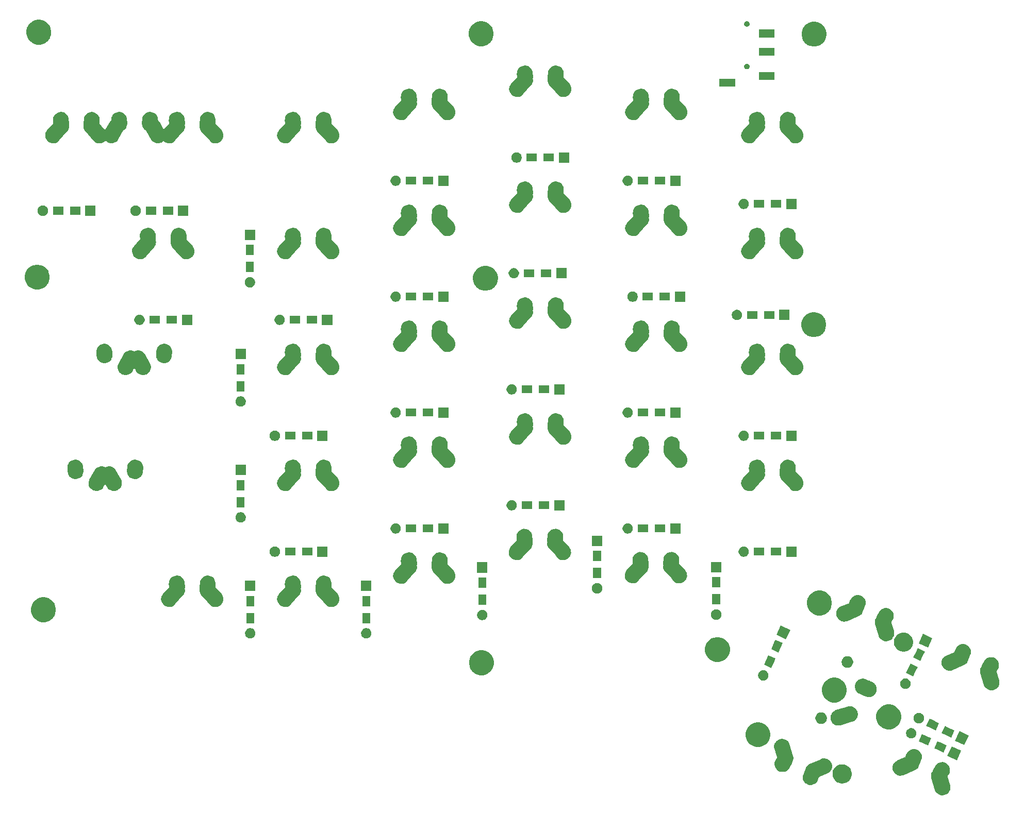
<source format=gbr>
G04 #@! TF.GenerationSoftware,KiCad,Pcbnew,(5.0.2)-1*
G04 #@! TF.CreationDate,2020-01-15T18:12:48+05:30*
G04 #@! TF.ProjectId,ergocape,6572676f-6361-4706-952e-6b696361645f,rev?*
G04 #@! TF.SameCoordinates,Original*
G04 #@! TF.FileFunction,Soldermask,Top*
G04 #@! TF.FilePolarity,Negative*
%FSLAX46Y46*%
G04 Gerber Fmt 4.6, Leading zero omitted, Abs format (unit mm)*
G04 Created by KiCad (PCBNEW (5.0.2)-1) date 1/15/2020 6:12:48 PM*
%MOMM*%
%LPD*%
G01*
G04 APERTURE LIST*
%ADD10C,0.100000*%
G04 APERTURE END LIST*
D10*
G36*
X188190917Y-140176175D02*
X188344666Y-140178376D01*
X188595276Y-140231965D01*
X188595280Y-140231967D01*
X188595281Y-140231967D01*
X188830611Y-140333414D01*
X188830614Y-140333416D01*
X189041639Y-140478829D01*
X189148445Y-140588738D01*
X189220241Y-140662619D01*
X189359554Y-140877718D01*
X189454228Y-141115865D01*
X189500622Y-141367908D01*
X189498024Y-141549355D01*
X189496953Y-141624153D01*
X189443364Y-141874762D01*
X189367334Y-142051131D01*
X189257007Y-142250616D01*
X189121640Y-142495378D01*
X189111940Y-142517880D01*
X189106816Y-142541843D01*
X189106465Y-142566344D01*
X189111423Y-142592209D01*
X189538868Y-143999097D01*
X189576420Y-144187450D01*
X189576476Y-144315672D01*
X189576532Y-144443724D01*
X189526644Y-144695098D01*
X189428675Y-144931907D01*
X189286390Y-145145053D01*
X189105256Y-145326346D01*
X189044239Y-145367154D01*
X188892233Y-145468817D01*
X188813325Y-145501542D01*
X188655511Y-145566992D01*
X188529845Y-145592045D01*
X188404181Y-145617098D01*
X188233334Y-145617173D01*
X188147907Y-145617210D01*
X188147906Y-145617210D01*
X187896534Y-145567323D01*
X187729025Y-145498023D01*
X187659725Y-145469354D01*
X187446580Y-145327069D01*
X187265284Y-145145931D01*
X187122817Y-144932915D01*
X187122815Y-144932912D01*
X187049240Y-144755503D01*
X186441858Y-142756369D01*
X186404306Y-142568016D01*
X186404237Y-142408791D01*
X186404194Y-142311743D01*
X186454082Y-142060370D01*
X186552051Y-141823560D01*
X186640093Y-141691671D01*
X186651635Y-141670055D01*
X186658364Y-141648416D01*
X186671110Y-141588807D01*
X186671110Y-141588806D01*
X186671111Y-141588803D01*
X186720528Y-141474169D01*
X186747140Y-141412437D01*
X187090366Y-140791839D01*
X187199344Y-140633691D01*
X187199346Y-140633688D01*
X187383131Y-140455090D01*
X187598233Y-140315775D01*
X187836380Y-140221101D01*
X188045935Y-140182528D01*
X188088418Y-140174708D01*
X188088420Y-140174708D01*
X188190917Y-140176175D01*
X188190917Y-140176175D01*
G37*
G36*
X169092180Y-139572416D02*
X169179273Y-139597843D01*
X169338185Y-139644236D01*
X169565452Y-139762670D01*
X169765242Y-139923162D01*
X169765245Y-139923165D01*
X169929890Y-140119555D01*
X170053057Y-140344291D01*
X170114847Y-140540563D01*
X170130013Y-140588738D01*
X170153559Y-140804596D01*
X170157802Y-140843502D01*
X170135355Y-141098791D01*
X170120829Y-141148547D01*
X170063535Y-141344797D01*
X169945101Y-141572062D01*
X169784609Y-141771853D01*
X169784606Y-141771856D01*
X169588216Y-141936501D01*
X169419792Y-142028806D01*
X168067292Y-142605696D01*
X168045810Y-142617469D01*
X168027032Y-142633212D01*
X168011686Y-142652316D01*
X167999690Y-142675754D01*
X167817971Y-143147793D01*
X167817299Y-143149538D01*
X167731063Y-143321147D01*
X167573533Y-143523285D01*
X167379593Y-143690807D01*
X167156695Y-143817277D01*
X166913416Y-143897828D01*
X166809700Y-143910691D01*
X166659086Y-143929371D01*
X166659081Y-143929371D01*
X166403499Y-143910692D01*
X166403496Y-143910691D01*
X166403493Y-143910691D01*
X166156457Y-143842506D01*
X166156456Y-143842506D01*
X166156454Y-143842505D01*
X165927466Y-143727436D01*
X165725328Y-143569906D01*
X165557806Y-143375966D01*
X165431336Y-143153068D01*
X165350785Y-142909789D01*
X165331758Y-142756371D01*
X165319242Y-142655459D01*
X165319242Y-142655454D01*
X165337921Y-142399872D01*
X165337922Y-142399869D01*
X165337922Y-142399866D01*
X165389022Y-142214729D01*
X165389023Y-142214727D01*
X165389025Y-142214719D01*
X165643805Y-141552894D01*
X165730043Y-141381280D01*
X165767507Y-141333207D01*
X165780602Y-141312495D01*
X165788902Y-141291401D01*
X165833343Y-141139178D01*
X165951777Y-140911912D01*
X166112269Y-140712121D01*
X166112272Y-140712118D01*
X166308662Y-140547473D01*
X166477086Y-140455168D01*
X168100623Y-139762670D01*
X168398932Y-139635430D01*
X168582126Y-139577758D01*
X168836888Y-139549969D01*
X168836890Y-139549969D01*
X169092180Y-139572416D01*
X169092180Y-139572416D01*
G37*
G36*
X172077826Y-140546023D02*
X172253754Y-140581017D01*
X172363658Y-140626541D01*
X172540384Y-140699743D01*
X172798350Y-140872110D01*
X173017724Y-141091484D01*
X173190091Y-141349450D01*
X173222919Y-141428705D01*
X173308817Y-141636080D01*
X173317473Y-141679596D01*
X173356295Y-141874767D01*
X173369343Y-141940367D01*
X173369343Y-142250615D01*
X173308817Y-142554902D01*
X173287779Y-142605692D01*
X173190091Y-142841532D01*
X173017724Y-143099498D01*
X172798350Y-143318872D01*
X172540384Y-143491239D01*
X172372480Y-143560787D01*
X172253754Y-143609965D01*
X172101610Y-143640228D01*
X171949468Y-143670491D01*
X171639218Y-143670491D01*
X171487076Y-143640228D01*
X171334932Y-143609965D01*
X171216206Y-143560787D01*
X171048302Y-143491239D01*
X170790336Y-143318872D01*
X170570962Y-143099498D01*
X170398595Y-142841532D01*
X170300907Y-142605692D01*
X170279869Y-142554902D01*
X170219343Y-142250615D01*
X170219343Y-141940367D01*
X170232392Y-141874767D01*
X170271213Y-141679596D01*
X170279869Y-141636080D01*
X170365767Y-141428705D01*
X170398595Y-141349450D01*
X170570962Y-141091484D01*
X170790336Y-140872110D01*
X171048302Y-140699743D01*
X171225028Y-140626541D01*
X171334932Y-140581017D01*
X171510860Y-140546023D01*
X171639218Y-140520491D01*
X171949468Y-140520491D01*
X172077826Y-140546023D01*
X172077826Y-140546023D01*
G37*
G36*
X183816501Y-138042308D02*
X183816504Y-138042309D01*
X183816507Y-138042309D01*
X184063543Y-138110494D01*
X184063544Y-138110494D01*
X184063546Y-138110495D01*
X184292534Y-138225564D01*
X184494672Y-138383094D01*
X184662194Y-138577034D01*
X184788664Y-138799932D01*
X184869215Y-139043211D01*
X184869215Y-139043215D01*
X184900758Y-139297541D01*
X184900758Y-139297546D01*
X184882079Y-139553129D01*
X184882078Y-139553132D01*
X184882078Y-139553135D01*
X184855220Y-139650442D01*
X184830975Y-139738282D01*
X184576195Y-140400106D01*
X184489955Y-140571723D01*
X184452494Y-140619792D01*
X184439398Y-140640503D01*
X184431098Y-140661598D01*
X184386657Y-140813823D01*
X184268223Y-141041088D01*
X184107731Y-141240879D01*
X184107728Y-141240882D01*
X183911338Y-141405527D01*
X183742914Y-141497832D01*
X181821069Y-142317568D01*
X181821066Y-142317569D01*
X181637873Y-142375242D01*
X181383112Y-142403031D01*
X181383109Y-142403031D01*
X181127821Y-142380584D01*
X181067890Y-142363087D01*
X180881815Y-142308764D01*
X180654549Y-142190330D01*
X180454758Y-142029838D01*
X180454755Y-142029835D01*
X180290110Y-141833445D01*
X180166943Y-141608709D01*
X180089987Y-141364262D01*
X180086600Y-141333207D01*
X180062198Y-141109501D01*
X180062198Y-141109498D01*
X180084645Y-140854210D01*
X180102885Y-140791733D01*
X180156465Y-140608204D01*
X180274899Y-140380938D01*
X180435391Y-140181147D01*
X180435394Y-140181144D01*
X180631784Y-140016499D01*
X180800208Y-139924194D01*
X182047470Y-139392191D01*
X182152701Y-139347306D01*
X182174190Y-139335529D01*
X182192968Y-139319786D01*
X182208314Y-139300682D01*
X182220313Y-139277236D01*
X182402697Y-138803470D01*
X182456039Y-138697320D01*
X182488935Y-138631856D01*
X182488937Y-138631853D01*
X182646467Y-138429715D01*
X182840407Y-138262193D01*
X183063301Y-138135726D01*
X183184334Y-138095651D01*
X183306588Y-138055172D01*
X183560913Y-138023629D01*
X183560919Y-138023629D01*
X183816501Y-138042308D01*
X183816501Y-138042308D01*
G37*
G36*
X162323465Y-136385677D02*
X162560275Y-136483646D01*
X162773420Y-136625930D01*
X162853021Y-136705462D01*
X162954713Y-136807065D01*
X163097185Y-137020088D01*
X163170760Y-137197496D01*
X163778142Y-139196629D01*
X163815694Y-139384982D01*
X163815730Y-139469004D01*
X163815806Y-139641256D01*
X163765918Y-139892630D01*
X163667949Y-140129439D01*
X163579908Y-140261326D01*
X163568366Y-140282942D01*
X163561637Y-140304582D01*
X163549923Y-140359362D01*
X163548889Y-140364198D01*
X163499473Y-140478829D01*
X163472860Y-140540563D01*
X163208898Y-141017839D01*
X163129632Y-141161163D01*
X163020654Y-141319313D01*
X162836870Y-141497910D01*
X162621767Y-141637225D01*
X162383621Y-141731899D01*
X162131578Y-141778293D01*
X161885470Y-141774769D01*
X161875334Y-141774624D01*
X161624724Y-141721035D01*
X161389386Y-141619584D01*
X161389385Y-141619584D01*
X161389384Y-141619583D01*
X161178358Y-141474169D01*
X160999761Y-141290385D01*
X160860446Y-141075282D01*
X160765772Y-140837136D01*
X160719378Y-140585093D01*
X160723047Y-140328852D01*
X160723047Y-140328849D01*
X160776636Y-140078239D01*
X160780036Y-140070353D01*
X160852666Y-139901869D01*
X160877295Y-139857336D01*
X161098360Y-139457621D01*
X161108061Y-139435120D01*
X161113185Y-139411157D01*
X161113536Y-139386656D01*
X161108579Y-139360797D01*
X160681132Y-137953901D01*
X160643580Y-137765548D01*
X160643479Y-137533332D01*
X160643468Y-137509275D01*
X160693356Y-137257902D01*
X160791325Y-137021092D01*
X160933609Y-136807947D01*
X161036005Y-136705462D01*
X161114744Y-136626654D01*
X161115827Y-136625930D01*
X161327764Y-136484184D01*
X161327767Y-136484182D01*
X161440632Y-136437375D01*
X161564489Y-136386008D01*
X161614676Y-136376003D01*
X161815819Y-136335901D01*
X161944012Y-136335845D01*
X162072092Y-136335789D01*
X162323465Y-136385677D01*
X162323465Y-136385677D01*
G37*
G36*
X191350517Y-138311591D02*
X190631220Y-139854128D01*
X189088683Y-139134831D01*
X189807980Y-137592294D01*
X191350517Y-138311591D01*
X191350517Y-138311591D01*
G37*
G36*
X187975219Y-136958340D02*
X189000224Y-137436308D01*
X188449975Y-138616321D01*
X188449974Y-138616321D01*
X187246590Y-138055173D01*
X186907438Y-137897024D01*
X187457687Y-136717011D01*
X187457688Y-136717011D01*
X187975219Y-136958340D01*
X187975219Y-136958340D01*
G37*
G36*
X158578684Y-133688474D02*
X158578686Y-133688475D01*
X158578687Y-133688475D01*
X158950835Y-133842623D01*
X159285760Y-134066413D01*
X159570589Y-134351242D01*
X159794379Y-134686167D01*
X159948527Y-135058315D01*
X159948528Y-135058318D01*
X160027112Y-135453384D01*
X160027112Y-135856196D01*
X159949757Y-136245085D01*
X159948527Y-136251265D01*
X159794379Y-136623413D01*
X159570589Y-136958338D01*
X159285760Y-137243167D01*
X158950835Y-137466957D01*
X158578687Y-137621105D01*
X158578686Y-137621105D01*
X158578684Y-137621106D01*
X158183618Y-137699690D01*
X157780806Y-137699690D01*
X157385740Y-137621106D01*
X157385738Y-137621105D01*
X157385737Y-137621105D01*
X157013589Y-137466957D01*
X156678664Y-137243167D01*
X156393835Y-136958338D01*
X156170045Y-136623413D01*
X156015897Y-136251265D01*
X156014668Y-136245085D01*
X155937312Y-135856196D01*
X155937312Y-135453384D01*
X156015896Y-135058318D01*
X156015897Y-135058315D01*
X156170045Y-134686167D01*
X156393835Y-134351242D01*
X156678664Y-134066413D01*
X157013589Y-133842623D01*
X157385737Y-133688475D01*
X157385738Y-133688475D01*
X157385740Y-133688474D01*
X157780806Y-133609890D01*
X158183618Y-133609890D01*
X158578684Y-133688474D01*
X158578684Y-133688474D01*
G37*
G36*
X185518154Y-135812591D02*
X186462562Y-136252976D01*
X185912313Y-137432989D01*
X185912312Y-137432989D01*
X185141044Y-137073340D01*
X184369776Y-136713692D01*
X184920025Y-135533679D01*
X184920026Y-135533679D01*
X185518154Y-135812591D01*
X185518154Y-135812591D01*
G37*
G36*
X192600517Y-135812591D02*
X191881220Y-137355128D01*
X190338683Y-136635831D01*
X191057980Y-135093294D01*
X192600517Y-135812591D01*
X192600517Y-135812591D01*
G37*
G36*
X183398628Y-134608492D02*
X183553500Y-134672642D01*
X183692881Y-134765774D01*
X183811415Y-134884308D01*
X183904547Y-135023689D01*
X183968697Y-135178561D01*
X184001400Y-135342973D01*
X184001400Y-135510605D01*
X183968697Y-135675017D01*
X183904547Y-135829889D01*
X183811415Y-135969270D01*
X183692881Y-136087804D01*
X183553500Y-136180936D01*
X183398628Y-136245086D01*
X183234216Y-136277789D01*
X183066584Y-136277789D01*
X182902172Y-136245086D01*
X182747300Y-136180936D01*
X182607919Y-136087804D01*
X182489385Y-135969270D01*
X182396253Y-135829889D01*
X182332103Y-135675017D01*
X182299400Y-135510605D01*
X182299400Y-135342973D01*
X182332103Y-135178561D01*
X182396253Y-135023689D01*
X182489385Y-134884308D01*
X182607919Y-134765774D01*
X182747300Y-134672642D01*
X182902172Y-134608492D01*
X183066584Y-134575789D01*
X183234216Y-134575789D01*
X183398628Y-134608492D01*
X183398628Y-134608492D01*
G37*
G36*
X188993402Y-134351242D02*
X190250224Y-134937308D01*
X189699975Y-136117321D01*
X189699974Y-136117321D01*
X188751451Y-135675017D01*
X188157438Y-135398024D01*
X188707687Y-134218011D01*
X188707688Y-134218011D01*
X188993402Y-134351242D01*
X188993402Y-134351242D01*
G37*
G36*
X186589984Y-133230509D02*
X187712562Y-133753976D01*
X187162313Y-134933989D01*
X187162312Y-134933989D01*
X186301472Y-134532572D01*
X185619776Y-134214692D01*
X186170025Y-133034679D01*
X186170026Y-133034679D01*
X186589984Y-133230509D01*
X186589984Y-133230509D01*
G37*
G36*
X180049252Y-130742818D02*
X180049254Y-130742819D01*
X180049255Y-130742819D01*
X180422513Y-130897427D01*
X180544887Y-130979195D01*
X180758439Y-131121886D01*
X181044114Y-131407561D01*
X181044116Y-131407564D01*
X181268573Y-131743487D01*
X181420177Y-132109493D01*
X181423182Y-132116748D01*
X181502000Y-132512993D01*
X181502000Y-132917007D01*
X181427649Y-133290796D01*
X181423181Y-133313255D01*
X181268573Y-133686513D01*
X181164347Y-133842498D01*
X181044114Y-134022439D01*
X180758439Y-134308114D01*
X180758436Y-134308116D01*
X180422513Y-134532573D01*
X180049255Y-134687181D01*
X180049254Y-134687181D01*
X180049252Y-134687182D01*
X179653007Y-134766000D01*
X179248993Y-134766000D01*
X178852748Y-134687182D01*
X178852746Y-134687181D01*
X178852745Y-134687181D01*
X178479487Y-134532573D01*
X178143564Y-134308116D01*
X178143561Y-134308114D01*
X177857886Y-134022439D01*
X177737653Y-133842498D01*
X177633427Y-133686513D01*
X177478819Y-133313255D01*
X177474352Y-133290796D01*
X177400000Y-132917007D01*
X177400000Y-132512993D01*
X177478818Y-132116748D01*
X177481823Y-132109493D01*
X177633427Y-131743487D01*
X177857884Y-131407564D01*
X177857886Y-131407561D01*
X178143561Y-131121886D01*
X178357113Y-130979195D01*
X178479487Y-130897427D01*
X178852745Y-130742819D01*
X178852746Y-130742819D01*
X178852748Y-130742818D01*
X179248993Y-130664000D01*
X179653007Y-130664000D01*
X180049252Y-130742818D01*
X180049252Y-130742818D01*
G37*
G36*
X173347447Y-131007413D02*
X173347499Y-131007424D01*
X173456630Y-131029082D01*
X173456635Y-131029084D01*
X173456947Y-131029146D01*
X173588866Y-131083788D01*
X173588916Y-131083809D01*
X173693727Y-131127170D01*
X173810514Y-131205204D01*
X173810559Y-131205234D01*
X173857678Y-131236688D01*
X173906585Y-131269336D01*
X173906586Y-131269337D01*
X173906845Y-131269510D01*
X174004046Y-131366711D01*
X174004084Y-131366750D01*
X174044934Y-131407564D01*
X174088090Y-131450683D01*
X174163060Y-131562883D01*
X174230349Y-131663493D01*
X174230350Y-131663495D01*
X174230513Y-131663739D01*
X174280974Y-131785563D01*
X174280995Y-131785613D01*
X174328635Y-131900482D01*
X174353636Y-132026173D01*
X174353646Y-132026226D01*
X174378685Y-132151821D01*
X174378685Y-132277380D01*
X174378742Y-132408096D01*
X174354732Y-132528801D01*
X174328855Y-132659192D01*
X174328853Y-132659197D01*
X174328801Y-132659459D01*
X174282723Y-132770703D01*
X174282702Y-132770753D01*
X174230786Y-132896243D01*
X174164832Y-132994951D01*
X174164802Y-132994996D01*
X174088452Y-133109369D01*
X174004919Y-133192902D01*
X174004880Y-133192940D01*
X173907282Y-133290624D01*
X173873416Y-133313252D01*
X173810468Y-133355312D01*
X173694444Y-133432911D01*
X173694441Y-133432912D01*
X173694229Y-133433054D01*
X173693941Y-133433173D01*
X173693940Y-133433174D01*
X173615397Y-133465708D01*
X173587162Y-133477403D01*
X173517035Y-133506486D01*
X173517032Y-133506487D01*
X173511739Y-133508682D01*
X173511072Y-133508921D01*
X173457172Y-133531247D01*
X173400565Y-133542507D01*
X173388622Y-133545501D01*
X171517901Y-134113868D01*
X171329548Y-134151420D01*
X171201326Y-134151476D01*
X171073275Y-134151532D01*
X170821902Y-134101644D01*
X170585092Y-134003675D01*
X170371947Y-133861391D01*
X170256541Y-133746085D01*
X170190654Y-133680256D01*
X170181687Y-133666848D01*
X170048184Y-133467236D01*
X170048182Y-133467233D01*
X169998866Y-133348318D01*
X169950008Y-133230511D01*
X169925899Y-133109582D01*
X169899901Y-132979181D01*
X169899838Y-132834377D01*
X169899789Y-132722908D01*
X169949677Y-132471535D01*
X170047646Y-132234725D01*
X170189930Y-132021580D01*
X170311188Y-131900217D01*
X170371065Y-131840287D01*
X170432075Y-131799483D01*
X170584085Y-131697817D01*
X170584088Y-131697815D01*
X170761496Y-131624240D01*
X172632683Y-131055731D01*
X172644177Y-131051615D01*
X172698197Y-131029239D01*
X172841377Y-131000759D01*
X172948982Y-130979306D01*
X172948984Y-130979306D01*
X172949300Y-130979243D01*
X173094248Y-130979243D01*
X173205579Y-130979194D01*
X173347447Y-131007413D01*
X173347447Y-131007413D01*
G37*
G36*
X168639495Y-132013590D02*
X168812565Y-132085278D01*
X168968329Y-132189356D01*
X169100787Y-132321814D01*
X169204865Y-132477578D01*
X169276553Y-132650648D01*
X169313099Y-132834377D01*
X169313099Y-133021711D01*
X169276553Y-133205440D01*
X169204865Y-133378510D01*
X169100787Y-133534274D01*
X168968329Y-133666732D01*
X168812565Y-133770810D01*
X168639495Y-133842498D01*
X168455766Y-133879044D01*
X168268432Y-133879044D01*
X168084703Y-133842498D01*
X167911633Y-133770810D01*
X167755869Y-133666732D01*
X167623411Y-133534274D01*
X167519333Y-133378510D01*
X167447645Y-133205440D01*
X167411099Y-133021711D01*
X167411099Y-132834377D01*
X167447645Y-132650648D01*
X167519333Y-132477578D01*
X167623411Y-132321814D01*
X167755869Y-132189356D01*
X167911633Y-132085278D01*
X168084703Y-132013590D01*
X168268432Y-131977044D01*
X168455766Y-131977044D01*
X168639495Y-132013590D01*
X168639495Y-132013590D01*
G37*
G36*
X184648628Y-132109492D02*
X184803500Y-132173642D01*
X184942881Y-132266774D01*
X185061415Y-132385308D01*
X185154547Y-132524689D01*
X185218697Y-132679561D01*
X185251400Y-132843973D01*
X185251400Y-133011605D01*
X185218697Y-133176017D01*
X185154547Y-133330889D01*
X185061415Y-133470270D01*
X184942881Y-133588804D01*
X184803500Y-133681936D01*
X184648628Y-133746086D01*
X184484216Y-133778789D01*
X184316584Y-133778789D01*
X184152172Y-133746086D01*
X183997300Y-133681936D01*
X183857919Y-133588804D01*
X183739385Y-133470270D01*
X183646253Y-133330889D01*
X183582103Y-133176017D01*
X183549400Y-133011605D01*
X183549400Y-132843973D01*
X183582103Y-132679561D01*
X183646253Y-132524689D01*
X183739385Y-132385308D01*
X183857919Y-132266774D01*
X183997300Y-132173642D01*
X184152172Y-132109492D01*
X184316584Y-132076789D01*
X184484216Y-132076789D01*
X184648628Y-132109492D01*
X184648628Y-132109492D01*
G37*
G36*
X171105472Y-126357684D02*
X171105474Y-126357685D01*
X171105475Y-126357685D01*
X171477623Y-126511833D01*
X171812548Y-126735623D01*
X172097377Y-127020452D01*
X172321167Y-127355377D01*
X172467689Y-127709114D01*
X172475316Y-127727528D01*
X172553900Y-128122594D01*
X172553900Y-128525406D01*
X172485632Y-128868612D01*
X172475315Y-128920475D01*
X172321167Y-129292623D01*
X172097377Y-129627548D01*
X171812548Y-129912377D01*
X171477623Y-130136167D01*
X171105475Y-130290315D01*
X171105474Y-130290315D01*
X171105472Y-130290316D01*
X170710406Y-130368900D01*
X170307594Y-130368900D01*
X169912528Y-130290316D01*
X169912526Y-130290315D01*
X169912525Y-130290315D01*
X169540377Y-130136167D01*
X169205452Y-129912377D01*
X168920623Y-129627548D01*
X168696833Y-129292623D01*
X168542685Y-128920475D01*
X168532369Y-128868612D01*
X168464100Y-128525406D01*
X168464100Y-128122594D01*
X168542684Y-127727528D01*
X168550311Y-127709114D01*
X168696833Y-127355377D01*
X168920623Y-127020452D01*
X169205452Y-126735623D01*
X169540377Y-126511833D01*
X169912525Y-126357685D01*
X169912526Y-126357685D01*
X169912528Y-126357684D01*
X170307594Y-126279100D01*
X170710406Y-126279100D01*
X171105472Y-126357684D01*
X171105472Y-126357684D01*
G37*
G36*
X175570262Y-126497700D02*
X175570264Y-126497701D01*
X175570265Y-126497701D01*
X175807032Y-126595773D01*
X175920779Y-126671776D01*
X175935942Y-126681908D01*
X175957553Y-126693459D01*
X175981002Y-126700572D01*
X176023419Y-126709009D01*
X176117066Y-126747799D01*
X176119901Y-126748933D01*
X176248733Y-126798645D01*
X176538892Y-126910608D01*
X176559501Y-126916586D01*
X176565980Y-126917875D01*
X176676985Y-126963855D01*
X176679785Y-126964974D01*
X176714387Y-126978326D01*
X176721717Y-126982017D01*
X176730072Y-126985844D01*
X176802750Y-127015948D01*
X176838079Y-127039555D01*
X176851294Y-127047258D01*
X176885930Y-127064697D01*
X176943056Y-127109289D01*
X176950524Y-127114688D01*
X177015836Y-127158328D01*
X177045827Y-127188319D01*
X177057301Y-127198466D01*
X177087946Y-127222387D01*
X177135405Y-127277417D01*
X177141677Y-127284169D01*
X177197045Y-127339537D01*
X177220534Y-127374691D01*
X177229808Y-127386882D01*
X177255319Y-127416462D01*
X177291276Y-127479951D01*
X177296109Y-127487795D01*
X177339424Y-127552622D01*
X177355525Y-127591493D01*
X177362243Y-127605259D01*
X177381610Y-127639455D01*
X177404614Y-127709114D01*
X177407824Y-127717752D01*
X177437498Y-127789391D01*
X177445656Y-127830405D01*
X177449557Y-127845211D01*
X177461971Y-127882802D01*
X177461971Y-127882804D01*
X177471002Y-127956091D01*
X177472466Y-127965189D01*
X177487494Y-128040740D01*
X177487494Y-128082245D01*
X177488432Y-128097533D01*
X177493315Y-128137156D01*
X177487834Y-128211344D01*
X177487494Y-128220553D01*
X177487494Y-128297018D01*
X177479463Y-128337393D01*
X177477401Y-128352569D01*
X177474434Y-128392729D01*
X177454430Y-128464982D01*
X177452300Y-128473949D01*
X177442065Y-128525406D01*
X177437497Y-128548367D01*
X177421879Y-128586072D01*
X177416900Y-128600541D01*
X177406055Y-128639714D01*
X177372060Y-128707232D01*
X177368228Y-128715598D01*
X177339426Y-128785133D01*
X177316956Y-128818761D01*
X177309245Y-128831989D01*
X177290806Y-128868612D01*
X177250325Y-128920472D01*
X177243929Y-128928665D01*
X177238530Y-128936134D01*
X177197045Y-128998221D01*
X177168704Y-129026562D01*
X177158557Y-129038035D01*
X177133114Y-129070630D01*
X177074983Y-129120763D01*
X177068231Y-129127035D01*
X177015836Y-129179430D01*
X176982788Y-129201512D01*
X176970600Y-129210785D01*
X176939044Y-129237999D01*
X176911853Y-129253398D01*
X176871779Y-129276095D01*
X176863934Y-129280928D01*
X176802748Y-129321811D01*
X176766321Y-129336899D01*
X176752555Y-129343617D01*
X176716053Y-129364290D01*
X176642202Y-129388678D01*
X176633563Y-129391889D01*
X176565980Y-129419883D01*
X176527561Y-129427525D01*
X176512750Y-129431428D01*
X176472705Y-129444652D01*
X176472703Y-129444652D01*
X176472701Y-129444653D01*
X176395145Y-129454210D01*
X176386047Y-129455674D01*
X176314633Y-129469879D01*
X176275667Y-129469879D01*
X176260379Y-129470817D01*
X176218346Y-129475997D01*
X176140138Y-129470219D01*
X176130929Y-129469879D01*
X176058357Y-129469879D01*
X176020280Y-129462305D01*
X176005102Y-129460243D01*
X175962771Y-129457116D01*
X175887039Y-129436149D01*
X175878073Y-129434019D01*
X175807009Y-129419883D01*
X175807007Y-129419882D01*
X175807006Y-129419882D01*
X175713368Y-129381096D01*
X175710572Y-129379978D01*
X175291534Y-129218284D01*
X175270919Y-129212305D01*
X175264446Y-129211017D01*
X175264444Y-129211016D01*
X175264443Y-129211016D01*
X175153466Y-129165048D01*
X175150630Y-129163914D01*
X175116036Y-129150565D01*
X175108721Y-129146882D01*
X175100341Y-129143043D01*
X175027678Y-129112945D01*
X175027677Y-129112945D01*
X175027676Y-129112944D01*
X174992346Y-129089337D01*
X174979133Y-129081636D01*
X174944494Y-129064195D01*
X174902581Y-129031478D01*
X174881886Y-129018371D01*
X174850060Y-129007420D01*
X174811291Y-128999708D01*
X174574522Y-128901635D01*
X174361435Y-128759255D01*
X174180226Y-128578046D01*
X174037846Y-128364959D01*
X174009703Y-128297016D01*
X173939774Y-128128192D01*
X173938661Y-128122595D01*
X173889777Y-127876843D01*
X173889777Y-127620565D01*
X173939773Y-127369219D01*
X173945507Y-127355377D01*
X174037846Y-127132449D01*
X174180224Y-126919365D01*
X174180226Y-126919362D01*
X174361435Y-126738153D01*
X174574522Y-126595773D01*
X174677015Y-126553319D01*
X174811289Y-126497701D01*
X174811290Y-126497701D01*
X174811292Y-126497700D01*
X175062638Y-126447704D01*
X175318916Y-126447704D01*
X175570262Y-126497700D01*
X175570262Y-126497700D01*
G37*
G36*
X196240917Y-122911175D02*
X196394666Y-122913376D01*
X196645276Y-122966965D01*
X196645280Y-122966967D01*
X196645281Y-122966967D01*
X196880611Y-123068414D01*
X196880614Y-123068416D01*
X197091639Y-123213829D01*
X197181908Y-123306721D01*
X197270241Y-123397619D01*
X197409554Y-123612718D01*
X197504228Y-123850865D01*
X197550622Y-124102908D01*
X197548617Y-124242931D01*
X197546953Y-124359153D01*
X197493364Y-124609762D01*
X197417334Y-124786131D01*
X197283718Y-125027726D01*
X197171640Y-125230378D01*
X197161940Y-125252880D01*
X197156816Y-125276843D01*
X197156465Y-125301344D01*
X197161423Y-125327209D01*
X197588868Y-126734097D01*
X197626420Y-126922450D01*
X197626447Y-126985844D01*
X197626532Y-127178724D01*
X197576644Y-127430098D01*
X197478675Y-127666907D01*
X197336390Y-127880053D01*
X197155256Y-128061346D01*
X197055307Y-128128192D01*
X196942233Y-128203817D01*
X196901878Y-128220553D01*
X196705511Y-128301992D01*
X196579845Y-128327045D01*
X196454181Y-128352098D01*
X196283327Y-128352173D01*
X196197907Y-128352210D01*
X196197906Y-128352210D01*
X195946534Y-128302323D01*
X195779025Y-128233023D01*
X195709725Y-128204354D01*
X195496580Y-128062069D01*
X195315284Y-127880931D01*
X195172817Y-127667915D01*
X195172815Y-127667912D01*
X195099240Y-127490503D01*
X194491858Y-125491369D01*
X194454306Y-125303016D01*
X194454237Y-125143791D01*
X194454194Y-125046743D01*
X194504082Y-124795370D01*
X194602051Y-124558560D01*
X194690093Y-124426671D01*
X194701635Y-124405055D01*
X194708364Y-124383416D01*
X194721110Y-124323807D01*
X194721110Y-124323806D01*
X194721111Y-124323803D01*
X194787232Y-124170422D01*
X194797140Y-124147437D01*
X195140366Y-123526839D01*
X195249344Y-123368691D01*
X195249346Y-123368688D01*
X195433131Y-123190090D01*
X195648233Y-123050775D01*
X195886380Y-122956101D01*
X196095935Y-122917528D01*
X196138418Y-122909708D01*
X196138420Y-122909708D01*
X196240917Y-122911175D01*
X196240917Y-122911175D01*
G37*
G36*
X182437017Y-126460303D02*
X182591889Y-126524453D01*
X182731270Y-126617585D01*
X182849804Y-126736119D01*
X182942936Y-126875500D01*
X183007086Y-127030372D01*
X183039789Y-127194784D01*
X183039789Y-127362416D01*
X183007086Y-127526828D01*
X182942936Y-127681700D01*
X182849804Y-127821081D01*
X182731270Y-127939615D01*
X182591889Y-128032747D01*
X182437017Y-128096897D01*
X182272605Y-128129600D01*
X182104973Y-128129600D01*
X181940561Y-128096897D01*
X181785689Y-128032747D01*
X181646308Y-127939615D01*
X181527774Y-127821081D01*
X181434642Y-127681700D01*
X181370492Y-127526828D01*
X181337789Y-127362416D01*
X181337789Y-127194784D01*
X181370492Y-127030372D01*
X181434642Y-126875500D01*
X181527774Y-126736119D01*
X181646308Y-126617585D01*
X181785689Y-126524453D01*
X181940561Y-126460303D01*
X182104973Y-126427600D01*
X182272605Y-126427600D01*
X182437017Y-126460303D01*
X182437017Y-126460303D01*
G37*
G36*
X159103017Y-125100303D02*
X159257889Y-125164453D01*
X159397270Y-125257585D01*
X159515804Y-125376119D01*
X159608936Y-125515500D01*
X159673086Y-125670372D01*
X159705789Y-125834784D01*
X159705789Y-126002416D01*
X159673086Y-126166828D01*
X159608936Y-126321700D01*
X159515804Y-126461081D01*
X159397270Y-126579615D01*
X159257889Y-126672747D01*
X159103017Y-126736897D01*
X158938605Y-126769600D01*
X158770973Y-126769600D01*
X158606561Y-126736897D01*
X158451689Y-126672747D01*
X158312308Y-126579615D01*
X158193774Y-126461081D01*
X158100642Y-126321700D01*
X158036492Y-126166828D01*
X158003789Y-126002416D01*
X158003789Y-125834784D01*
X158036492Y-125670372D01*
X158100642Y-125515500D01*
X158193774Y-125376119D01*
X158312308Y-125257585D01*
X158451689Y-125164453D01*
X158606561Y-125100303D01*
X158770973Y-125067600D01*
X158938605Y-125067600D01*
X159103017Y-125100303D01*
X159103017Y-125100303D01*
G37*
G36*
X184194989Y-124516687D02*
X184194989Y-124516688D01*
X183902566Y-125143791D01*
X183484403Y-126040544D01*
X183475692Y-126059223D01*
X183475692Y-126059224D01*
X182295679Y-125508975D01*
X182303888Y-125491371D01*
X182697546Y-124647168D01*
X183014976Y-123966438D01*
X184194989Y-124516687D01*
X184194989Y-124516687D01*
G37*
G36*
X113184252Y-121852818D02*
X113184254Y-121852819D01*
X113184255Y-121852819D01*
X113557513Y-122007427D01*
X113846175Y-122200305D01*
X113893439Y-122231886D01*
X114179114Y-122517561D01*
X114179116Y-122517564D01*
X114403573Y-122853487D01*
X114542998Y-123190090D01*
X114558182Y-123226748D01*
X114637000Y-123622993D01*
X114637000Y-124027007D01*
X114559904Y-124414596D01*
X114558181Y-124423255D01*
X114403573Y-124796513D01*
X114222438Y-125067600D01*
X114179114Y-125132439D01*
X113893439Y-125418114D01*
X113893436Y-125418116D01*
X113557513Y-125642573D01*
X113184255Y-125797181D01*
X113184254Y-125797181D01*
X113184252Y-125797182D01*
X112788007Y-125876000D01*
X112383993Y-125876000D01*
X111987748Y-125797182D01*
X111987746Y-125797181D01*
X111987745Y-125797181D01*
X111614487Y-125642573D01*
X111278564Y-125418116D01*
X111278561Y-125418114D01*
X110992886Y-125132439D01*
X110949562Y-125067600D01*
X110768427Y-124796513D01*
X110613819Y-124423255D01*
X110612097Y-124414596D01*
X110535000Y-124027007D01*
X110535000Y-123622993D01*
X110613818Y-123226748D01*
X110629002Y-123190090D01*
X110768427Y-122853487D01*
X110992884Y-122517564D01*
X110992886Y-122517561D01*
X111278561Y-122231886D01*
X111325825Y-122200305D01*
X111614487Y-122007427D01*
X111987745Y-121852819D01*
X111987746Y-121852819D01*
X111987748Y-121852818D01*
X112383993Y-121774000D01*
X112788007Y-121774000D01*
X113184252Y-121852818D01*
X113184252Y-121852818D01*
G37*
G36*
X191866501Y-120777308D02*
X191866504Y-120777309D01*
X191866507Y-120777309D01*
X192113543Y-120845494D01*
X192113544Y-120845494D01*
X192113546Y-120845495D01*
X192342534Y-120960564D01*
X192544672Y-121118094D01*
X192712194Y-121312034D01*
X192838664Y-121534932D01*
X192919215Y-121778211D01*
X192930352Y-121868007D01*
X192950758Y-122032541D01*
X192950758Y-122032546D01*
X192932079Y-122288129D01*
X192932078Y-122288132D01*
X192932078Y-122288135D01*
X192905220Y-122385442D01*
X192880975Y-122473282D01*
X192626195Y-123135106D01*
X192539955Y-123306723D01*
X192502494Y-123354792D01*
X192489398Y-123375503D01*
X192481098Y-123396598D01*
X192436657Y-123548823D01*
X192318223Y-123776088D01*
X192157731Y-123975879D01*
X192157728Y-123975882D01*
X191961338Y-124140527D01*
X191792914Y-124232832D01*
X189871069Y-125052568D01*
X189871066Y-125052569D01*
X189687873Y-125110242D01*
X189433112Y-125138031D01*
X189433109Y-125138031D01*
X189177821Y-125115584D01*
X189117890Y-125098087D01*
X188931815Y-125043764D01*
X188704549Y-124925330D01*
X188504758Y-124764838D01*
X188504755Y-124764835D01*
X188340110Y-124568445D01*
X188216943Y-124343709D01*
X188139987Y-124099262D01*
X188132106Y-124027007D01*
X188112198Y-123844501D01*
X188112198Y-123844498D01*
X188134645Y-123589210D01*
X188152854Y-123526838D01*
X188206465Y-123343204D01*
X188324899Y-123115938D01*
X188485391Y-122916147D01*
X188485394Y-122916144D01*
X188681784Y-122751499D01*
X188850208Y-122659194D01*
X190202700Y-122082306D01*
X190224190Y-122070529D01*
X190242968Y-122054786D01*
X190258314Y-122035682D01*
X190270313Y-122012236D01*
X190452697Y-121538470D01*
X190490123Y-121463993D01*
X190538935Y-121366856D01*
X190538937Y-121366853D01*
X190696467Y-121164715D01*
X190890407Y-120997193D01*
X191113301Y-120870726D01*
X191234334Y-120830651D01*
X191356588Y-120790172D01*
X191610913Y-120758629D01*
X191610919Y-120758629D01*
X191866501Y-120777308D01*
X191866501Y-120777308D01*
G37*
G36*
X160860989Y-123156687D02*
X160860989Y-123156688D01*
X160565774Y-123789777D01*
X160152298Y-124676480D01*
X160141692Y-124699223D01*
X160141692Y-124699224D01*
X158961679Y-124148975D01*
X158978817Y-124112223D01*
X159322355Y-123375503D01*
X159680976Y-122606438D01*
X160860989Y-123156687D01*
X160860989Y-123156687D01*
G37*
G36*
X172933297Y-122805502D02*
X173106367Y-122877190D01*
X173262131Y-122981268D01*
X173394589Y-123113726D01*
X173498667Y-123269490D01*
X173570355Y-123442560D01*
X173606901Y-123626289D01*
X173606901Y-123813623D01*
X173570355Y-123997352D01*
X173498667Y-124170422D01*
X173394589Y-124326186D01*
X173262131Y-124458644D01*
X173106367Y-124562722D01*
X172933297Y-124634410D01*
X172749568Y-124670956D01*
X172562234Y-124670956D01*
X172378505Y-124634410D01*
X172205435Y-124562722D01*
X172049671Y-124458644D01*
X171917213Y-124326186D01*
X171813135Y-124170422D01*
X171741447Y-123997352D01*
X171704901Y-123813623D01*
X171704901Y-123626289D01*
X171741447Y-123442560D01*
X171813135Y-123269490D01*
X171917213Y-123113726D01*
X172049671Y-122981268D01*
X172205435Y-122877190D01*
X172378505Y-122805502D01*
X172562234Y-122768956D01*
X172749568Y-122768956D01*
X172933297Y-122805502D01*
X172933297Y-122805502D01*
G37*
G36*
X151918252Y-119693818D02*
X151918254Y-119693819D01*
X151918255Y-119693819D01*
X152291513Y-119848427D01*
X152515881Y-119998345D01*
X152627439Y-120072886D01*
X152913114Y-120358561D01*
X152913116Y-120358564D01*
X153137573Y-120694487D01*
X153286859Y-121054896D01*
X153292182Y-121067748D01*
X153371000Y-121463993D01*
X153371000Y-121868007D01*
X153296040Y-122244858D01*
X153292181Y-122264255D01*
X153137573Y-122637513D01*
X152977426Y-122877190D01*
X152913114Y-122973439D01*
X152627439Y-123259114D01*
X152627436Y-123259116D01*
X152291513Y-123483573D01*
X151918255Y-123638181D01*
X151918254Y-123638181D01*
X151918252Y-123638182D01*
X151522007Y-123717000D01*
X151117993Y-123717000D01*
X150721748Y-123638182D01*
X150721746Y-123638181D01*
X150721745Y-123638181D01*
X150348487Y-123483573D01*
X150012564Y-123259116D01*
X150012561Y-123259114D01*
X149726886Y-122973439D01*
X149662574Y-122877190D01*
X149502427Y-122637513D01*
X149347819Y-122264255D01*
X149343961Y-122244858D01*
X149269000Y-121868007D01*
X149269000Y-121463993D01*
X149347818Y-121067748D01*
X149353141Y-121054896D01*
X149502427Y-120694487D01*
X149726884Y-120358564D01*
X149726886Y-120358561D01*
X150012561Y-120072886D01*
X150124119Y-119998345D01*
X150348487Y-119848427D01*
X150721745Y-119693819D01*
X150721746Y-119693819D01*
X150721748Y-119693818D01*
X151117993Y-119615000D01*
X151522007Y-119615000D01*
X151918252Y-119693818D01*
X151918252Y-119693818D01*
G37*
G36*
X185378321Y-121979025D02*
X185378321Y-121979026D01*
X185069621Y-122641035D01*
X184664947Y-123508861D01*
X184659024Y-123521561D01*
X184659024Y-123521562D01*
X183479011Y-122971313D01*
X183481038Y-122966967D01*
X183941723Y-121979025D01*
X184198308Y-121428776D01*
X185378321Y-121979025D01*
X185378321Y-121979025D01*
G37*
G36*
X162044321Y-120619025D02*
X162044321Y-120619026D01*
X161772229Y-121202528D01*
X161339817Y-122129839D01*
X161325024Y-122161561D01*
X161325024Y-122161562D01*
X160145011Y-121611313D01*
X160165362Y-121567671D01*
X160729179Y-120358561D01*
X160864308Y-120068776D01*
X162044321Y-120619025D01*
X162044321Y-120619025D01*
G37*
G36*
X182184177Y-118910184D02*
X182344188Y-118942012D01*
X182462914Y-118991190D01*
X182630818Y-119060738D01*
X182888784Y-119233105D01*
X183108158Y-119452479D01*
X183280525Y-119710445D01*
X183322713Y-119812296D01*
X183399251Y-119997075D01*
X183459777Y-120301362D01*
X183459777Y-120611610D01*
X183399251Y-120915897D01*
X183380749Y-120960564D01*
X183280525Y-121202527D01*
X183108158Y-121460493D01*
X182888784Y-121679867D01*
X182630818Y-121852234D01*
X182462914Y-121921782D01*
X182344188Y-121970960D01*
X182039902Y-122031486D01*
X181729652Y-122031486D01*
X181425366Y-121970960D01*
X181306640Y-121921782D01*
X181138736Y-121852234D01*
X180880770Y-121679867D01*
X180661396Y-121460493D01*
X180489029Y-121202527D01*
X180388805Y-120960564D01*
X180370303Y-120915897D01*
X180309777Y-120611610D01*
X180309777Y-120301362D01*
X180370303Y-119997075D01*
X180446841Y-119812296D01*
X180489029Y-119710445D01*
X180661396Y-119452479D01*
X180880770Y-119233105D01*
X181138736Y-119060738D01*
X181306640Y-118991190D01*
X181425366Y-118942012D01*
X181585377Y-118910184D01*
X181729652Y-118881486D01*
X182039902Y-118881486D01*
X182184177Y-118910184D01*
X182184177Y-118910184D01*
G37*
G36*
X186616128Y-119797780D02*
X185896831Y-121340317D01*
X184354294Y-120621020D01*
X185073591Y-119078483D01*
X186616128Y-119797780D01*
X186616128Y-119797780D01*
G37*
G36*
X178963917Y-114848175D02*
X179117666Y-114850376D01*
X179368276Y-114903965D01*
X179368280Y-114903967D01*
X179368281Y-114903967D01*
X179603611Y-115005414D01*
X179603614Y-115005416D01*
X179814639Y-115150829D01*
X179930414Y-115269968D01*
X179993241Y-115334619D01*
X180132554Y-115549718D01*
X180227228Y-115787865D01*
X180273622Y-116039908D01*
X180271617Y-116179931D01*
X180269953Y-116296153D01*
X180216364Y-116546762D01*
X180140334Y-116723131D01*
X180018417Y-116943572D01*
X179894640Y-117167378D01*
X179884940Y-117189880D01*
X179879816Y-117213843D01*
X179879465Y-117238344D01*
X179884423Y-117264209D01*
X180311868Y-118671097D01*
X180349420Y-118859450D01*
X180349476Y-118987672D01*
X180349532Y-119115724D01*
X180299644Y-119367098D01*
X180201675Y-119603907D01*
X180059390Y-119817053D01*
X179878256Y-119998346D01*
X179817239Y-120039154D01*
X179665233Y-120140817D01*
X179586325Y-120173542D01*
X179428511Y-120238992D01*
X179302845Y-120264045D01*
X179177181Y-120289098D01*
X179006333Y-120289173D01*
X178920907Y-120289210D01*
X178920906Y-120289210D01*
X178669534Y-120239323D01*
X178502025Y-120170023D01*
X178432725Y-120141354D01*
X178219580Y-119999069D01*
X178038284Y-119817931D01*
X177895817Y-119604915D01*
X177895815Y-119604912D01*
X177822240Y-119427503D01*
X177214858Y-117428369D01*
X177177306Y-117240016D01*
X177177250Y-117111794D01*
X177177194Y-116983743D01*
X177227082Y-116732370D01*
X177325051Y-116495560D01*
X177413093Y-116363671D01*
X177424635Y-116342055D01*
X177431364Y-116320416D01*
X177444110Y-116260807D01*
X177444110Y-116260806D01*
X177444111Y-116260803D01*
X177491058Y-116151901D01*
X177520140Y-116084437D01*
X177863366Y-115463839D01*
X177972344Y-115305691D01*
X177972346Y-115305688D01*
X178156131Y-115127090D01*
X178371233Y-114987775D01*
X178609380Y-114893101D01*
X178818935Y-114854528D01*
X178861418Y-114846708D01*
X178861420Y-114846708D01*
X178963917Y-114848175D01*
X178963917Y-114848175D01*
G37*
G36*
X163282128Y-118437780D02*
X162562831Y-119980317D01*
X161020294Y-119261020D01*
X161739591Y-117718483D01*
X163282128Y-118437780D01*
X163282128Y-118437780D01*
G37*
G36*
X74860728Y-118175703D02*
X75015600Y-118239853D01*
X75154981Y-118332985D01*
X75273515Y-118451519D01*
X75366647Y-118590900D01*
X75430797Y-118745772D01*
X75463500Y-118910184D01*
X75463500Y-119077816D01*
X75430797Y-119242228D01*
X75366647Y-119397100D01*
X75273515Y-119536481D01*
X75154981Y-119655015D01*
X75015600Y-119748147D01*
X74860728Y-119812297D01*
X74696316Y-119845000D01*
X74528684Y-119845000D01*
X74364272Y-119812297D01*
X74209400Y-119748147D01*
X74070019Y-119655015D01*
X73951485Y-119536481D01*
X73858353Y-119397100D01*
X73794203Y-119242228D01*
X73761500Y-119077816D01*
X73761500Y-118910184D01*
X73794203Y-118745772D01*
X73858353Y-118590900D01*
X73951485Y-118451519D01*
X74070019Y-118332985D01*
X74209400Y-118239853D01*
X74364272Y-118175703D01*
X74528684Y-118143000D01*
X74696316Y-118143000D01*
X74860728Y-118175703D01*
X74860728Y-118175703D01*
G37*
G36*
X93910728Y-118175703D02*
X94065600Y-118239853D01*
X94204981Y-118332985D01*
X94323515Y-118451519D01*
X94416647Y-118590900D01*
X94480797Y-118745772D01*
X94513500Y-118910184D01*
X94513500Y-119077816D01*
X94480797Y-119242228D01*
X94416647Y-119397100D01*
X94323515Y-119536481D01*
X94204981Y-119655015D01*
X94065600Y-119748147D01*
X93910728Y-119812297D01*
X93746316Y-119845000D01*
X93578684Y-119845000D01*
X93414272Y-119812297D01*
X93259400Y-119748147D01*
X93120019Y-119655015D01*
X93001485Y-119536481D01*
X92908353Y-119397100D01*
X92844203Y-119242228D01*
X92811500Y-119077816D01*
X92811500Y-118910184D01*
X92844203Y-118745772D01*
X92908353Y-118590900D01*
X93001485Y-118451519D01*
X93120019Y-118332985D01*
X93259400Y-118239853D01*
X93414272Y-118175703D01*
X93578684Y-118143000D01*
X93746316Y-118143000D01*
X93910728Y-118175703D01*
X93910728Y-118175703D01*
G37*
G36*
X75263500Y-117345000D02*
X73961500Y-117345000D01*
X73961500Y-115643000D01*
X75263500Y-115643000D01*
X75263500Y-117345000D01*
X75263500Y-117345000D01*
G37*
G36*
X94313500Y-117345000D02*
X93011500Y-117345000D01*
X93011500Y-115643000D01*
X94313500Y-115643000D01*
X94313500Y-117345000D01*
X94313500Y-117345000D01*
G37*
G36*
X41238252Y-113153818D02*
X41238254Y-113153819D01*
X41238255Y-113153819D01*
X41611513Y-113308427D01*
X41856215Y-113471932D01*
X41947439Y-113532886D01*
X42233114Y-113818561D01*
X42233116Y-113818564D01*
X42457573Y-114154487D01*
X42611858Y-114526965D01*
X42612182Y-114527748D01*
X42691000Y-114923993D01*
X42691000Y-115328007D01*
X42614403Y-115713088D01*
X42612181Y-115724255D01*
X42457573Y-116097513D01*
X42324848Y-116296149D01*
X42233114Y-116433439D01*
X41947439Y-116719114D01*
X41947436Y-116719116D01*
X41611513Y-116943573D01*
X41238255Y-117098181D01*
X41238254Y-117098181D01*
X41238252Y-117098182D01*
X40842007Y-117177000D01*
X40437993Y-117177000D01*
X40041748Y-117098182D01*
X40041746Y-117098181D01*
X40041745Y-117098181D01*
X39668487Y-116943573D01*
X39332564Y-116719116D01*
X39332561Y-116719114D01*
X39046886Y-116433439D01*
X38955152Y-116296149D01*
X38822427Y-116097513D01*
X38667819Y-115724255D01*
X38665598Y-115713088D01*
X38589000Y-115328007D01*
X38589000Y-114923993D01*
X38667818Y-114527748D01*
X38668142Y-114526965D01*
X38822427Y-114154487D01*
X39046884Y-113818564D01*
X39046886Y-113818561D01*
X39332561Y-113532886D01*
X39423785Y-113471932D01*
X39668487Y-113308427D01*
X40041745Y-113153819D01*
X40041746Y-113153819D01*
X40041748Y-113153818D01*
X40437993Y-113075000D01*
X40842007Y-113075000D01*
X41238252Y-113153818D01*
X41238252Y-113153818D01*
G37*
G36*
X174589501Y-112714308D02*
X174589504Y-112714309D01*
X174589507Y-112714309D01*
X174836543Y-112782494D01*
X174836544Y-112782494D01*
X174836546Y-112782495D01*
X175065534Y-112897564D01*
X175267672Y-113055094D01*
X175435194Y-113249034D01*
X175561664Y-113471932D01*
X175642215Y-113715211D01*
X175642215Y-113715215D01*
X175673758Y-113969541D01*
X175673758Y-113969546D01*
X175655079Y-114225129D01*
X175655078Y-114225132D01*
X175655078Y-114225135D01*
X175608438Y-114394112D01*
X175603975Y-114410282D01*
X175349195Y-115072106D01*
X175262955Y-115243723D01*
X175225494Y-115291792D01*
X175212398Y-115312503D01*
X175204098Y-115333598D01*
X175159657Y-115485823D01*
X175041223Y-115713088D01*
X174880731Y-115912879D01*
X174880728Y-115912882D01*
X174684338Y-116077527D01*
X174515914Y-116169832D01*
X172594069Y-116989568D01*
X172594066Y-116989569D01*
X172410873Y-117047242D01*
X172156112Y-117075031D01*
X172156109Y-117075031D01*
X171900821Y-117052584D01*
X171840890Y-117035087D01*
X171654815Y-116980764D01*
X171427549Y-116862330D01*
X171227758Y-116701838D01*
X171227755Y-116701835D01*
X171063110Y-116505445D01*
X170939943Y-116280709D01*
X170862987Y-116036262D01*
X170844995Y-115871317D01*
X170835198Y-115781501D01*
X170835198Y-115781498D01*
X170857645Y-115526210D01*
X170875854Y-115463838D01*
X170929465Y-115280204D01*
X171047899Y-115052938D01*
X171208391Y-114853147D01*
X171208394Y-114853144D01*
X171404784Y-114688499D01*
X171573208Y-114596194D01*
X172925700Y-114019306D01*
X172947190Y-114007529D01*
X172965968Y-113991786D01*
X172981314Y-113972682D01*
X172993313Y-113949236D01*
X173175697Y-113475470D01*
X173204224Y-113418701D01*
X173261935Y-113303856D01*
X173304658Y-113249035D01*
X173419467Y-113101715D01*
X173613407Y-112934193D01*
X173836301Y-112807726D01*
X173957334Y-112767651D01*
X174079588Y-112727172D01*
X174333913Y-112695629D01*
X174333919Y-112695629D01*
X174589501Y-112714308D01*
X174589501Y-112714308D01*
G37*
G36*
X112960228Y-115159703D02*
X113115100Y-115223853D01*
X113254481Y-115316985D01*
X113373015Y-115435519D01*
X113466147Y-115574900D01*
X113530297Y-115729772D01*
X113563000Y-115894184D01*
X113563000Y-116061816D01*
X113530297Y-116226228D01*
X113466147Y-116381100D01*
X113373015Y-116520481D01*
X113254481Y-116639015D01*
X113115100Y-116732147D01*
X112960228Y-116796297D01*
X112795816Y-116829000D01*
X112628184Y-116829000D01*
X112463772Y-116796297D01*
X112308900Y-116732147D01*
X112169519Y-116639015D01*
X112050985Y-116520481D01*
X111957853Y-116381100D01*
X111893703Y-116226228D01*
X111861000Y-116061816D01*
X111861000Y-115894184D01*
X111893703Y-115729772D01*
X111957853Y-115574900D01*
X112050985Y-115435519D01*
X112169519Y-115316985D01*
X112308900Y-115223853D01*
X112463772Y-115159703D01*
X112628184Y-115127000D01*
X112795816Y-115127000D01*
X112960228Y-115159703D01*
X112960228Y-115159703D01*
G37*
G36*
X151378228Y-115095703D02*
X151533100Y-115159853D01*
X151672481Y-115252985D01*
X151791015Y-115371519D01*
X151884147Y-115510900D01*
X151948297Y-115665772D01*
X151981000Y-115830184D01*
X151981000Y-115997816D01*
X151948297Y-116162228D01*
X151884147Y-116317100D01*
X151791015Y-116456481D01*
X151672481Y-116575015D01*
X151533100Y-116668147D01*
X151378228Y-116732297D01*
X151213816Y-116765000D01*
X151046184Y-116765000D01*
X150881772Y-116732297D01*
X150726900Y-116668147D01*
X150587519Y-116575015D01*
X150468985Y-116456481D01*
X150375853Y-116317100D01*
X150311703Y-116162228D01*
X150279000Y-115997816D01*
X150279000Y-115830184D01*
X150311703Y-115665772D01*
X150375853Y-115510900D01*
X150468985Y-115371519D01*
X150587519Y-115252985D01*
X150726900Y-115159853D01*
X150881772Y-115095703D01*
X151046184Y-115063000D01*
X151213816Y-115063000D01*
X151378228Y-115095703D01*
X151378228Y-115095703D01*
G37*
G36*
X168669118Y-112049468D02*
X168669120Y-112049469D01*
X168669121Y-112049469D01*
X169041269Y-112203617D01*
X169376194Y-112427407D01*
X169661023Y-112712236D01*
X169884813Y-113047161D01*
X170003017Y-113332533D01*
X170038962Y-113419312D01*
X170117546Y-113814378D01*
X170117546Y-114217190D01*
X170042157Y-114596195D01*
X170038961Y-114612259D01*
X169884813Y-114984407D01*
X169661023Y-115319332D01*
X169376194Y-115604161D01*
X169041269Y-115827951D01*
X168669121Y-115982099D01*
X168669120Y-115982099D01*
X168669118Y-115982100D01*
X168274052Y-116060684D01*
X167871240Y-116060684D01*
X167476174Y-115982100D01*
X167476172Y-115982099D01*
X167476171Y-115982099D01*
X167104023Y-115827951D01*
X166769098Y-115604161D01*
X166484269Y-115319332D01*
X166260479Y-114984407D01*
X166106331Y-114612259D01*
X166103136Y-114596195D01*
X166027746Y-114217190D01*
X166027746Y-113814378D01*
X166106330Y-113419312D01*
X166142275Y-113332533D01*
X166260479Y-113047161D01*
X166484269Y-112712236D01*
X166769098Y-112427407D01*
X167104023Y-112203617D01*
X167476171Y-112049469D01*
X167476172Y-112049469D01*
X167476174Y-112049468D01*
X167871240Y-111970884D01*
X168274052Y-111970884D01*
X168669118Y-112049468D01*
X168669118Y-112049468D01*
G37*
G36*
X62713727Y-109511317D02*
X62963498Y-109568660D01*
X63052682Y-109608704D01*
X63197291Y-109673633D01*
X63197292Y-109673634D01*
X63197294Y-109673635D01*
X63406108Y-109822195D01*
X63581934Y-110008647D01*
X63675643Y-110158207D01*
X63718002Y-110225812D01*
X63809091Y-110465353D01*
X63815174Y-110501435D01*
X63841021Y-110654735D01*
X63889813Y-111362251D01*
X63886021Y-111491514D01*
X63884182Y-111554224D01*
X63877935Y-111581435D01*
X63870544Y-111613627D01*
X63867429Y-111637932D01*
X63868821Y-111660557D01*
X63892876Y-111817300D01*
X63881585Y-112073325D01*
X63820564Y-112322230D01*
X63712157Y-112554444D01*
X63681919Y-112595646D01*
X63598522Y-112709281D01*
X62317229Y-114137305D01*
X62203176Y-114264419D01*
X62061517Y-114394112D01*
X61842368Y-114526965D01*
X61601510Y-114614511D01*
X61348205Y-114653385D01*
X61092176Y-114642094D01*
X60843272Y-114581073D01*
X60611058Y-114472666D01*
X60404455Y-114321040D01*
X60404452Y-114321038D01*
X60231398Y-114132017D01*
X60231397Y-114132015D01*
X60231395Y-114132013D01*
X60098544Y-113912867D01*
X60010998Y-113672009D01*
X59972124Y-113418704D01*
X59983415Y-113162675D01*
X60044436Y-112913771D01*
X60152844Y-112681554D01*
X60266474Y-112526724D01*
X61248449Y-111432294D01*
X61262947Y-111412539D01*
X61273313Y-111390335D01*
X61279148Y-111366536D01*
X61280114Y-111340215D01*
X61245187Y-110833748D01*
X61250818Y-110641775D01*
X61308161Y-110392003D01*
X61390791Y-110207973D01*
X61413134Y-110158210D01*
X61427493Y-110138027D01*
X61561696Y-109949393D01*
X61748148Y-109773567D01*
X61965311Y-109637500D01*
X61965312Y-109637500D01*
X61965313Y-109637499D01*
X62204854Y-109546410D01*
X62457561Y-109503804D01*
X62713727Y-109511317D01*
X62713727Y-109511317D01*
G37*
G36*
X67906421Y-109535665D02*
X67970146Y-109546409D01*
X68209687Y-109637498D01*
X68426854Y-109773569D01*
X68613304Y-109949392D01*
X68761867Y-110158209D01*
X68866838Y-110392001D01*
X68924182Y-110641775D01*
X68929813Y-110833749D01*
X68894886Y-111340216D01*
X68895605Y-111364710D01*
X68901088Y-111388593D01*
X68911125Y-111410947D01*
X68926550Y-111432294D01*
X69908522Y-112526719D01*
X69982118Y-112627000D01*
X70022157Y-112681556D01*
X70130564Y-112913770D01*
X70191585Y-113162675D01*
X70202876Y-113418704D01*
X70164002Y-113672009D01*
X70076456Y-113912867D01*
X69943605Y-114132013D01*
X69943603Y-114132015D01*
X69943602Y-114132017D01*
X69770548Y-114321038D01*
X69563944Y-114472665D01*
X69563942Y-114472666D01*
X69331729Y-114581073D01*
X69208892Y-114611187D01*
X69082823Y-114642095D01*
X68945293Y-114648159D01*
X68826794Y-114653385D01*
X68573489Y-114614511D01*
X68332632Y-114526965D01*
X68113483Y-114394112D01*
X68113481Y-114394111D01*
X67971823Y-114264419D01*
X67596249Y-113845835D01*
X66576474Y-112709276D01*
X66462844Y-112554446D01*
X66354436Y-112322229D01*
X66293415Y-112073325D01*
X66282124Y-111817300D01*
X66306179Y-111660557D01*
X66307504Y-111636089D01*
X66304456Y-111613627D01*
X66290818Y-111554222D01*
X66285187Y-111362252D01*
X66333979Y-110654734D01*
X66358206Y-110511040D01*
X66365909Y-110465352D01*
X66456998Y-110225812D01*
X66499357Y-110158207D01*
X66593066Y-110008647D01*
X66768892Y-109822194D01*
X66977706Y-109673634D01*
X66977708Y-109673633D01*
X66977709Y-109673632D01*
X67076138Y-109629438D01*
X67211497Y-109568661D01*
X67336388Y-109539989D01*
X67461276Y-109511317D01*
X67475471Y-109510901D01*
X67717439Y-109503803D01*
X67906421Y-109535665D01*
X67906421Y-109535665D01*
G37*
G36*
X81763727Y-109511317D02*
X82013498Y-109568660D01*
X82102682Y-109608704D01*
X82247291Y-109673633D01*
X82247292Y-109673634D01*
X82247294Y-109673635D01*
X82456108Y-109822195D01*
X82631934Y-110008647D01*
X82725643Y-110158207D01*
X82768002Y-110225812D01*
X82859091Y-110465353D01*
X82865174Y-110501435D01*
X82891021Y-110654735D01*
X82939813Y-111362251D01*
X82936021Y-111491514D01*
X82934182Y-111554224D01*
X82927935Y-111581435D01*
X82920544Y-111613627D01*
X82917429Y-111637932D01*
X82918821Y-111660557D01*
X82942876Y-111817300D01*
X82931585Y-112073325D01*
X82870564Y-112322230D01*
X82762157Y-112554444D01*
X82731919Y-112595646D01*
X82648522Y-112709281D01*
X81367229Y-114137305D01*
X81253176Y-114264419D01*
X81111517Y-114394112D01*
X80892368Y-114526965D01*
X80651510Y-114614511D01*
X80398205Y-114653385D01*
X80142176Y-114642094D01*
X79893272Y-114581073D01*
X79661058Y-114472666D01*
X79454455Y-114321040D01*
X79454452Y-114321038D01*
X79281398Y-114132017D01*
X79281397Y-114132015D01*
X79281395Y-114132013D01*
X79148544Y-113912867D01*
X79060998Y-113672009D01*
X79022124Y-113418704D01*
X79033415Y-113162675D01*
X79094436Y-112913771D01*
X79202844Y-112681554D01*
X79316474Y-112526724D01*
X80298449Y-111432294D01*
X80312947Y-111412539D01*
X80323313Y-111390335D01*
X80329148Y-111366536D01*
X80330114Y-111340215D01*
X80295187Y-110833748D01*
X80300818Y-110641775D01*
X80358161Y-110392003D01*
X80440791Y-110207973D01*
X80463134Y-110158210D01*
X80477493Y-110138027D01*
X80611696Y-109949393D01*
X80798148Y-109773567D01*
X81015311Y-109637500D01*
X81015312Y-109637500D01*
X81015313Y-109637499D01*
X81254854Y-109546410D01*
X81507561Y-109503804D01*
X81763727Y-109511317D01*
X81763727Y-109511317D01*
G37*
G36*
X86956421Y-109535665D02*
X87020146Y-109546409D01*
X87259687Y-109637498D01*
X87476854Y-109773569D01*
X87663304Y-109949392D01*
X87811867Y-110158209D01*
X87916838Y-110392001D01*
X87974182Y-110641775D01*
X87979813Y-110833749D01*
X87944886Y-111340216D01*
X87945605Y-111364710D01*
X87951088Y-111388593D01*
X87961125Y-111410947D01*
X87976550Y-111432294D01*
X88958522Y-112526719D01*
X89032118Y-112627000D01*
X89072157Y-112681556D01*
X89180564Y-112913770D01*
X89241585Y-113162675D01*
X89252876Y-113418704D01*
X89214002Y-113672009D01*
X89126456Y-113912867D01*
X88993605Y-114132013D01*
X88993603Y-114132015D01*
X88993602Y-114132017D01*
X88820548Y-114321038D01*
X88613944Y-114472665D01*
X88613942Y-114472666D01*
X88381729Y-114581073D01*
X88258892Y-114611187D01*
X88132823Y-114642095D01*
X87995293Y-114648159D01*
X87876794Y-114653385D01*
X87623489Y-114614511D01*
X87382632Y-114526965D01*
X87163483Y-114394112D01*
X87163481Y-114394111D01*
X87021823Y-114264419D01*
X86646249Y-113845835D01*
X85626474Y-112709276D01*
X85512844Y-112554446D01*
X85404436Y-112322229D01*
X85343415Y-112073325D01*
X85332124Y-111817300D01*
X85356179Y-111660557D01*
X85357504Y-111636089D01*
X85354456Y-111613627D01*
X85340818Y-111554222D01*
X85335187Y-111362252D01*
X85383979Y-110654734D01*
X85408206Y-110511040D01*
X85415909Y-110465352D01*
X85506998Y-110225812D01*
X85549357Y-110158207D01*
X85643066Y-110008647D01*
X85818892Y-109822194D01*
X86027706Y-109673634D01*
X86027708Y-109673633D01*
X86027709Y-109673632D01*
X86126138Y-109629438D01*
X86261497Y-109568661D01*
X86386388Y-109539989D01*
X86511276Y-109511317D01*
X86525471Y-109510901D01*
X86767439Y-109503803D01*
X86956421Y-109535665D01*
X86956421Y-109535665D01*
G37*
G36*
X75263500Y-114545000D02*
X73961500Y-114545000D01*
X73961500Y-112843000D01*
X75263500Y-112843000D01*
X75263500Y-114545000D01*
X75263500Y-114545000D01*
G37*
G36*
X94313500Y-114545000D02*
X93011500Y-114545000D01*
X93011500Y-112843000D01*
X94313500Y-112843000D01*
X94313500Y-114545000D01*
X94313500Y-114545000D01*
G37*
G36*
X113363000Y-114329000D02*
X112061000Y-114329000D01*
X112061000Y-112627000D01*
X113363000Y-112627000D01*
X113363000Y-114329000D01*
X113363000Y-114329000D01*
G37*
G36*
X151781000Y-114265000D02*
X150479000Y-114265000D01*
X150479000Y-112563000D01*
X151781000Y-112563000D01*
X151781000Y-114265000D01*
X151781000Y-114265000D01*
G37*
G36*
X131820228Y-110777703D02*
X131975100Y-110841853D01*
X132114481Y-110934985D01*
X132233015Y-111053519D01*
X132326147Y-111192900D01*
X132390297Y-111347772D01*
X132423000Y-111512184D01*
X132423000Y-111679816D01*
X132390297Y-111844228D01*
X132326147Y-111999100D01*
X132233015Y-112138481D01*
X132114481Y-112257015D01*
X131975100Y-112350147D01*
X131820228Y-112414297D01*
X131655816Y-112447000D01*
X131488184Y-112447000D01*
X131323772Y-112414297D01*
X131168900Y-112350147D01*
X131029519Y-112257015D01*
X130910985Y-112138481D01*
X130817853Y-111999100D01*
X130753703Y-111844228D01*
X130721000Y-111679816D01*
X130721000Y-111512184D01*
X130753703Y-111347772D01*
X130817853Y-111192900D01*
X130910985Y-111053519D01*
X131029519Y-110934985D01*
X131168900Y-110841853D01*
X131323772Y-110777703D01*
X131488184Y-110745000D01*
X131655816Y-110745000D01*
X131820228Y-110777703D01*
X131820228Y-110777703D01*
G37*
G36*
X94513500Y-112045000D02*
X92811500Y-112045000D01*
X92811500Y-110343000D01*
X94513500Y-110343000D01*
X94513500Y-112045000D01*
X94513500Y-112045000D01*
G37*
G36*
X75463500Y-112045000D02*
X73761500Y-112045000D01*
X73761500Y-110343000D01*
X75463500Y-110343000D01*
X75463500Y-112045000D01*
X75463500Y-112045000D01*
G37*
G36*
X113363000Y-111529000D02*
X112061000Y-111529000D01*
X112061000Y-109827000D01*
X113363000Y-109827000D01*
X113363000Y-111529000D01*
X113363000Y-111529000D01*
G37*
G36*
X151781000Y-111465000D02*
X150479000Y-111465000D01*
X150479000Y-109763000D01*
X151781000Y-109763000D01*
X151781000Y-111465000D01*
X151781000Y-111465000D01*
G37*
G36*
X106006921Y-105725665D02*
X106070646Y-105736409D01*
X106310187Y-105827498D01*
X106527354Y-105963569D01*
X106713804Y-106139392D01*
X106862367Y-106348209D01*
X106967338Y-106582001D01*
X107024682Y-106831775D01*
X107030313Y-107023749D01*
X106995386Y-107530216D01*
X106996105Y-107554710D01*
X107001588Y-107578593D01*
X107011625Y-107600947D01*
X107027050Y-107622294D01*
X108009022Y-108716719D01*
X108035897Y-108753339D01*
X108122657Y-108871556D01*
X108231064Y-109103770D01*
X108292085Y-109352675D01*
X108303376Y-109608704D01*
X108264502Y-109862009D01*
X108176956Y-110102867D01*
X108044105Y-110322013D01*
X108044103Y-110322015D01*
X108044102Y-110322017D01*
X107871048Y-110511038D01*
X107664444Y-110662665D01*
X107664442Y-110662666D01*
X107432229Y-110771073D01*
X107309392Y-110801187D01*
X107183323Y-110832095D01*
X107045793Y-110838159D01*
X106927294Y-110843385D01*
X106673989Y-110804511D01*
X106433132Y-110716965D01*
X106213983Y-110584112D01*
X106213981Y-110584111D01*
X106072323Y-110454419D01*
X105657091Y-109991635D01*
X104676974Y-108899276D01*
X104563344Y-108744446D01*
X104454936Y-108512229D01*
X104393915Y-108263325D01*
X104382624Y-108007300D01*
X104406679Y-107850557D01*
X104408004Y-107826089D01*
X104404956Y-107803627D01*
X104391318Y-107744222D01*
X104385687Y-107552252D01*
X104434479Y-106844734D01*
X104463162Y-106674610D01*
X104466409Y-106655352D01*
X104557498Y-106415812D01*
X104557499Y-106415810D01*
X104693566Y-106198647D01*
X104869392Y-106012194D01*
X105078206Y-105863634D01*
X105078208Y-105863633D01*
X105078209Y-105863632D01*
X105220744Y-105799634D01*
X105311997Y-105758661D01*
X105436888Y-105729989D01*
X105561776Y-105701317D01*
X105575971Y-105700901D01*
X105817939Y-105693803D01*
X106006921Y-105725665D01*
X106006921Y-105725665D01*
G37*
G36*
X100814227Y-105701317D02*
X101063998Y-105758660D01*
X101155256Y-105799635D01*
X101297791Y-105863633D01*
X101297792Y-105863634D01*
X101297794Y-105863635D01*
X101506608Y-106012195D01*
X101682434Y-106198647D01*
X101818501Y-106415810D01*
X101818502Y-106415812D01*
X101909591Y-106655353D01*
X101915674Y-106691435D01*
X101941521Y-106844735D01*
X101990313Y-107552251D01*
X101985761Y-107707435D01*
X101984682Y-107744224D01*
X101980580Y-107762089D01*
X101971044Y-107803627D01*
X101967929Y-107827932D01*
X101969321Y-107850557D01*
X101993376Y-108007300D01*
X101982085Y-108263325D01*
X101921064Y-108512230D01*
X101812657Y-108744444D01*
X101806129Y-108753339D01*
X101699022Y-108899281D01*
X100409030Y-110337000D01*
X100303676Y-110454419D01*
X100162017Y-110584112D01*
X99942868Y-110716965D01*
X99702010Y-110804511D01*
X99448705Y-110843385D01*
X99192676Y-110832094D01*
X98943772Y-110771073D01*
X98711558Y-110662666D01*
X98556147Y-110548610D01*
X98504952Y-110511038D01*
X98331898Y-110322017D01*
X98331897Y-110322015D01*
X98331895Y-110322013D01*
X98199044Y-110102867D01*
X98111498Y-109862009D01*
X98072624Y-109608704D01*
X98083915Y-109352675D01*
X98144936Y-109103771D01*
X98253344Y-108871554D01*
X98366974Y-108716724D01*
X99348949Y-107622294D01*
X99363447Y-107602539D01*
X99373813Y-107580335D01*
X99379648Y-107556536D01*
X99380614Y-107530215D01*
X99345687Y-107023748D01*
X99351318Y-106831775D01*
X99408661Y-106582003D01*
X99468823Y-106448013D01*
X99513634Y-106348210D01*
X99531466Y-106323146D01*
X99662196Y-106139393D01*
X99848648Y-105963567D01*
X100065811Y-105827500D01*
X100065812Y-105827500D01*
X100065813Y-105827499D01*
X100305354Y-105736410D01*
X100558061Y-105693804D01*
X100814227Y-105701317D01*
X100814227Y-105701317D01*
G37*
G36*
X144042921Y-105661665D02*
X144106646Y-105672409D01*
X144346187Y-105763498D01*
X144563354Y-105899569D01*
X144749804Y-106075392D01*
X144898367Y-106284209D01*
X145003338Y-106518001D01*
X145060682Y-106767775D01*
X145066313Y-106959749D01*
X145031386Y-107466216D01*
X145032105Y-107490710D01*
X145037588Y-107514593D01*
X145047625Y-107536947D01*
X145063050Y-107558294D01*
X146045022Y-108652719D01*
X146112340Y-108744446D01*
X146158657Y-108807556D01*
X146267064Y-109039770D01*
X146328085Y-109288675D01*
X146339376Y-109544704D01*
X146300502Y-109798009D01*
X146212956Y-110038867D01*
X146080105Y-110258013D01*
X146080103Y-110258015D01*
X146080102Y-110258017D01*
X145907048Y-110447038D01*
X145700444Y-110598665D01*
X145700442Y-110598666D01*
X145468229Y-110707073D01*
X145345392Y-110737187D01*
X145219323Y-110768095D01*
X145081793Y-110774159D01*
X144963294Y-110779385D01*
X144709989Y-110740511D01*
X144469132Y-110652965D01*
X144249983Y-110520112D01*
X144249981Y-110520111D01*
X144108323Y-110390419D01*
X143712613Y-109949393D01*
X142712974Y-108835276D01*
X142599344Y-108680446D01*
X142490936Y-108448229D01*
X142429915Y-108199325D01*
X142418624Y-107943300D01*
X142442679Y-107786557D01*
X142444004Y-107762089D01*
X142440956Y-107739627D01*
X142429561Y-107689991D01*
X142427318Y-107680223D01*
X142425479Y-107617514D01*
X142421687Y-107488252D01*
X142470479Y-106780734D01*
X142494706Y-106637040D01*
X142502409Y-106591352D01*
X142593498Y-106351812D01*
X142595755Y-106348210D01*
X142729566Y-106134647D01*
X142905392Y-105948194D01*
X143114206Y-105799634D01*
X143114208Y-105799633D01*
X143114209Y-105799632D01*
X143255018Y-105736409D01*
X143347997Y-105694661D01*
X143472888Y-105665989D01*
X143597776Y-105637317D01*
X143611971Y-105636901D01*
X143853939Y-105629803D01*
X144042921Y-105661665D01*
X144042921Y-105661665D01*
G37*
G36*
X138850227Y-105637317D02*
X139099998Y-105694660D01*
X139192982Y-105736410D01*
X139333791Y-105799633D01*
X139333792Y-105799634D01*
X139333794Y-105799635D01*
X139542608Y-105948195D01*
X139718434Y-106134647D01*
X139852245Y-106348210D01*
X139854502Y-106351812D01*
X139945591Y-106591353D01*
X139951674Y-106627435D01*
X139977521Y-106780735D01*
X140026313Y-107488251D01*
X140022521Y-107617514D01*
X140020682Y-107680224D01*
X140014435Y-107707435D01*
X140007044Y-107739627D01*
X140003929Y-107763932D01*
X140005321Y-107786557D01*
X140029376Y-107943300D01*
X140018085Y-108199325D01*
X139957064Y-108448230D01*
X139848657Y-108680444D01*
X139825228Y-108712368D01*
X139735022Y-108835281D01*
X138429449Y-110290365D01*
X138339676Y-110390419D01*
X138198017Y-110520112D01*
X137978868Y-110652965D01*
X137738010Y-110740511D01*
X137484705Y-110779385D01*
X137228676Y-110768094D01*
X136979772Y-110707073D01*
X136747558Y-110598666D01*
X136592147Y-110484610D01*
X136540952Y-110447038D01*
X136367898Y-110258017D01*
X136367897Y-110258015D01*
X136367895Y-110258013D01*
X136235044Y-110038867D01*
X136147498Y-109798009D01*
X136108624Y-109544704D01*
X136119915Y-109288675D01*
X136180936Y-109039771D01*
X136289344Y-108807554D01*
X136402974Y-108652724D01*
X137384949Y-107558294D01*
X137399447Y-107538539D01*
X137409813Y-107516335D01*
X137415648Y-107492536D01*
X137416614Y-107466215D01*
X137381687Y-106959748D01*
X137387318Y-106767775D01*
X137444661Y-106518003D01*
X137527291Y-106333973D01*
X137549634Y-106284210D01*
X137588191Y-106230015D01*
X137698196Y-106075393D01*
X137884648Y-105899567D01*
X138101811Y-105763500D01*
X138101812Y-105763500D01*
X138101813Y-105763499D01*
X138341354Y-105672410D01*
X138594061Y-105629804D01*
X138850227Y-105637317D01*
X138850227Y-105637317D01*
G37*
G36*
X132223000Y-109947000D02*
X130921000Y-109947000D01*
X130921000Y-108245000D01*
X132223000Y-108245000D01*
X132223000Y-109947000D01*
X132223000Y-109947000D01*
G37*
G36*
X113563000Y-109029000D02*
X111861000Y-109029000D01*
X111861000Y-107327000D01*
X113563000Y-107327000D01*
X113563000Y-109029000D01*
X113563000Y-109029000D01*
G37*
G36*
X151981000Y-108965000D02*
X150279000Y-108965000D01*
X150279000Y-107263000D01*
X151981000Y-107263000D01*
X151981000Y-108965000D01*
X151981000Y-108965000D01*
G37*
G36*
X132223000Y-107147000D02*
X130921000Y-107147000D01*
X130921000Y-105445000D01*
X132223000Y-105445000D01*
X132223000Y-107147000D01*
X132223000Y-107147000D01*
G37*
G36*
X124992921Y-101851665D02*
X125056646Y-101862409D01*
X125296187Y-101953498D01*
X125513354Y-102089569D01*
X125699804Y-102265392D01*
X125848367Y-102474209D01*
X125953338Y-102708001D01*
X126010682Y-102957775D01*
X126016313Y-103149749D01*
X125981386Y-103656216D01*
X125982105Y-103680710D01*
X125987588Y-103704593D01*
X125997625Y-103726947D01*
X126013050Y-103748294D01*
X126995022Y-104842719D01*
X127068866Y-104943338D01*
X127108657Y-104997556D01*
X127217064Y-105229770D01*
X127278085Y-105478675D01*
X127289376Y-105734704D01*
X127250502Y-105988009D01*
X127162956Y-106228867D01*
X127030105Y-106448013D01*
X127030103Y-106448015D01*
X127030102Y-106448017D01*
X126857048Y-106637038D01*
X126650444Y-106788665D01*
X126650442Y-106788666D01*
X126418229Y-106897073D01*
X126295392Y-106927187D01*
X126169323Y-106958095D01*
X126031793Y-106964159D01*
X125913294Y-106969385D01*
X125659989Y-106930511D01*
X125419132Y-106842965D01*
X125199983Y-106710112D01*
X125199981Y-106710111D01*
X125058323Y-106580419D01*
X124662613Y-106139393D01*
X123662974Y-105025276D01*
X123549344Y-104870446D01*
X123440936Y-104638229D01*
X123379915Y-104389325D01*
X123368624Y-104133300D01*
X123392679Y-103976557D01*
X123394004Y-103952089D01*
X123390956Y-103929627D01*
X123377318Y-103870222D01*
X123371687Y-103678252D01*
X123420479Y-102970734D01*
X123446326Y-102817435D01*
X123452409Y-102781352D01*
X123543498Y-102541812D01*
X123543499Y-102541810D01*
X123679566Y-102324647D01*
X123855392Y-102138194D01*
X124064206Y-101989634D01*
X124064208Y-101989633D01*
X124064209Y-101989632D01*
X124162638Y-101945438D01*
X124297997Y-101884661D01*
X124422888Y-101855989D01*
X124547776Y-101827317D01*
X124561971Y-101826901D01*
X124803939Y-101819803D01*
X124992921Y-101851665D01*
X124992921Y-101851665D01*
G37*
G36*
X119800227Y-101827317D02*
X120049998Y-101884660D01*
X120166896Y-101937147D01*
X120283791Y-101989633D01*
X120283792Y-101989634D01*
X120283794Y-101989635D01*
X120492608Y-102138195D01*
X120668434Y-102324647D01*
X120804501Y-102541810D01*
X120804502Y-102541812D01*
X120895591Y-102781353D01*
X120895591Y-102781355D01*
X120927521Y-102970735D01*
X120976313Y-103678251D01*
X120972521Y-103807514D01*
X120970682Y-103870224D01*
X120964435Y-103897435D01*
X120957044Y-103929627D01*
X120953929Y-103953932D01*
X120955321Y-103976557D01*
X120979376Y-104133300D01*
X120968085Y-104389325D01*
X120907064Y-104638230D01*
X120798657Y-104870444D01*
X120795679Y-104874502D01*
X120685022Y-105025281D01*
X119395030Y-106463000D01*
X119289676Y-106580419D01*
X119148017Y-106710112D01*
X118928868Y-106842965D01*
X118688010Y-106930511D01*
X118434705Y-106969385D01*
X118178676Y-106958094D01*
X117929772Y-106897073D01*
X117697558Y-106788666D01*
X117515908Y-106655353D01*
X117490952Y-106637038D01*
X117317898Y-106448017D01*
X117317897Y-106448015D01*
X117317895Y-106448013D01*
X117185044Y-106228867D01*
X117097498Y-105988009D01*
X117058624Y-105734704D01*
X117069915Y-105478675D01*
X117130936Y-105229771D01*
X117239344Y-104997554D01*
X117352974Y-104842724D01*
X118334949Y-103748294D01*
X118349447Y-103728539D01*
X118359813Y-103706335D01*
X118365648Y-103682536D01*
X118366614Y-103656215D01*
X118331687Y-103149748D01*
X118337318Y-102957775D01*
X118394661Y-102708003D01*
X118469282Y-102541810D01*
X118499634Y-102474210D01*
X118538191Y-102420015D01*
X118648196Y-102265393D01*
X118834648Y-102089567D01*
X119051811Y-101953500D01*
X119051812Y-101953500D01*
X119051813Y-101953499D01*
X119291354Y-101862410D01*
X119544061Y-101819804D01*
X119800227Y-101827317D01*
X119800227Y-101827317D01*
G37*
G36*
X87301000Y-106420000D02*
X85599000Y-106420000D01*
X85599000Y-104718000D01*
X87301000Y-104718000D01*
X87301000Y-106420000D01*
X87301000Y-106420000D01*
G37*
G36*
X78898228Y-104750703D02*
X79053100Y-104814853D01*
X79192481Y-104907985D01*
X79311015Y-105026519D01*
X79404147Y-105165900D01*
X79468297Y-105320772D01*
X79501000Y-105485184D01*
X79501000Y-105652816D01*
X79468297Y-105817228D01*
X79404147Y-105972100D01*
X79311015Y-106111481D01*
X79192481Y-106230015D01*
X79053100Y-106323147D01*
X78898228Y-106387297D01*
X78733816Y-106420000D01*
X78566184Y-106420000D01*
X78401772Y-106387297D01*
X78246900Y-106323147D01*
X78107519Y-106230015D01*
X77988985Y-106111481D01*
X77895853Y-105972100D01*
X77831703Y-105817228D01*
X77799000Y-105652816D01*
X77799000Y-105485184D01*
X77831703Y-105320772D01*
X77895853Y-105165900D01*
X77988985Y-105026519D01*
X78107519Y-104907985D01*
X78246900Y-104814853D01*
X78401772Y-104750703D01*
X78566184Y-104718000D01*
X78733816Y-104718000D01*
X78898228Y-104750703D01*
X78898228Y-104750703D01*
G37*
G36*
X155892228Y-104750703D02*
X156047100Y-104814853D01*
X156186481Y-104907985D01*
X156305015Y-105026519D01*
X156398147Y-105165900D01*
X156462297Y-105320772D01*
X156495000Y-105485184D01*
X156495000Y-105652816D01*
X156462297Y-105817228D01*
X156398147Y-105972100D01*
X156305015Y-106111481D01*
X156186481Y-106230015D01*
X156047100Y-106323147D01*
X155892228Y-106387297D01*
X155727816Y-106420000D01*
X155560184Y-106420000D01*
X155395772Y-106387297D01*
X155240900Y-106323147D01*
X155101519Y-106230015D01*
X154982985Y-106111481D01*
X154889853Y-105972100D01*
X154825703Y-105817228D01*
X154793000Y-105652816D01*
X154793000Y-105485184D01*
X154825703Y-105320772D01*
X154889853Y-105165900D01*
X154982985Y-105026519D01*
X155101519Y-104907985D01*
X155240900Y-104814853D01*
X155395772Y-104750703D01*
X155560184Y-104718000D01*
X155727816Y-104718000D01*
X155892228Y-104750703D01*
X155892228Y-104750703D01*
G37*
G36*
X164295000Y-106420000D02*
X162593000Y-106420000D01*
X162593000Y-104718000D01*
X164295000Y-104718000D01*
X164295000Y-106420000D01*
X164295000Y-106420000D01*
G37*
G36*
X158995000Y-106220000D02*
X157293000Y-106220000D01*
X157293000Y-104918000D01*
X158995000Y-104918000D01*
X158995000Y-106220000D01*
X158995000Y-106220000D01*
G37*
G36*
X82001000Y-106220000D02*
X80299000Y-106220000D01*
X80299000Y-104918000D01*
X82001000Y-104918000D01*
X82001000Y-106220000D01*
X82001000Y-106220000D01*
G37*
G36*
X84801000Y-106220000D02*
X83099000Y-106220000D01*
X83099000Y-104918000D01*
X84801000Y-104918000D01*
X84801000Y-106220000D01*
X84801000Y-106220000D01*
G37*
G36*
X161795000Y-106220000D02*
X160093000Y-106220000D01*
X160093000Y-104918000D01*
X161795000Y-104918000D01*
X161795000Y-106220000D01*
X161795000Y-106220000D01*
G37*
G36*
X132423000Y-104647000D02*
X130721000Y-104647000D01*
X130721000Y-102945000D01*
X132423000Y-102945000D01*
X132423000Y-104647000D01*
X132423000Y-104647000D01*
G37*
G36*
X107145000Y-102610000D02*
X105443000Y-102610000D01*
X105443000Y-100908000D01*
X107145000Y-100908000D01*
X107145000Y-102610000D01*
X107145000Y-102610000D01*
G37*
G36*
X98742228Y-100940703D02*
X98897100Y-101004853D01*
X99036481Y-101097985D01*
X99155015Y-101216519D01*
X99248147Y-101355900D01*
X99312297Y-101510772D01*
X99345000Y-101675184D01*
X99345000Y-101842816D01*
X99312297Y-102007228D01*
X99248147Y-102162100D01*
X99155015Y-102301481D01*
X99036481Y-102420015D01*
X98897100Y-102513147D01*
X98742228Y-102577297D01*
X98577816Y-102610000D01*
X98410184Y-102610000D01*
X98245772Y-102577297D01*
X98090900Y-102513147D01*
X97951519Y-102420015D01*
X97832985Y-102301481D01*
X97739853Y-102162100D01*
X97675703Y-102007228D01*
X97643000Y-101842816D01*
X97643000Y-101675184D01*
X97675703Y-101510772D01*
X97739853Y-101355900D01*
X97832985Y-101216519D01*
X97951519Y-101097985D01*
X98090900Y-101004853D01*
X98245772Y-100940703D01*
X98410184Y-100908000D01*
X98577816Y-100908000D01*
X98742228Y-100940703D01*
X98742228Y-100940703D01*
G37*
G36*
X136842228Y-100940703D02*
X136997100Y-101004853D01*
X137136481Y-101097985D01*
X137255015Y-101216519D01*
X137348147Y-101355900D01*
X137412297Y-101510772D01*
X137445000Y-101675184D01*
X137445000Y-101842816D01*
X137412297Y-102007228D01*
X137348147Y-102162100D01*
X137255015Y-102301481D01*
X137136481Y-102420015D01*
X136997100Y-102513147D01*
X136842228Y-102577297D01*
X136677816Y-102610000D01*
X136510184Y-102610000D01*
X136345772Y-102577297D01*
X136190900Y-102513147D01*
X136051519Y-102420015D01*
X135932985Y-102301481D01*
X135839853Y-102162100D01*
X135775703Y-102007228D01*
X135743000Y-101842816D01*
X135743000Y-101675184D01*
X135775703Y-101510772D01*
X135839853Y-101355900D01*
X135932985Y-101216519D01*
X136051519Y-101097985D01*
X136190900Y-101004853D01*
X136345772Y-100940703D01*
X136510184Y-100908000D01*
X136677816Y-100908000D01*
X136842228Y-100940703D01*
X136842228Y-100940703D01*
G37*
G36*
X145245000Y-102610000D02*
X143543000Y-102610000D01*
X143543000Y-100908000D01*
X145245000Y-100908000D01*
X145245000Y-102610000D01*
X145245000Y-102610000D01*
G37*
G36*
X101845000Y-102410000D02*
X100143000Y-102410000D01*
X100143000Y-101108000D01*
X101845000Y-101108000D01*
X101845000Y-102410000D01*
X101845000Y-102410000D01*
G37*
G36*
X104645000Y-102410000D02*
X102943000Y-102410000D01*
X102943000Y-101108000D01*
X104645000Y-101108000D01*
X104645000Y-102410000D01*
X104645000Y-102410000D01*
G37*
G36*
X139945000Y-102410000D02*
X138243000Y-102410000D01*
X138243000Y-101108000D01*
X139945000Y-101108000D01*
X139945000Y-102410000D01*
X139945000Y-102410000D01*
G37*
G36*
X142745000Y-102410000D02*
X141043000Y-102410000D01*
X141043000Y-101108000D01*
X142745000Y-101108000D01*
X142745000Y-102410000D01*
X142745000Y-102410000D01*
G37*
G36*
X73273228Y-99125503D02*
X73428100Y-99189653D01*
X73567481Y-99282785D01*
X73686015Y-99401319D01*
X73779147Y-99540700D01*
X73843297Y-99695572D01*
X73876000Y-99859984D01*
X73876000Y-100027616D01*
X73843297Y-100192028D01*
X73779147Y-100346900D01*
X73686015Y-100486281D01*
X73567481Y-100604815D01*
X73428100Y-100697947D01*
X73273228Y-100762097D01*
X73108816Y-100794800D01*
X72941184Y-100794800D01*
X72776772Y-100762097D01*
X72621900Y-100697947D01*
X72482519Y-100604815D01*
X72363985Y-100486281D01*
X72270853Y-100346900D01*
X72206703Y-100192028D01*
X72174000Y-100027616D01*
X72174000Y-99859984D01*
X72206703Y-99695572D01*
X72270853Y-99540700D01*
X72363985Y-99401319D01*
X72482519Y-99282785D01*
X72621900Y-99189653D01*
X72776772Y-99125503D01*
X72941184Y-99092800D01*
X73108816Y-99092800D01*
X73273228Y-99125503D01*
X73273228Y-99125503D01*
G37*
G36*
X117792228Y-97130503D02*
X117947100Y-97194653D01*
X118086481Y-97287785D01*
X118205015Y-97406319D01*
X118298147Y-97545700D01*
X118362297Y-97700572D01*
X118395000Y-97864984D01*
X118395000Y-98032616D01*
X118362297Y-98197028D01*
X118298147Y-98351900D01*
X118205015Y-98491281D01*
X118086481Y-98609815D01*
X117947100Y-98702947D01*
X117792228Y-98767097D01*
X117627816Y-98799800D01*
X117460184Y-98799800D01*
X117295772Y-98767097D01*
X117140900Y-98702947D01*
X117001519Y-98609815D01*
X116882985Y-98491281D01*
X116789853Y-98351900D01*
X116725703Y-98197028D01*
X116693000Y-98032616D01*
X116693000Y-97864984D01*
X116725703Y-97700572D01*
X116789853Y-97545700D01*
X116882985Y-97406319D01*
X117001519Y-97287785D01*
X117140900Y-97194653D01*
X117295772Y-97130503D01*
X117460184Y-97097800D01*
X117627816Y-97097800D01*
X117792228Y-97130503D01*
X117792228Y-97130503D01*
G37*
G36*
X126195000Y-98799800D02*
X124493000Y-98799800D01*
X124493000Y-97097800D01*
X126195000Y-97097800D01*
X126195000Y-98799800D01*
X126195000Y-98799800D01*
G37*
G36*
X123695000Y-98599800D02*
X121993000Y-98599800D01*
X121993000Y-97297800D01*
X123695000Y-97297800D01*
X123695000Y-98599800D01*
X123695000Y-98599800D01*
G37*
G36*
X120895000Y-98599800D02*
X119193000Y-98599800D01*
X119193000Y-97297800D01*
X120895000Y-97297800D01*
X120895000Y-98599800D01*
X120895000Y-98599800D01*
G37*
G36*
X73676000Y-98294800D02*
X72374000Y-98294800D01*
X72374000Y-96592800D01*
X73676000Y-96592800D01*
X73676000Y-98294800D01*
X73676000Y-98294800D01*
G37*
G36*
X81763727Y-90460817D02*
X82013498Y-90518160D01*
X82102682Y-90558204D01*
X82247291Y-90623133D01*
X82247292Y-90623134D01*
X82247294Y-90623135D01*
X82456108Y-90771695D01*
X82631934Y-90958147D01*
X82690968Y-91052366D01*
X82768002Y-91175312D01*
X82859091Y-91414853D01*
X82865174Y-91450935D01*
X82891021Y-91604235D01*
X82939813Y-92311751D01*
X82934612Y-92489071D01*
X82934182Y-92503724D01*
X82927935Y-92530935D01*
X82920544Y-92563127D01*
X82917429Y-92587432D01*
X82918821Y-92610057D01*
X82942876Y-92766800D01*
X82931585Y-93022825D01*
X82870564Y-93271730D01*
X82762157Y-93503944D01*
X82759179Y-93508002D01*
X82648522Y-93658781D01*
X81346088Y-95110367D01*
X81253176Y-95213919D01*
X81111517Y-95343612D01*
X80892368Y-95476465D01*
X80651510Y-95564011D01*
X80398205Y-95602885D01*
X80142176Y-95591594D01*
X79893272Y-95530573D01*
X79661058Y-95422166D01*
X79454455Y-95270540D01*
X79454452Y-95270538D01*
X79281398Y-95081517D01*
X79281397Y-95081515D01*
X79281395Y-95081513D01*
X79148544Y-94862367D01*
X79060998Y-94621509D01*
X79022124Y-94368204D01*
X79033415Y-94112175D01*
X79094436Y-93863271D01*
X79202844Y-93631054D01*
X79316474Y-93476224D01*
X80298449Y-92381794D01*
X80312947Y-92362039D01*
X80323313Y-92339835D01*
X80329148Y-92316036D01*
X80330114Y-92289715D01*
X80295187Y-91783248D01*
X80300818Y-91591275D01*
X80358161Y-91341503D01*
X80440791Y-91157473D01*
X80463134Y-91107710D01*
X80463136Y-91107707D01*
X80611696Y-90898893D01*
X80798148Y-90723067D01*
X81015311Y-90587000D01*
X81015312Y-90587000D01*
X81015313Y-90586999D01*
X81254854Y-90495910D01*
X81507561Y-90453304D01*
X81763727Y-90460817D01*
X81763727Y-90460817D01*
G37*
G36*
X86956421Y-90485165D02*
X87020146Y-90495909D01*
X87259687Y-90586998D01*
X87476854Y-90723069D01*
X87663304Y-90898892D01*
X87811867Y-91107709D01*
X87916838Y-91341501D01*
X87974182Y-91591275D01*
X87979813Y-91783249D01*
X87944886Y-92289716D01*
X87945605Y-92314210D01*
X87951088Y-92338093D01*
X87961125Y-92360447D01*
X87976550Y-92381794D01*
X88958522Y-93476219D01*
X89031633Y-93575839D01*
X89072157Y-93631056D01*
X89180564Y-93863270D01*
X89241585Y-94112175D01*
X89252876Y-94368204D01*
X89214002Y-94621509D01*
X89126456Y-94862367D01*
X88993605Y-95081513D01*
X88993603Y-95081515D01*
X88993602Y-95081517D01*
X88820548Y-95270538D01*
X88613944Y-95422165D01*
X88613942Y-95422166D01*
X88381729Y-95530573D01*
X88258892Y-95560687D01*
X88132823Y-95591595D01*
X87995293Y-95597659D01*
X87876794Y-95602885D01*
X87623489Y-95564011D01*
X87382632Y-95476465D01*
X87163483Y-95343612D01*
X87163481Y-95343611D01*
X87021823Y-95213919D01*
X86065727Y-94148332D01*
X85626474Y-93658776D01*
X85512844Y-93503946D01*
X85404436Y-93271729D01*
X85343415Y-93022825D01*
X85332124Y-92766800D01*
X85356179Y-92610057D01*
X85357504Y-92585589D01*
X85354456Y-92563127D01*
X85343061Y-92513491D01*
X85340818Y-92503723D01*
X85340388Y-92489071D01*
X85335187Y-92311752D01*
X85383979Y-91604234D01*
X85408206Y-91460540D01*
X85415909Y-91414852D01*
X85506998Y-91175312D01*
X85584032Y-91052366D01*
X85643066Y-90958147D01*
X85818892Y-90771694D01*
X86027706Y-90623134D01*
X86027708Y-90623133D01*
X86027709Y-90623132D01*
X86126138Y-90578938D01*
X86261497Y-90518161D01*
X86386387Y-90489489D01*
X86511276Y-90460817D01*
X86525471Y-90460401D01*
X86767439Y-90453303D01*
X86956421Y-90485165D01*
X86956421Y-90485165D01*
G37*
G36*
X163156921Y-90485165D02*
X163220646Y-90495909D01*
X163460187Y-90586998D01*
X163677354Y-90723069D01*
X163863804Y-90898892D01*
X164012367Y-91107709D01*
X164117338Y-91341501D01*
X164174682Y-91591275D01*
X164180313Y-91783249D01*
X164145386Y-92289716D01*
X164146105Y-92314210D01*
X164151588Y-92338093D01*
X164161625Y-92360447D01*
X164177050Y-92381794D01*
X165159022Y-93476219D01*
X165232133Y-93575839D01*
X165272657Y-93631056D01*
X165381064Y-93863270D01*
X165442085Y-94112175D01*
X165453376Y-94368204D01*
X165414502Y-94621509D01*
X165326956Y-94862367D01*
X165194105Y-95081513D01*
X165194103Y-95081515D01*
X165194102Y-95081517D01*
X165021048Y-95270538D01*
X164814444Y-95422165D01*
X164814442Y-95422166D01*
X164582229Y-95530573D01*
X164459392Y-95560687D01*
X164333323Y-95591595D01*
X164195793Y-95597659D01*
X164077294Y-95602885D01*
X163823989Y-95564011D01*
X163583132Y-95476465D01*
X163363983Y-95343612D01*
X163363981Y-95343611D01*
X163222323Y-95213919D01*
X162266227Y-94148332D01*
X161826974Y-93658776D01*
X161713344Y-93503946D01*
X161604936Y-93271729D01*
X161543915Y-93022825D01*
X161532624Y-92766800D01*
X161556679Y-92610057D01*
X161558004Y-92585589D01*
X161554956Y-92563127D01*
X161543561Y-92513491D01*
X161541318Y-92503723D01*
X161540888Y-92489071D01*
X161535687Y-92311752D01*
X161584479Y-91604234D01*
X161608706Y-91460540D01*
X161616409Y-91414852D01*
X161707498Y-91175312D01*
X161784532Y-91052366D01*
X161843566Y-90958147D01*
X162019392Y-90771694D01*
X162228206Y-90623134D01*
X162228208Y-90623133D01*
X162228209Y-90623132D01*
X162326638Y-90578938D01*
X162461997Y-90518161D01*
X162586887Y-90489489D01*
X162711776Y-90460817D01*
X162725971Y-90460401D01*
X162967939Y-90453303D01*
X163156921Y-90485165D01*
X163156921Y-90485165D01*
G37*
G36*
X157964227Y-90460817D02*
X158213998Y-90518160D01*
X158303182Y-90558204D01*
X158447791Y-90623133D01*
X158447792Y-90623134D01*
X158447794Y-90623135D01*
X158656608Y-90771695D01*
X158832434Y-90958147D01*
X158891468Y-91052366D01*
X158968502Y-91175312D01*
X159059591Y-91414853D01*
X159065674Y-91450935D01*
X159091521Y-91604235D01*
X159140313Y-92311751D01*
X159135112Y-92489071D01*
X159134682Y-92503724D01*
X159128435Y-92530935D01*
X159121044Y-92563127D01*
X159117929Y-92587432D01*
X159119321Y-92610057D01*
X159143376Y-92766800D01*
X159132085Y-93022825D01*
X159071064Y-93271730D01*
X158962657Y-93503944D01*
X158959679Y-93508002D01*
X158849022Y-93658781D01*
X157546588Y-95110367D01*
X157453676Y-95213919D01*
X157312017Y-95343612D01*
X157092868Y-95476465D01*
X156852010Y-95564011D01*
X156598705Y-95602885D01*
X156342676Y-95591594D01*
X156093772Y-95530573D01*
X155861558Y-95422166D01*
X155654955Y-95270540D01*
X155654952Y-95270538D01*
X155481898Y-95081517D01*
X155481897Y-95081515D01*
X155481895Y-95081513D01*
X155349044Y-94862367D01*
X155261498Y-94621509D01*
X155222624Y-94368204D01*
X155233915Y-94112175D01*
X155294936Y-93863271D01*
X155403344Y-93631054D01*
X155516974Y-93476224D01*
X156498949Y-92381794D01*
X156513447Y-92362039D01*
X156523813Y-92339835D01*
X156529648Y-92316036D01*
X156530614Y-92289715D01*
X156495687Y-91783248D01*
X156501318Y-91591275D01*
X156558661Y-91341503D01*
X156641291Y-91157473D01*
X156663634Y-91107710D01*
X156663636Y-91107707D01*
X156812196Y-90898893D01*
X156998648Y-90723067D01*
X157215811Y-90587000D01*
X157215812Y-90587000D01*
X157215813Y-90586999D01*
X157455354Y-90495910D01*
X157708061Y-90453304D01*
X157964227Y-90460817D01*
X157964227Y-90460817D01*
G37*
G36*
X51641003Y-91555698D02*
X51777590Y-91580581D01*
X51984844Y-91662535D01*
X52015908Y-91674818D01*
X52015909Y-91674819D01*
X52015910Y-91674819D01*
X52231260Y-91813735D01*
X52231263Y-91813738D01*
X52415379Y-91992003D01*
X52524646Y-92149951D01*
X53397613Y-93721589D01*
X53473966Y-93897820D01*
X53473966Y-93897821D01*
X53473967Y-93897824D01*
X53528014Y-94148326D01*
X53530162Y-94281421D01*
X53532151Y-94404572D01*
X53511101Y-94520110D01*
X53486218Y-94656697D01*
X53391980Y-94895017D01*
X53253064Y-95110367D01*
X53074796Y-95294486D01*
X52864040Y-95440285D01*
X52780532Y-95476465D01*
X52628886Y-95542167D01*
X52628883Y-95542168D01*
X52628882Y-95542168D01*
X52378380Y-95596215D01*
X52245285Y-95598363D01*
X52122134Y-95600352D01*
X52006596Y-95579302D01*
X51870009Y-95554419D01*
X51631692Y-95460183D01*
X51416338Y-95321263D01*
X51232221Y-95142997D01*
X51189687Y-95081513D01*
X51122954Y-94985049D01*
X50909270Y-94600345D01*
X50895334Y-94580200D01*
X50877729Y-94563155D01*
X50857137Y-94549872D01*
X50834350Y-94540861D01*
X50810242Y-94536469D01*
X50785741Y-94536865D01*
X50761788Y-94542033D01*
X50739303Y-94551774D01*
X50719151Y-94565715D01*
X50702106Y-94583320D01*
X50690732Y-94600342D01*
X50477046Y-94985049D01*
X50410313Y-95081513D01*
X50367779Y-95142997D01*
X50183660Y-95321265D01*
X49999153Y-95440285D01*
X49968308Y-95460182D01*
X49968305Y-95460183D01*
X49729990Y-95554419D01*
X49593403Y-95579302D01*
X49477865Y-95600352D01*
X49354714Y-95598363D01*
X49221620Y-95596215D01*
X48971118Y-95542168D01*
X48971117Y-95542168D01*
X48971114Y-95542167D01*
X48819468Y-95476465D01*
X48735960Y-95440285D01*
X48525204Y-95294486D01*
X48346936Y-95110367D01*
X48208020Y-94895017D01*
X48113782Y-94656697D01*
X48088899Y-94520110D01*
X48067849Y-94404572D01*
X48069838Y-94281421D01*
X48071986Y-94148327D01*
X48126033Y-93897825D01*
X48126033Y-93897824D01*
X48126034Y-93897821D01*
X48202387Y-93721590D01*
X49075354Y-92149951D01*
X49184621Y-91992003D01*
X49368737Y-91813738D01*
X49368738Y-91813737D01*
X49584092Y-91674817D01*
X49822409Y-91580581D01*
X49958996Y-91555698D01*
X50074534Y-91534648D01*
X50197685Y-91536637D01*
X50330780Y-91538785D01*
X50581280Y-91592831D01*
X50581286Y-91592833D01*
X50750309Y-91666064D01*
X50773638Y-91673554D01*
X50797982Y-91676349D01*
X50822404Y-91674341D01*
X50849691Y-91666064D01*
X51018714Y-91592833D01*
X51018720Y-91592831D01*
X51269220Y-91538785D01*
X51402314Y-91536637D01*
X51525465Y-91534648D01*
X51641003Y-91555698D01*
X51641003Y-91555698D01*
G37*
G36*
X73676000Y-95494800D02*
X72374000Y-95494800D01*
X72374000Y-93792800D01*
X73676000Y-93792800D01*
X73676000Y-95494800D01*
X73676000Y-95494800D01*
G37*
G36*
X56062579Y-90496313D02*
X56302191Y-90587213D01*
X56302192Y-90587214D01*
X56302193Y-90587214D01*
X56519466Y-90723113D01*
X56706052Y-90898787D01*
X56815497Y-91052367D01*
X56854780Y-91107490D01*
X56959935Y-91341197D01*
X56959936Y-91341200D01*
X57017476Y-91590927D01*
X57023258Y-91782894D01*
X56975116Y-92489072D01*
X56972658Y-92503722D01*
X56943335Y-92678483D01*
X56894011Y-92808500D01*
X56852434Y-92918097D01*
X56716535Y-93135370D01*
X56540861Y-93321956D01*
X56332161Y-93470682D01*
X56332158Y-93470684D01*
X56098451Y-93575839D01*
X56098449Y-93575839D01*
X56098448Y-93575840D01*
X55848721Y-93633380D01*
X55592565Y-93641094D01*
X55592562Y-93641094D01*
X55339821Y-93598687D01*
X55100209Y-93507787D01*
X55094066Y-93503945D01*
X54882934Y-93371887D01*
X54696348Y-93196213D01*
X54547622Y-92987513D01*
X54547622Y-92987512D01*
X54547620Y-92987510D01*
X54442465Y-92753803D01*
X54425111Y-92678484D01*
X54384924Y-92504072D01*
X54379142Y-92312107D01*
X54427284Y-91605928D01*
X54439669Y-91532116D01*
X54459065Y-91416517D01*
X54549965Y-91176905D01*
X54550961Y-91175312D01*
X54685865Y-90959630D01*
X54861539Y-90773044D01*
X55070239Y-90624318D01*
X55070240Y-90624318D01*
X55070242Y-90624316D01*
X55303949Y-90519161D01*
X55303951Y-90519161D01*
X55303952Y-90519160D01*
X55553679Y-90461620D01*
X55809835Y-90453906D01*
X55809838Y-90453906D01*
X56062579Y-90496313D01*
X56062579Y-90496313D01*
G37*
G36*
X46046321Y-90461620D02*
X46296048Y-90519160D01*
X46296049Y-90519161D01*
X46296051Y-90519161D01*
X46529758Y-90624316D01*
X46529760Y-90624318D01*
X46529761Y-90624318D01*
X46738461Y-90773044D01*
X46914135Y-90959630D01*
X47049039Y-91175312D01*
X47050035Y-91176905D01*
X47140935Y-91416517D01*
X47160331Y-91532116D01*
X47172716Y-91605928D01*
X47220858Y-92312106D01*
X47215076Y-92504073D01*
X47174506Y-92680148D01*
X47157535Y-92753803D01*
X47052380Y-92987510D01*
X47027214Y-93022824D01*
X46903652Y-93196213D01*
X46717066Y-93371887D01*
X46505934Y-93503945D01*
X46499791Y-93507787D01*
X46260179Y-93598687D01*
X46007438Y-93641094D01*
X46007435Y-93641094D01*
X45751279Y-93633380D01*
X45501552Y-93575840D01*
X45501551Y-93575839D01*
X45501549Y-93575839D01*
X45267842Y-93470684D01*
X45267839Y-93470682D01*
X45059139Y-93321956D01*
X44883465Y-93135370D01*
X44747566Y-92918097D01*
X44705989Y-92808500D01*
X44656665Y-92678483D01*
X44627342Y-92503722D01*
X44624884Y-92489072D01*
X44576742Y-91782893D01*
X44582524Y-91590928D01*
X44640064Y-91341200D01*
X44640065Y-91341197D01*
X44745220Y-91107490D01*
X44759446Y-91087527D01*
X44893948Y-90898787D01*
X45080534Y-90723113D01*
X45297807Y-90587214D01*
X45297808Y-90587214D01*
X45297809Y-90587213D01*
X45537421Y-90496313D01*
X45790162Y-90453906D01*
X45790165Y-90453906D01*
X46046321Y-90461620D01*
X46046321Y-90461620D01*
G37*
G36*
X73876000Y-92994800D02*
X72174000Y-92994800D01*
X72174000Y-91292800D01*
X73876000Y-91292800D01*
X73876000Y-92994800D01*
X73876000Y-92994800D01*
G37*
G36*
X100814227Y-86650817D02*
X101063998Y-86708160D01*
X101153182Y-86748204D01*
X101297791Y-86813133D01*
X101297792Y-86813134D01*
X101297794Y-86813135D01*
X101506608Y-86961695D01*
X101682434Y-87148147D01*
X101807325Y-87347473D01*
X101818502Y-87365312D01*
X101909591Y-87604853D01*
X101915674Y-87640935D01*
X101941521Y-87794235D01*
X101990313Y-88501751D01*
X101986521Y-88631014D01*
X101984682Y-88693724D01*
X101978435Y-88720935D01*
X101971044Y-88753127D01*
X101967929Y-88777432D01*
X101969321Y-88800057D01*
X101993376Y-88956800D01*
X101982085Y-89212825D01*
X101921064Y-89461730D01*
X101812657Y-89693944D01*
X101809679Y-89698002D01*
X101699022Y-89848781D01*
X100409030Y-91286500D01*
X100303676Y-91403919D01*
X100162017Y-91533612D01*
X99942868Y-91666465D01*
X99702010Y-91754011D01*
X99448705Y-91792885D01*
X99192676Y-91781594D01*
X98943772Y-91720573D01*
X98711558Y-91612166D01*
X98504955Y-91460540D01*
X98504952Y-91460538D01*
X98331898Y-91271517D01*
X98331897Y-91271515D01*
X98331895Y-91271513D01*
X98199044Y-91052367D01*
X98111498Y-90811509D01*
X98072624Y-90558204D01*
X98083915Y-90302175D01*
X98144936Y-90053271D01*
X98253344Y-89821054D01*
X98366974Y-89666224D01*
X99348949Y-88571794D01*
X99363447Y-88552039D01*
X99373813Y-88529835D01*
X99379648Y-88506036D01*
X99380614Y-88479715D01*
X99345687Y-87973248D01*
X99351318Y-87781275D01*
X99408661Y-87531503D01*
X99491291Y-87347473D01*
X99513634Y-87297710D01*
X99527993Y-87277527D01*
X99662196Y-87088893D01*
X99848648Y-86913067D01*
X100065811Y-86777000D01*
X100065812Y-86777000D01*
X100065813Y-86776999D01*
X100305354Y-86685910D01*
X100558061Y-86643304D01*
X100814227Y-86650817D01*
X100814227Y-86650817D01*
G37*
G36*
X106006921Y-86675165D02*
X106070646Y-86685909D01*
X106283968Y-86767028D01*
X106310187Y-86776998D01*
X106527354Y-86913069D01*
X106713804Y-87088892D01*
X106862367Y-87297709D01*
X106967338Y-87531501D01*
X107024682Y-87781275D01*
X107030313Y-87973249D01*
X106995386Y-88479716D01*
X106996105Y-88504210D01*
X107001588Y-88528093D01*
X107011625Y-88550447D01*
X107027050Y-88571794D01*
X108009022Y-89666219D01*
X108082866Y-89766838D01*
X108122657Y-89821056D01*
X108231064Y-90053270D01*
X108292085Y-90302175D01*
X108303376Y-90558204D01*
X108264502Y-90811509D01*
X108176956Y-91052367D01*
X108044105Y-91271513D01*
X108044103Y-91271515D01*
X108044102Y-91271517D01*
X107871048Y-91460538D01*
X107664444Y-91612165D01*
X107664442Y-91612166D01*
X107432229Y-91720573D01*
X107309392Y-91750687D01*
X107183323Y-91781595D01*
X107045793Y-91787659D01*
X106927294Y-91792885D01*
X106673989Y-91754011D01*
X106433132Y-91666465D01*
X106222046Y-91538500D01*
X106213981Y-91533611D01*
X106072323Y-91403919D01*
X105696749Y-90985335D01*
X104676974Y-89848776D01*
X104563344Y-89693946D01*
X104454936Y-89461729D01*
X104393915Y-89212825D01*
X104382624Y-88956800D01*
X104406679Y-88800057D01*
X104408004Y-88775589D01*
X104404956Y-88753127D01*
X104391318Y-88693722D01*
X104385687Y-88501752D01*
X104434479Y-87794234D01*
X104458706Y-87650540D01*
X104466409Y-87604852D01*
X104557498Y-87365312D01*
X104568675Y-87347473D01*
X104693566Y-87148147D01*
X104869392Y-86961694D01*
X105078206Y-86813134D01*
X105078208Y-86813133D01*
X105078209Y-86813132D01*
X105180891Y-86767028D01*
X105311997Y-86708161D01*
X105436888Y-86679489D01*
X105561776Y-86650817D01*
X105575971Y-86650401D01*
X105817939Y-86643303D01*
X106006921Y-86675165D01*
X106006921Y-86675165D01*
G37*
G36*
X138914227Y-86650817D02*
X139163998Y-86708160D01*
X139253182Y-86748204D01*
X139397791Y-86813133D01*
X139397792Y-86813134D01*
X139397794Y-86813135D01*
X139606608Y-86961695D01*
X139782434Y-87148147D01*
X139907325Y-87347473D01*
X139918502Y-87365312D01*
X140009591Y-87604853D01*
X140015674Y-87640935D01*
X140041521Y-87794235D01*
X140090313Y-88501751D01*
X140086521Y-88631014D01*
X140084682Y-88693724D01*
X140078435Y-88720935D01*
X140071044Y-88753127D01*
X140067929Y-88777432D01*
X140069321Y-88800057D01*
X140093376Y-88956800D01*
X140082085Y-89212825D01*
X140021064Y-89461730D01*
X139912657Y-89693944D01*
X139909679Y-89698002D01*
X139799022Y-89848781D01*
X138509030Y-91286500D01*
X138403676Y-91403919D01*
X138262017Y-91533612D01*
X138042868Y-91666465D01*
X137802010Y-91754011D01*
X137548705Y-91792885D01*
X137292676Y-91781594D01*
X137043772Y-91720573D01*
X136811558Y-91612166D01*
X136604955Y-91460540D01*
X136604952Y-91460538D01*
X136431898Y-91271517D01*
X136431897Y-91271515D01*
X136431895Y-91271513D01*
X136299044Y-91052367D01*
X136211498Y-90811509D01*
X136172624Y-90558204D01*
X136183915Y-90302175D01*
X136244936Y-90053271D01*
X136353344Y-89821054D01*
X136466974Y-89666224D01*
X137448949Y-88571794D01*
X137463447Y-88552039D01*
X137473813Y-88529835D01*
X137479648Y-88506036D01*
X137480614Y-88479715D01*
X137445687Y-87973248D01*
X137451318Y-87781275D01*
X137508661Y-87531503D01*
X137591291Y-87347473D01*
X137613634Y-87297710D01*
X137627993Y-87277527D01*
X137762196Y-87088893D01*
X137948648Y-86913067D01*
X138165811Y-86777000D01*
X138165812Y-86777000D01*
X138165813Y-86776999D01*
X138405354Y-86685910D01*
X138658061Y-86643304D01*
X138914227Y-86650817D01*
X138914227Y-86650817D01*
G37*
G36*
X144106921Y-86675165D02*
X144170646Y-86685909D01*
X144383968Y-86767028D01*
X144410187Y-86776998D01*
X144627354Y-86913069D01*
X144813804Y-87088892D01*
X144962367Y-87297709D01*
X145067338Y-87531501D01*
X145124682Y-87781275D01*
X145130313Y-87973249D01*
X145095386Y-88479716D01*
X145096105Y-88504210D01*
X145101588Y-88528093D01*
X145111625Y-88550447D01*
X145127050Y-88571794D01*
X146109022Y-89666219D01*
X146182866Y-89766838D01*
X146222657Y-89821056D01*
X146331064Y-90053270D01*
X146392085Y-90302175D01*
X146403376Y-90558204D01*
X146364502Y-90811509D01*
X146276956Y-91052367D01*
X146144105Y-91271513D01*
X146144103Y-91271515D01*
X146144102Y-91271517D01*
X145971048Y-91460538D01*
X145764444Y-91612165D01*
X145764442Y-91612166D01*
X145532229Y-91720573D01*
X145409392Y-91750687D01*
X145283323Y-91781595D01*
X145145793Y-91787659D01*
X145027294Y-91792885D01*
X144773989Y-91754011D01*
X144533132Y-91666465D01*
X144322046Y-91538500D01*
X144313981Y-91533611D01*
X144172323Y-91403919D01*
X143796749Y-90985335D01*
X142776974Y-89848776D01*
X142663344Y-89693946D01*
X142554936Y-89461729D01*
X142493915Y-89212825D01*
X142482624Y-88956800D01*
X142506679Y-88800057D01*
X142508004Y-88775589D01*
X142504956Y-88753127D01*
X142491318Y-88693722D01*
X142485687Y-88501752D01*
X142534479Y-87794234D01*
X142558706Y-87650540D01*
X142566409Y-87604852D01*
X142657498Y-87365312D01*
X142668675Y-87347473D01*
X142793566Y-87148147D01*
X142969392Y-86961694D01*
X143178206Y-86813134D01*
X143178208Y-86813133D01*
X143178209Y-86813132D01*
X143280891Y-86767028D01*
X143411997Y-86708161D01*
X143536888Y-86679489D01*
X143661776Y-86650817D01*
X143675971Y-86650401D01*
X143917939Y-86643303D01*
X144106921Y-86675165D01*
X144106921Y-86675165D01*
G37*
G36*
X125056921Y-82865165D02*
X125120646Y-82875909D01*
X125333968Y-82957028D01*
X125360187Y-82966998D01*
X125577354Y-83103069D01*
X125763804Y-83278892D01*
X125912367Y-83487709D01*
X126017338Y-83721501D01*
X126074682Y-83971275D01*
X126080313Y-84163249D01*
X126045386Y-84669716D01*
X126046105Y-84694210D01*
X126051588Y-84718093D01*
X126061625Y-84740447D01*
X126077050Y-84761794D01*
X127059022Y-85856219D01*
X127132866Y-85956838D01*
X127172657Y-86011056D01*
X127281064Y-86243270D01*
X127342085Y-86492175D01*
X127353376Y-86748204D01*
X127314502Y-87001509D01*
X127226956Y-87242367D01*
X127094105Y-87461513D01*
X127094103Y-87461515D01*
X127094102Y-87461517D01*
X126921048Y-87650538D01*
X126714444Y-87802165D01*
X126714442Y-87802166D01*
X126482229Y-87910573D01*
X126359392Y-87940687D01*
X126233323Y-87971595D01*
X126095793Y-87977659D01*
X125977294Y-87982885D01*
X125723989Y-87944011D01*
X125483132Y-87856465D01*
X125263983Y-87723612D01*
X125263981Y-87723611D01*
X125122323Y-87593919D01*
X124707091Y-87131135D01*
X123726974Y-86038776D01*
X123613344Y-85883946D01*
X123504936Y-85651729D01*
X123443915Y-85402825D01*
X123432624Y-85146800D01*
X123456679Y-84990057D01*
X123458004Y-84965589D01*
X123454956Y-84943127D01*
X123441318Y-84883722D01*
X123435687Y-84691752D01*
X123484479Y-83984234D01*
X123510326Y-83830935D01*
X123516409Y-83794852D01*
X123607498Y-83555312D01*
X123607499Y-83555310D01*
X123743566Y-83338147D01*
X123919392Y-83151694D01*
X124128206Y-83003134D01*
X124128208Y-83003133D01*
X124128209Y-83003132D01*
X124230891Y-82957028D01*
X124361997Y-82898161D01*
X124486887Y-82869489D01*
X124611776Y-82840817D01*
X124625971Y-82840401D01*
X124867939Y-82833303D01*
X125056921Y-82865165D01*
X125056921Y-82865165D01*
G37*
G36*
X119864227Y-82840817D02*
X120113998Y-82898160D01*
X120230896Y-82950647D01*
X120347791Y-83003133D01*
X120347792Y-83003134D01*
X120347794Y-83003135D01*
X120556608Y-83151695D01*
X120732434Y-83338147D01*
X120868501Y-83555310D01*
X120868502Y-83555312D01*
X120959591Y-83794853D01*
X120959591Y-83794855D01*
X120991521Y-83984235D01*
X121040313Y-84691751D01*
X121036521Y-84821014D01*
X121034682Y-84883724D01*
X121028435Y-84910935D01*
X121021044Y-84943127D01*
X121017929Y-84967432D01*
X121019321Y-84990057D01*
X121043376Y-85146800D01*
X121032085Y-85402825D01*
X120971064Y-85651730D01*
X120862657Y-85883944D01*
X120859679Y-85888002D01*
X120749022Y-86038781D01*
X119459030Y-87476500D01*
X119353676Y-87593919D01*
X119212017Y-87723612D01*
X118992868Y-87856465D01*
X118752010Y-87944011D01*
X118498705Y-87982885D01*
X118242676Y-87971594D01*
X117993772Y-87910573D01*
X117761558Y-87802166D01*
X117554955Y-87650540D01*
X117554952Y-87650538D01*
X117381898Y-87461517D01*
X117381897Y-87461515D01*
X117381895Y-87461513D01*
X117249044Y-87242367D01*
X117161498Y-87001509D01*
X117122624Y-86748204D01*
X117133915Y-86492175D01*
X117194936Y-86243271D01*
X117303344Y-86011054D01*
X117416974Y-85856224D01*
X118398949Y-84761794D01*
X118413447Y-84742039D01*
X118423813Y-84719835D01*
X118429648Y-84696036D01*
X118430614Y-84669715D01*
X118395687Y-84163248D01*
X118401318Y-83971275D01*
X118458661Y-83721503D01*
X118533282Y-83555310D01*
X118563634Y-83487710D01*
X118577993Y-83467527D01*
X118712196Y-83278893D01*
X118898648Y-83103067D01*
X119115811Y-82967000D01*
X119115812Y-82967000D01*
X119115813Y-82966999D01*
X119355354Y-82875910D01*
X119608061Y-82833304D01*
X119864227Y-82840817D01*
X119864227Y-82840817D01*
G37*
G36*
X87301000Y-87369800D02*
X85599000Y-87369800D01*
X85599000Y-85667800D01*
X87301000Y-85667800D01*
X87301000Y-87369800D01*
X87301000Y-87369800D01*
G37*
G36*
X78898228Y-85700503D02*
X79053100Y-85764653D01*
X79192481Y-85857785D01*
X79311015Y-85976319D01*
X79404147Y-86115700D01*
X79468297Y-86270572D01*
X79501000Y-86434984D01*
X79501000Y-86602616D01*
X79468297Y-86767028D01*
X79404147Y-86921900D01*
X79311015Y-87061281D01*
X79192481Y-87179815D01*
X79053100Y-87272947D01*
X78898228Y-87337097D01*
X78733816Y-87369800D01*
X78566184Y-87369800D01*
X78401772Y-87337097D01*
X78246900Y-87272947D01*
X78107519Y-87179815D01*
X77988985Y-87061281D01*
X77895853Y-86921900D01*
X77831703Y-86767028D01*
X77799000Y-86602616D01*
X77799000Y-86434984D01*
X77831703Y-86270572D01*
X77895853Y-86115700D01*
X77988985Y-85976319D01*
X78107519Y-85857785D01*
X78246900Y-85764653D01*
X78401772Y-85700503D01*
X78566184Y-85667800D01*
X78733816Y-85667800D01*
X78898228Y-85700503D01*
X78898228Y-85700503D01*
G37*
G36*
X155892228Y-85700503D02*
X156047100Y-85764653D01*
X156186481Y-85857785D01*
X156305015Y-85976319D01*
X156398147Y-86115700D01*
X156462297Y-86270572D01*
X156495000Y-86434984D01*
X156495000Y-86602616D01*
X156462297Y-86767028D01*
X156398147Y-86921900D01*
X156305015Y-87061281D01*
X156186481Y-87179815D01*
X156047100Y-87272947D01*
X155892228Y-87337097D01*
X155727816Y-87369800D01*
X155560184Y-87369800D01*
X155395772Y-87337097D01*
X155240900Y-87272947D01*
X155101519Y-87179815D01*
X154982985Y-87061281D01*
X154889853Y-86921900D01*
X154825703Y-86767028D01*
X154793000Y-86602616D01*
X154793000Y-86434984D01*
X154825703Y-86270572D01*
X154889853Y-86115700D01*
X154982985Y-85976319D01*
X155101519Y-85857785D01*
X155240900Y-85764653D01*
X155395772Y-85700503D01*
X155560184Y-85667800D01*
X155727816Y-85667800D01*
X155892228Y-85700503D01*
X155892228Y-85700503D01*
G37*
G36*
X164295000Y-87369800D02*
X162593000Y-87369800D01*
X162593000Y-85667800D01*
X164295000Y-85667800D01*
X164295000Y-87369800D01*
X164295000Y-87369800D01*
G37*
G36*
X84801000Y-87169800D02*
X83099000Y-87169800D01*
X83099000Y-85867800D01*
X84801000Y-85867800D01*
X84801000Y-87169800D01*
X84801000Y-87169800D01*
G37*
G36*
X161795000Y-87169800D02*
X160093000Y-87169800D01*
X160093000Y-85867800D01*
X161795000Y-85867800D01*
X161795000Y-87169800D01*
X161795000Y-87169800D01*
G37*
G36*
X158995000Y-87169800D02*
X157293000Y-87169800D01*
X157293000Y-85867800D01*
X158995000Y-85867800D01*
X158995000Y-87169800D01*
X158995000Y-87169800D01*
G37*
G36*
X82001000Y-87169800D02*
X80299000Y-87169800D01*
X80299000Y-85867800D01*
X82001000Y-85867800D01*
X82001000Y-87169800D01*
X82001000Y-87169800D01*
G37*
G36*
X98742228Y-81890503D02*
X98897100Y-81954653D01*
X99036481Y-82047785D01*
X99155015Y-82166319D01*
X99248147Y-82305700D01*
X99312297Y-82460572D01*
X99345000Y-82624984D01*
X99345000Y-82792616D01*
X99312297Y-82957028D01*
X99248147Y-83111900D01*
X99155015Y-83251281D01*
X99036481Y-83369815D01*
X98897100Y-83462947D01*
X98742228Y-83527097D01*
X98577816Y-83559800D01*
X98410184Y-83559800D01*
X98245772Y-83527097D01*
X98090900Y-83462947D01*
X97951519Y-83369815D01*
X97832985Y-83251281D01*
X97739853Y-83111900D01*
X97675703Y-82957028D01*
X97643000Y-82792616D01*
X97643000Y-82624984D01*
X97675703Y-82460572D01*
X97739853Y-82305700D01*
X97832985Y-82166319D01*
X97951519Y-82047785D01*
X98090900Y-81954653D01*
X98245772Y-81890503D01*
X98410184Y-81857800D01*
X98577816Y-81857800D01*
X98742228Y-81890503D01*
X98742228Y-81890503D01*
G37*
G36*
X107145000Y-83559800D02*
X105443000Y-83559800D01*
X105443000Y-81857800D01*
X107145000Y-81857800D01*
X107145000Y-83559800D01*
X107145000Y-83559800D01*
G37*
G36*
X136842228Y-81890503D02*
X136997100Y-81954653D01*
X137136481Y-82047785D01*
X137255015Y-82166319D01*
X137348147Y-82305700D01*
X137412297Y-82460572D01*
X137445000Y-82624984D01*
X137445000Y-82792616D01*
X137412297Y-82957028D01*
X137348147Y-83111900D01*
X137255015Y-83251281D01*
X137136481Y-83369815D01*
X136997100Y-83462947D01*
X136842228Y-83527097D01*
X136677816Y-83559800D01*
X136510184Y-83559800D01*
X136345772Y-83527097D01*
X136190900Y-83462947D01*
X136051519Y-83369815D01*
X135932985Y-83251281D01*
X135839853Y-83111900D01*
X135775703Y-82957028D01*
X135743000Y-82792616D01*
X135743000Y-82624984D01*
X135775703Y-82460572D01*
X135839853Y-82305700D01*
X135932985Y-82166319D01*
X136051519Y-82047785D01*
X136190900Y-81954653D01*
X136345772Y-81890503D01*
X136510184Y-81857800D01*
X136677816Y-81857800D01*
X136842228Y-81890503D01*
X136842228Y-81890503D01*
G37*
G36*
X145245000Y-83559800D02*
X143543000Y-83559800D01*
X143543000Y-81857800D01*
X145245000Y-81857800D01*
X145245000Y-83559800D01*
X145245000Y-83559800D01*
G37*
G36*
X101845000Y-83359800D02*
X100143000Y-83359800D01*
X100143000Y-82057800D01*
X101845000Y-82057800D01*
X101845000Y-83359800D01*
X101845000Y-83359800D01*
G37*
G36*
X104645000Y-83359800D02*
X102943000Y-83359800D01*
X102943000Y-82057800D01*
X104645000Y-82057800D01*
X104645000Y-83359800D01*
X104645000Y-83359800D01*
G37*
G36*
X142745000Y-83359800D02*
X141043000Y-83359800D01*
X141043000Y-82057800D01*
X142745000Y-82057800D01*
X142745000Y-83359800D01*
X142745000Y-83359800D01*
G37*
G36*
X139945000Y-83359800D02*
X138243000Y-83359800D01*
X138243000Y-82057800D01*
X139945000Y-82057800D01*
X139945000Y-83359800D01*
X139945000Y-83359800D01*
G37*
G36*
X73273228Y-80075503D02*
X73428100Y-80139653D01*
X73567481Y-80232785D01*
X73686015Y-80351319D01*
X73779147Y-80490700D01*
X73843297Y-80645572D01*
X73876000Y-80809984D01*
X73876000Y-80977616D01*
X73843297Y-81142028D01*
X73779147Y-81296900D01*
X73686015Y-81436281D01*
X73567481Y-81554815D01*
X73428100Y-81647947D01*
X73273228Y-81712097D01*
X73108816Y-81744800D01*
X72941184Y-81744800D01*
X72776772Y-81712097D01*
X72621900Y-81647947D01*
X72482519Y-81554815D01*
X72363985Y-81436281D01*
X72270853Y-81296900D01*
X72206703Y-81142028D01*
X72174000Y-80977616D01*
X72174000Y-80809984D01*
X72206703Y-80645572D01*
X72270853Y-80490700D01*
X72363985Y-80351319D01*
X72482519Y-80232785D01*
X72621900Y-80139653D01*
X72776772Y-80075503D01*
X72941184Y-80042800D01*
X73108816Y-80042800D01*
X73273228Y-80075503D01*
X73273228Y-80075503D01*
G37*
G36*
X126195000Y-79749800D02*
X124493000Y-79749800D01*
X124493000Y-78047800D01*
X126195000Y-78047800D01*
X126195000Y-79749800D01*
X126195000Y-79749800D01*
G37*
G36*
X117792228Y-78080503D02*
X117947100Y-78144653D01*
X118086481Y-78237785D01*
X118205015Y-78356319D01*
X118298147Y-78495700D01*
X118362297Y-78650572D01*
X118395000Y-78814984D01*
X118395000Y-78982616D01*
X118362297Y-79147028D01*
X118298147Y-79301900D01*
X118205015Y-79441281D01*
X118086481Y-79559815D01*
X117947100Y-79652947D01*
X117792228Y-79717097D01*
X117627816Y-79749800D01*
X117460184Y-79749800D01*
X117295772Y-79717097D01*
X117140900Y-79652947D01*
X117001519Y-79559815D01*
X116882985Y-79441281D01*
X116789853Y-79301900D01*
X116725703Y-79147028D01*
X116693000Y-78982616D01*
X116693000Y-78814984D01*
X116725703Y-78650572D01*
X116789853Y-78495700D01*
X116882985Y-78356319D01*
X117001519Y-78237785D01*
X117140900Y-78144653D01*
X117295772Y-78080503D01*
X117460184Y-78047800D01*
X117627816Y-78047800D01*
X117792228Y-78080503D01*
X117792228Y-78080503D01*
G37*
G36*
X120895000Y-79549800D02*
X119193000Y-79549800D01*
X119193000Y-78247800D01*
X120895000Y-78247800D01*
X120895000Y-79549800D01*
X120895000Y-79549800D01*
G37*
G36*
X123695000Y-79549800D02*
X121993000Y-79549800D01*
X121993000Y-78247800D01*
X123695000Y-78247800D01*
X123695000Y-79549800D01*
X123695000Y-79549800D01*
G37*
G36*
X73676000Y-79244800D02*
X72374000Y-79244800D01*
X72374000Y-77542800D01*
X73676000Y-77542800D01*
X73676000Y-79244800D01*
X73676000Y-79244800D01*
G37*
G36*
X81763727Y-71410817D02*
X82013498Y-71468160D01*
X82102682Y-71508204D01*
X82247291Y-71573133D01*
X82247292Y-71573134D01*
X82247294Y-71573135D01*
X82456108Y-71721695D01*
X82631934Y-71908147D01*
X82690968Y-72002366D01*
X82768002Y-72125312D01*
X82859091Y-72364853D01*
X82865174Y-72400935D01*
X82891021Y-72554235D01*
X82939813Y-73261751D01*
X82934612Y-73439071D01*
X82934182Y-73453724D01*
X82927935Y-73480935D01*
X82920544Y-73513127D01*
X82917429Y-73537432D01*
X82918821Y-73560057D01*
X82942876Y-73716800D01*
X82931585Y-73972825D01*
X82870564Y-74221730D01*
X82762157Y-74453944D01*
X82759179Y-74458002D01*
X82648522Y-74608781D01*
X81346088Y-76060367D01*
X81253176Y-76163919D01*
X81111517Y-76293612D01*
X80892368Y-76426465D01*
X80651510Y-76514011D01*
X80398205Y-76552885D01*
X80142176Y-76541594D01*
X79893272Y-76480573D01*
X79661058Y-76372166D01*
X79454455Y-76220540D01*
X79454452Y-76220538D01*
X79281398Y-76031517D01*
X79281397Y-76031515D01*
X79281395Y-76031513D01*
X79148544Y-75812367D01*
X79060998Y-75571509D01*
X79022124Y-75318204D01*
X79033415Y-75062175D01*
X79094436Y-74813271D01*
X79202844Y-74581054D01*
X79316474Y-74426224D01*
X80298449Y-73331794D01*
X80312947Y-73312039D01*
X80323313Y-73289835D01*
X80329148Y-73266036D01*
X80330114Y-73239715D01*
X80295187Y-72733248D01*
X80300818Y-72541275D01*
X80358161Y-72291503D01*
X80440791Y-72107473D01*
X80463134Y-72057710D01*
X80463136Y-72057707D01*
X80611696Y-71848893D01*
X80798148Y-71673067D01*
X81015311Y-71537000D01*
X81015312Y-71537000D01*
X81015313Y-71536999D01*
X81254854Y-71445910D01*
X81507561Y-71403304D01*
X81763727Y-71410817D01*
X81763727Y-71410817D01*
G37*
G36*
X86956421Y-71435165D02*
X87020146Y-71445909D01*
X87259687Y-71536998D01*
X87476854Y-71673069D01*
X87663304Y-71848892D01*
X87811867Y-72057709D01*
X87916838Y-72291501D01*
X87974182Y-72541275D01*
X87979813Y-72733249D01*
X87944886Y-73239716D01*
X87945605Y-73264210D01*
X87951088Y-73288093D01*
X87961125Y-73310447D01*
X87976550Y-73331794D01*
X88958522Y-74426219D01*
X89031633Y-74525839D01*
X89072157Y-74581056D01*
X89180564Y-74813270D01*
X89241585Y-75062175D01*
X89252876Y-75318204D01*
X89214002Y-75571509D01*
X89126456Y-75812367D01*
X88993605Y-76031513D01*
X88993603Y-76031515D01*
X88993602Y-76031517D01*
X88820548Y-76220538D01*
X88613944Y-76372165D01*
X88613942Y-76372166D01*
X88381729Y-76480573D01*
X88258892Y-76510687D01*
X88132823Y-76541595D01*
X87995293Y-76547659D01*
X87876794Y-76552885D01*
X87623489Y-76514011D01*
X87382632Y-76426465D01*
X87163483Y-76293612D01*
X87163481Y-76293611D01*
X87021823Y-76163919D01*
X86456181Y-75533500D01*
X85626474Y-74608776D01*
X85512844Y-74453946D01*
X85404436Y-74221729D01*
X85343415Y-73972825D01*
X85332124Y-73716800D01*
X85356179Y-73560057D01*
X85357504Y-73535589D01*
X85354456Y-73513127D01*
X85343061Y-73463491D01*
X85340818Y-73453723D01*
X85340388Y-73439071D01*
X85335187Y-73261752D01*
X85383979Y-72554234D01*
X85408206Y-72410540D01*
X85415909Y-72364852D01*
X85506998Y-72125312D01*
X85584032Y-72002366D01*
X85643066Y-71908147D01*
X85818892Y-71721694D01*
X86027706Y-71573134D01*
X86027708Y-71573133D01*
X86027709Y-71573132D01*
X86126138Y-71528938D01*
X86261497Y-71468161D01*
X86386388Y-71439489D01*
X86511276Y-71410817D01*
X86525471Y-71410401D01*
X86767439Y-71403303D01*
X86956421Y-71435165D01*
X86956421Y-71435165D01*
G37*
G36*
X157964227Y-71410817D02*
X158213998Y-71468160D01*
X158303182Y-71508204D01*
X158447791Y-71573133D01*
X158447792Y-71573134D01*
X158447794Y-71573135D01*
X158656608Y-71721695D01*
X158832434Y-71908147D01*
X158891468Y-72002366D01*
X158968502Y-72125312D01*
X159059591Y-72364853D01*
X159065674Y-72400935D01*
X159091521Y-72554235D01*
X159140313Y-73261751D01*
X159135112Y-73439071D01*
X159134682Y-73453724D01*
X159128435Y-73480935D01*
X159121044Y-73513127D01*
X159117929Y-73537432D01*
X159119321Y-73560057D01*
X159143376Y-73716800D01*
X159132085Y-73972825D01*
X159071064Y-74221730D01*
X158962657Y-74453944D01*
X158959679Y-74458002D01*
X158849022Y-74608781D01*
X157546588Y-76060367D01*
X157453676Y-76163919D01*
X157312017Y-76293612D01*
X157092868Y-76426465D01*
X156852010Y-76514011D01*
X156598705Y-76552885D01*
X156342676Y-76541594D01*
X156093772Y-76480573D01*
X155861558Y-76372166D01*
X155654955Y-76220540D01*
X155654952Y-76220538D01*
X155481898Y-76031517D01*
X155481897Y-76031515D01*
X155481895Y-76031513D01*
X155349044Y-75812367D01*
X155261498Y-75571509D01*
X155222624Y-75318204D01*
X155233915Y-75062175D01*
X155294936Y-74813271D01*
X155403344Y-74581054D01*
X155516974Y-74426224D01*
X156498949Y-73331794D01*
X156513447Y-73312039D01*
X156523813Y-73289835D01*
X156529648Y-73266036D01*
X156530614Y-73239715D01*
X156495687Y-72733248D01*
X156501318Y-72541275D01*
X156558661Y-72291503D01*
X156641291Y-72107473D01*
X156663634Y-72057710D01*
X156663636Y-72057707D01*
X156812196Y-71848893D01*
X156998648Y-71673067D01*
X157215811Y-71537000D01*
X157215812Y-71537000D01*
X157215813Y-71536999D01*
X157455354Y-71445910D01*
X157708061Y-71403304D01*
X157964227Y-71410817D01*
X157964227Y-71410817D01*
G37*
G36*
X163156921Y-71435165D02*
X163220646Y-71445909D01*
X163460187Y-71536998D01*
X163677354Y-71673069D01*
X163863804Y-71848892D01*
X164012367Y-72057709D01*
X164117338Y-72291501D01*
X164174682Y-72541275D01*
X164180313Y-72733249D01*
X164145386Y-73239716D01*
X164146105Y-73264210D01*
X164151588Y-73288093D01*
X164161625Y-73310447D01*
X164177050Y-73331794D01*
X165159022Y-74426219D01*
X165232133Y-74525839D01*
X165272657Y-74581056D01*
X165381064Y-74813270D01*
X165442085Y-75062175D01*
X165453376Y-75318204D01*
X165414502Y-75571509D01*
X165326956Y-75812367D01*
X165194105Y-76031513D01*
X165194103Y-76031515D01*
X165194102Y-76031517D01*
X165021048Y-76220538D01*
X164814444Y-76372165D01*
X164814442Y-76372166D01*
X164582229Y-76480573D01*
X164459392Y-76510687D01*
X164333323Y-76541595D01*
X164195793Y-76547659D01*
X164077294Y-76552885D01*
X163823989Y-76514011D01*
X163583132Y-76426465D01*
X163363983Y-76293612D01*
X163363981Y-76293611D01*
X163222323Y-76163919D01*
X162656681Y-75533500D01*
X161826974Y-74608776D01*
X161713344Y-74453946D01*
X161604936Y-74221729D01*
X161543915Y-73972825D01*
X161532624Y-73716800D01*
X161556679Y-73560057D01*
X161558004Y-73535589D01*
X161554956Y-73513127D01*
X161543561Y-73463491D01*
X161541318Y-73453723D01*
X161540888Y-73439071D01*
X161535687Y-73261752D01*
X161584479Y-72554234D01*
X161608706Y-72410540D01*
X161616409Y-72364852D01*
X161707498Y-72125312D01*
X161784532Y-72002366D01*
X161843566Y-71908147D01*
X162019392Y-71721694D01*
X162228206Y-71573134D01*
X162228208Y-71573133D01*
X162228209Y-71573132D01*
X162326638Y-71528938D01*
X162461997Y-71468161D01*
X162586888Y-71439489D01*
X162711776Y-71410817D01*
X162725971Y-71410401D01*
X162967939Y-71403303D01*
X163156921Y-71435165D01*
X163156921Y-71435165D01*
G37*
G36*
X56403403Y-72505698D02*
X56539990Y-72530581D01*
X56747244Y-72612535D01*
X56778308Y-72624818D01*
X56778309Y-72624819D01*
X56778310Y-72624819D01*
X56993660Y-72763735D01*
X56993663Y-72763738D01*
X57177779Y-72942003D01*
X57287046Y-73099951D01*
X58160013Y-74671589D01*
X58236366Y-74847820D01*
X58236366Y-74847821D01*
X58236367Y-74847824D01*
X58290414Y-75098326D01*
X58292562Y-75231421D01*
X58294551Y-75354572D01*
X58273501Y-75470110D01*
X58248618Y-75606697D01*
X58154380Y-75845017D01*
X58015464Y-76060367D01*
X57837196Y-76244486D01*
X57626440Y-76390285D01*
X57542932Y-76426465D01*
X57391286Y-76492167D01*
X57391283Y-76492168D01*
X57391282Y-76492168D01*
X57140780Y-76546215D01*
X57007685Y-76548363D01*
X56884534Y-76550352D01*
X56768996Y-76529302D01*
X56632409Y-76504419D01*
X56394092Y-76410183D01*
X56178738Y-76271263D01*
X55994621Y-76092997D01*
X55952087Y-76031513D01*
X55885354Y-75935049D01*
X55671770Y-75550525D01*
X55657834Y-75530380D01*
X55640229Y-75513335D01*
X55619637Y-75500052D01*
X55596850Y-75491041D01*
X55572742Y-75486649D01*
X55548241Y-75487045D01*
X55524288Y-75492213D01*
X55501803Y-75501954D01*
X55481651Y-75515895D01*
X55464606Y-75533500D01*
X55453232Y-75550522D01*
X55239646Y-75935049D01*
X55172913Y-76031513D01*
X55130379Y-76092997D01*
X54946260Y-76271265D01*
X54761753Y-76390285D01*
X54730908Y-76410182D01*
X54730905Y-76410183D01*
X54492590Y-76504419D01*
X54356003Y-76529302D01*
X54240465Y-76550352D01*
X54117314Y-76548363D01*
X53984220Y-76546215D01*
X53733718Y-76492168D01*
X53733717Y-76492168D01*
X53733714Y-76492167D01*
X53582068Y-76426465D01*
X53498560Y-76390285D01*
X53287804Y-76244486D01*
X53109536Y-76060367D01*
X52970620Y-75845017D01*
X52876382Y-75606697D01*
X52851499Y-75470110D01*
X52830449Y-75354572D01*
X52832438Y-75231421D01*
X52834586Y-75098327D01*
X52888633Y-74847825D01*
X52888633Y-74847824D01*
X52888634Y-74847821D01*
X52964987Y-74671590D01*
X53837954Y-73099951D01*
X53947221Y-72942003D01*
X54131337Y-72763738D01*
X54131338Y-72763737D01*
X54346692Y-72624817D01*
X54585009Y-72530581D01*
X54721596Y-72505698D01*
X54837134Y-72484648D01*
X54960285Y-72486637D01*
X55093380Y-72488785D01*
X55343882Y-72542832D01*
X55343883Y-72542832D01*
X55343886Y-72542833D01*
X55427694Y-72579144D01*
X55512807Y-72616019D01*
X55536138Y-72623510D01*
X55560482Y-72626305D01*
X55584904Y-72624297D01*
X55612193Y-72616019D01*
X55697306Y-72579144D01*
X55781114Y-72542833D01*
X55781117Y-72542832D01*
X55781118Y-72542832D01*
X56031620Y-72488785D01*
X56164714Y-72486637D01*
X56287865Y-72484648D01*
X56403403Y-72505698D01*
X56403403Y-72505698D01*
G37*
G36*
X73676000Y-76444800D02*
X72374000Y-76444800D01*
X72374000Y-74742800D01*
X73676000Y-74742800D01*
X73676000Y-76444800D01*
X73676000Y-76444800D01*
G37*
G36*
X50808721Y-71411620D02*
X51058448Y-71469160D01*
X51058449Y-71469161D01*
X51058451Y-71469161D01*
X51292158Y-71574316D01*
X51292160Y-71574318D01*
X51292161Y-71574318D01*
X51500861Y-71723044D01*
X51676535Y-71909630D01*
X51811439Y-72125312D01*
X51812435Y-72126905D01*
X51903335Y-72366517D01*
X51922731Y-72482116D01*
X51935116Y-72555928D01*
X51983258Y-73262106D01*
X51977476Y-73454073D01*
X51936906Y-73630148D01*
X51919935Y-73703803D01*
X51814780Y-73937510D01*
X51789614Y-73972824D01*
X51666052Y-74146213D01*
X51479466Y-74321887D01*
X51268334Y-74453945D01*
X51262191Y-74457787D01*
X51022579Y-74548687D01*
X50769838Y-74591094D01*
X50769835Y-74591094D01*
X50513679Y-74583380D01*
X50263952Y-74525840D01*
X50263951Y-74525839D01*
X50263949Y-74525839D01*
X50030242Y-74420684D01*
X50030239Y-74420682D01*
X49821539Y-74271956D01*
X49645865Y-74085370D01*
X49509966Y-73868097D01*
X49468389Y-73758500D01*
X49419065Y-73628483D01*
X49389742Y-73453722D01*
X49387284Y-73439072D01*
X49339142Y-72732893D01*
X49344924Y-72540928D01*
X49402464Y-72291200D01*
X49402465Y-72291197D01*
X49507620Y-72057490D01*
X49521846Y-72037527D01*
X49656348Y-71848787D01*
X49842934Y-71673113D01*
X50060207Y-71537214D01*
X50060208Y-71537214D01*
X50060209Y-71537213D01*
X50299821Y-71446313D01*
X50552562Y-71403906D01*
X50552565Y-71403906D01*
X50808721Y-71411620D01*
X50808721Y-71411620D01*
G37*
G36*
X60825179Y-71446313D02*
X61064791Y-71537213D01*
X61064792Y-71537214D01*
X61064793Y-71537214D01*
X61282066Y-71673113D01*
X61468652Y-71848787D01*
X61578097Y-72002367D01*
X61617380Y-72057490D01*
X61722535Y-72291197D01*
X61722536Y-72291200D01*
X61780076Y-72540927D01*
X61785858Y-72732894D01*
X61737716Y-73439072D01*
X61735258Y-73453722D01*
X61705935Y-73628483D01*
X61656611Y-73758500D01*
X61615034Y-73868097D01*
X61479135Y-74085370D01*
X61303461Y-74271956D01*
X61094761Y-74420682D01*
X61094758Y-74420684D01*
X60861051Y-74525839D01*
X60861049Y-74525839D01*
X60861048Y-74525840D01*
X60611321Y-74583380D01*
X60355165Y-74591094D01*
X60355162Y-74591094D01*
X60102421Y-74548687D01*
X59862809Y-74457787D01*
X59856666Y-74453945D01*
X59645534Y-74321887D01*
X59458948Y-74146213D01*
X59310222Y-73937513D01*
X59310222Y-73937512D01*
X59310220Y-73937510D01*
X59205065Y-73703803D01*
X59187711Y-73628484D01*
X59147524Y-73454072D01*
X59141742Y-73262107D01*
X59189884Y-72555928D01*
X59202269Y-72482116D01*
X59221665Y-72366517D01*
X59312565Y-72126905D01*
X59313561Y-72125312D01*
X59448465Y-71909630D01*
X59624139Y-71723044D01*
X59832839Y-71574318D01*
X59832840Y-71574318D01*
X59832842Y-71574316D01*
X60066549Y-71469161D01*
X60066551Y-71469161D01*
X60066552Y-71469160D01*
X60316279Y-71411620D01*
X60572435Y-71403906D01*
X60572438Y-71403906D01*
X60825179Y-71446313D01*
X60825179Y-71446313D01*
G37*
G36*
X73876000Y-73944800D02*
X72174000Y-73944800D01*
X72174000Y-72242800D01*
X73876000Y-72242800D01*
X73876000Y-73944800D01*
X73876000Y-73944800D01*
G37*
G36*
X144106921Y-67625165D02*
X144170646Y-67635909D01*
X144383968Y-67717028D01*
X144410187Y-67726998D01*
X144627354Y-67863069D01*
X144813804Y-68038892D01*
X144962367Y-68247709D01*
X145067338Y-68481501D01*
X145124682Y-68731275D01*
X145130313Y-68923249D01*
X145095386Y-69429716D01*
X145096105Y-69454210D01*
X145101588Y-69478093D01*
X145111625Y-69500447D01*
X145127050Y-69521794D01*
X146109022Y-70616219D01*
X146182866Y-70716838D01*
X146222657Y-70771056D01*
X146331064Y-71003270D01*
X146392085Y-71252175D01*
X146403376Y-71508204D01*
X146364502Y-71761509D01*
X146276956Y-72002367D01*
X146144105Y-72221513D01*
X146144103Y-72221515D01*
X146144102Y-72221517D01*
X145971048Y-72410538D01*
X145764444Y-72562165D01*
X145764442Y-72562166D01*
X145532229Y-72670573D01*
X145409392Y-72700687D01*
X145283323Y-72731595D01*
X145145793Y-72737659D01*
X145027294Y-72742885D01*
X144773989Y-72704011D01*
X144533132Y-72616465D01*
X144322046Y-72488500D01*
X144313981Y-72483611D01*
X144172323Y-72353919D01*
X143796749Y-71935335D01*
X142776974Y-70798776D01*
X142663344Y-70643946D01*
X142554936Y-70411729D01*
X142493915Y-70162825D01*
X142482624Y-69906800D01*
X142506679Y-69750057D01*
X142508004Y-69725589D01*
X142504956Y-69703127D01*
X142491318Y-69643722D01*
X142485687Y-69451752D01*
X142534479Y-68744234D01*
X142558706Y-68600540D01*
X142566409Y-68554852D01*
X142657498Y-68315312D01*
X142668675Y-68297473D01*
X142793566Y-68098147D01*
X142969392Y-67911694D01*
X143178206Y-67763134D01*
X143178208Y-67763133D01*
X143178209Y-67763132D01*
X143280891Y-67717028D01*
X143411997Y-67658161D01*
X143536887Y-67629489D01*
X143661776Y-67600817D01*
X143675971Y-67600401D01*
X143917939Y-67593303D01*
X144106921Y-67625165D01*
X144106921Y-67625165D01*
G37*
G36*
X100814227Y-67600817D02*
X101063998Y-67658160D01*
X101153182Y-67698204D01*
X101297791Y-67763133D01*
X101297792Y-67763134D01*
X101297794Y-67763135D01*
X101506608Y-67911695D01*
X101682434Y-68098147D01*
X101807325Y-68297473D01*
X101818502Y-68315312D01*
X101909591Y-68554853D01*
X101915674Y-68590935D01*
X101941521Y-68744235D01*
X101990313Y-69451751D01*
X101986846Y-69569936D01*
X101984682Y-69643724D01*
X101978435Y-69670935D01*
X101971044Y-69703127D01*
X101967929Y-69727432D01*
X101969321Y-69750057D01*
X101993376Y-69906800D01*
X101982085Y-70162825D01*
X101921064Y-70411730D01*
X101812657Y-70643944D01*
X101809679Y-70648002D01*
X101699022Y-70798781D01*
X100409030Y-72236500D01*
X100303676Y-72353919D01*
X100162017Y-72483612D01*
X99942868Y-72616465D01*
X99702010Y-72704011D01*
X99448705Y-72742885D01*
X99192676Y-72731594D01*
X98943772Y-72670573D01*
X98711558Y-72562166D01*
X98504955Y-72410540D01*
X98504952Y-72410538D01*
X98331898Y-72221517D01*
X98331897Y-72221515D01*
X98331895Y-72221513D01*
X98199044Y-72002367D01*
X98111498Y-71761509D01*
X98072624Y-71508204D01*
X98083915Y-71252175D01*
X98144936Y-71003271D01*
X98253344Y-70771054D01*
X98366974Y-70616224D01*
X99348949Y-69521794D01*
X99363447Y-69502039D01*
X99373813Y-69479835D01*
X99379648Y-69456036D01*
X99380614Y-69429715D01*
X99345687Y-68923248D01*
X99351318Y-68731275D01*
X99408661Y-68481503D01*
X99491291Y-68297473D01*
X99513634Y-68247710D01*
X99527993Y-68227527D01*
X99662196Y-68038893D01*
X99848648Y-67863067D01*
X100065811Y-67727000D01*
X100065812Y-67727000D01*
X100065813Y-67726999D01*
X100305354Y-67635910D01*
X100558061Y-67593304D01*
X100814227Y-67600817D01*
X100814227Y-67600817D01*
G37*
G36*
X138914227Y-67600817D02*
X139163998Y-67658160D01*
X139253182Y-67698204D01*
X139397791Y-67763133D01*
X139397792Y-67763134D01*
X139397794Y-67763135D01*
X139606608Y-67911695D01*
X139782434Y-68098147D01*
X139907325Y-68297473D01*
X139918502Y-68315312D01*
X140009591Y-68554853D01*
X140015674Y-68590935D01*
X140041521Y-68744235D01*
X140090313Y-69451751D01*
X140086846Y-69569936D01*
X140084682Y-69643724D01*
X140078435Y-69670935D01*
X140071044Y-69703127D01*
X140067929Y-69727432D01*
X140069321Y-69750057D01*
X140093376Y-69906800D01*
X140082085Y-70162825D01*
X140021064Y-70411730D01*
X139912657Y-70643944D01*
X139909679Y-70648002D01*
X139799022Y-70798781D01*
X138509030Y-72236500D01*
X138403676Y-72353919D01*
X138262017Y-72483612D01*
X138042868Y-72616465D01*
X137802010Y-72704011D01*
X137548705Y-72742885D01*
X137292676Y-72731594D01*
X137043772Y-72670573D01*
X136811558Y-72562166D01*
X136604955Y-72410540D01*
X136604952Y-72410538D01*
X136431898Y-72221517D01*
X136431897Y-72221515D01*
X136431895Y-72221513D01*
X136299044Y-72002367D01*
X136211498Y-71761509D01*
X136172624Y-71508204D01*
X136183915Y-71252175D01*
X136244936Y-71003271D01*
X136353344Y-70771054D01*
X136466974Y-70616224D01*
X137448949Y-69521794D01*
X137463447Y-69502039D01*
X137473813Y-69479835D01*
X137479648Y-69456036D01*
X137480614Y-69429715D01*
X137445687Y-68923248D01*
X137451318Y-68731275D01*
X137508661Y-68481503D01*
X137591291Y-68297473D01*
X137613634Y-68247710D01*
X137627993Y-68227527D01*
X137762196Y-68038893D01*
X137948648Y-67863067D01*
X138165811Y-67727000D01*
X138165812Y-67727000D01*
X138165813Y-67726999D01*
X138405354Y-67635910D01*
X138658061Y-67593304D01*
X138914227Y-67600817D01*
X138914227Y-67600817D01*
G37*
G36*
X106006921Y-67625165D02*
X106070646Y-67635909D01*
X106283968Y-67717028D01*
X106310187Y-67726998D01*
X106527354Y-67863069D01*
X106713804Y-68038892D01*
X106862367Y-68247709D01*
X106967338Y-68481501D01*
X107024682Y-68731275D01*
X107030313Y-68923249D01*
X106995386Y-69429716D01*
X106996105Y-69454210D01*
X107001588Y-69478093D01*
X107011625Y-69500447D01*
X107027050Y-69521794D01*
X108009022Y-70616219D01*
X108082866Y-70716838D01*
X108122657Y-70771056D01*
X108231064Y-71003270D01*
X108292085Y-71252175D01*
X108303376Y-71508204D01*
X108264502Y-71761509D01*
X108176956Y-72002367D01*
X108044105Y-72221513D01*
X108044103Y-72221515D01*
X108044102Y-72221517D01*
X107871048Y-72410538D01*
X107664444Y-72562165D01*
X107664442Y-72562166D01*
X107432229Y-72670573D01*
X107309392Y-72700687D01*
X107183323Y-72731595D01*
X107045793Y-72737659D01*
X106927294Y-72742885D01*
X106673989Y-72704011D01*
X106433132Y-72616465D01*
X106222046Y-72488500D01*
X106213981Y-72483611D01*
X106072323Y-72353919D01*
X105696749Y-71935335D01*
X104676974Y-70798776D01*
X104563344Y-70643946D01*
X104454936Y-70411729D01*
X104393915Y-70162825D01*
X104382624Y-69906800D01*
X104406679Y-69750057D01*
X104408004Y-69725589D01*
X104404956Y-69703127D01*
X104391318Y-69643722D01*
X104385687Y-69451752D01*
X104434479Y-68744234D01*
X104458706Y-68600540D01*
X104466409Y-68554852D01*
X104557498Y-68315312D01*
X104568675Y-68297473D01*
X104693566Y-68098147D01*
X104869392Y-67911694D01*
X105078206Y-67763134D01*
X105078208Y-67763133D01*
X105078209Y-67763132D01*
X105180891Y-67717028D01*
X105311997Y-67658161D01*
X105436887Y-67629489D01*
X105561776Y-67600817D01*
X105575971Y-67600401D01*
X105817939Y-67593303D01*
X106006921Y-67625165D01*
X106006921Y-67625165D01*
G37*
G36*
X167730252Y-66290318D02*
X167730254Y-66290319D01*
X167730255Y-66290319D01*
X168103513Y-66444927D01*
X168333925Y-66598884D01*
X168439439Y-66669386D01*
X168725114Y-66955061D01*
X168725116Y-66955064D01*
X168949573Y-67290987D01*
X169101661Y-67658161D01*
X169104182Y-67664248D01*
X169183000Y-68060493D01*
X169183000Y-68464507D01*
X169104218Y-68860573D01*
X169104181Y-68860755D01*
X168949573Y-69234013D01*
X168757283Y-69521795D01*
X168725114Y-69569939D01*
X168439439Y-69855614D01*
X168439436Y-69855616D01*
X168103513Y-70080073D01*
X167730255Y-70234681D01*
X167730254Y-70234681D01*
X167730252Y-70234682D01*
X167334007Y-70313500D01*
X166929993Y-70313500D01*
X166533748Y-70234682D01*
X166533746Y-70234681D01*
X166533745Y-70234681D01*
X166160487Y-70080073D01*
X165824564Y-69855616D01*
X165824561Y-69855614D01*
X165538886Y-69569939D01*
X165506717Y-69521795D01*
X165314427Y-69234013D01*
X165159819Y-68860755D01*
X165159783Y-68860573D01*
X165081000Y-68464507D01*
X165081000Y-68060493D01*
X165159818Y-67664248D01*
X165162339Y-67658161D01*
X165314427Y-67290987D01*
X165538884Y-66955064D01*
X165538886Y-66955061D01*
X165824561Y-66669386D01*
X165930075Y-66598884D01*
X166160487Y-66444927D01*
X166533745Y-66290319D01*
X166533746Y-66290319D01*
X166533748Y-66290318D01*
X166929993Y-66211500D01*
X167334007Y-66211500D01*
X167730252Y-66290318D01*
X167730252Y-66290318D01*
G37*
G36*
X119864227Y-63790817D02*
X120113998Y-63848160D01*
X120230896Y-63900648D01*
X120347791Y-63953133D01*
X120347792Y-63953134D01*
X120347794Y-63953135D01*
X120556608Y-64101695D01*
X120732434Y-64288147D01*
X120868501Y-64505310D01*
X120868502Y-64505312D01*
X120959591Y-64744853D01*
X120959591Y-64744855D01*
X120991521Y-64934235D01*
X121040313Y-65641751D01*
X121036521Y-65771014D01*
X121034682Y-65833724D01*
X121029406Y-65856703D01*
X121021044Y-65893127D01*
X121017929Y-65917432D01*
X121019321Y-65940057D01*
X121043376Y-66096800D01*
X121032085Y-66352825D01*
X120971064Y-66601730D01*
X120862657Y-66833944D01*
X120859679Y-66838002D01*
X120749022Y-66988781D01*
X119459030Y-68426500D01*
X119353676Y-68543919D01*
X119212017Y-68673612D01*
X118992868Y-68806465D01*
X118752010Y-68894011D01*
X118498705Y-68932885D01*
X118242676Y-68921594D01*
X117993772Y-68860573D01*
X117761558Y-68752166D01*
X117554955Y-68600540D01*
X117554952Y-68600538D01*
X117381898Y-68411517D01*
X117381897Y-68411515D01*
X117381895Y-68411513D01*
X117249044Y-68192367D01*
X117161498Y-67951509D01*
X117122624Y-67698204D01*
X117133915Y-67442175D01*
X117194936Y-67193271D01*
X117303344Y-66961054D01*
X117416974Y-66806224D01*
X118398949Y-65711794D01*
X118413447Y-65692039D01*
X118423813Y-65669835D01*
X118429648Y-65646036D01*
X118430614Y-65619715D01*
X118395687Y-65113248D01*
X118401318Y-64921275D01*
X118458661Y-64671503D01*
X118533282Y-64505310D01*
X118563634Y-64437710D01*
X118577993Y-64417527D01*
X118712196Y-64228893D01*
X118898648Y-64053067D01*
X119115811Y-63917000D01*
X119115812Y-63917000D01*
X119115813Y-63916999D01*
X119355354Y-63825910D01*
X119608061Y-63783304D01*
X119864227Y-63790817D01*
X119864227Y-63790817D01*
G37*
G36*
X125056921Y-63815165D02*
X125120646Y-63825909D01*
X125333968Y-63907028D01*
X125360187Y-63916998D01*
X125577354Y-64053069D01*
X125763804Y-64228892D01*
X125912367Y-64437709D01*
X126017338Y-64671501D01*
X126074682Y-64921275D01*
X126080313Y-65113249D01*
X126045386Y-65619716D01*
X126046105Y-65644210D01*
X126051588Y-65668093D01*
X126061625Y-65690447D01*
X126077050Y-65711794D01*
X127059022Y-66806219D01*
X127132866Y-66906838D01*
X127172657Y-66961056D01*
X127281064Y-67193270D01*
X127342085Y-67442175D01*
X127353376Y-67698204D01*
X127314502Y-67951509D01*
X127226956Y-68192367D01*
X127094105Y-68411513D01*
X127094103Y-68411515D01*
X127094102Y-68411517D01*
X126921048Y-68600538D01*
X126714444Y-68752165D01*
X126714442Y-68752166D01*
X126482229Y-68860573D01*
X126359392Y-68890687D01*
X126233323Y-68921595D01*
X126095793Y-68927659D01*
X125977294Y-68932885D01*
X125723989Y-68894011D01*
X125483132Y-68806465D01*
X125263983Y-68673612D01*
X125263981Y-68673611D01*
X125122323Y-68543919D01*
X124688570Y-68060493D01*
X123726974Y-66988776D01*
X123613344Y-66833946D01*
X123504936Y-66601729D01*
X123443915Y-66352825D01*
X123432624Y-66096800D01*
X123456679Y-65940057D01*
X123458004Y-65915589D01*
X123454956Y-65893127D01*
X123441318Y-65833722D01*
X123435687Y-65641752D01*
X123484479Y-64934234D01*
X123510326Y-64780935D01*
X123516409Y-64744852D01*
X123607498Y-64505312D01*
X123607499Y-64505310D01*
X123743566Y-64288147D01*
X123919392Y-64101694D01*
X124128206Y-63953134D01*
X124128208Y-63953133D01*
X124128209Y-63953132D01*
X124230891Y-63907028D01*
X124361997Y-63848161D01*
X124486887Y-63819489D01*
X124611776Y-63790817D01*
X124625971Y-63790401D01*
X124867939Y-63783303D01*
X125056921Y-63815165D01*
X125056921Y-63815165D01*
G37*
G36*
X88094800Y-68319800D02*
X86392800Y-68319800D01*
X86392800Y-66617800D01*
X88094800Y-66617800D01*
X88094800Y-68319800D01*
X88094800Y-68319800D01*
G37*
G36*
X65076000Y-68319800D02*
X63374000Y-68319800D01*
X63374000Y-66617800D01*
X65076000Y-66617800D01*
X65076000Y-68319800D01*
X65076000Y-68319800D01*
G37*
G36*
X56673228Y-66650503D02*
X56828100Y-66714653D01*
X56967481Y-66807785D01*
X57086015Y-66926319D01*
X57179147Y-67065700D01*
X57243297Y-67220572D01*
X57276000Y-67384984D01*
X57276000Y-67552616D01*
X57243297Y-67717028D01*
X57179147Y-67871900D01*
X57086015Y-68011281D01*
X56967481Y-68129815D01*
X56828100Y-68222947D01*
X56673228Y-68287097D01*
X56508816Y-68319800D01*
X56341184Y-68319800D01*
X56176772Y-68287097D01*
X56021900Y-68222947D01*
X55882519Y-68129815D01*
X55763985Y-68011281D01*
X55670853Y-67871900D01*
X55606703Y-67717028D01*
X55574000Y-67552616D01*
X55574000Y-67384984D01*
X55606703Y-67220572D01*
X55670853Y-67065700D01*
X55763985Y-66926319D01*
X55882519Y-66807785D01*
X56021900Y-66714653D01*
X56176772Y-66650503D01*
X56341184Y-66617800D01*
X56508816Y-66617800D01*
X56673228Y-66650503D01*
X56673228Y-66650503D01*
G37*
G36*
X79692028Y-66650503D02*
X79846900Y-66714653D01*
X79986281Y-66807785D01*
X80104815Y-66926319D01*
X80197947Y-67065700D01*
X80262097Y-67220572D01*
X80294800Y-67384984D01*
X80294800Y-67552616D01*
X80262097Y-67717028D01*
X80197947Y-67871900D01*
X80104815Y-68011281D01*
X79986281Y-68129815D01*
X79846900Y-68222947D01*
X79692028Y-68287097D01*
X79527616Y-68319800D01*
X79359984Y-68319800D01*
X79195572Y-68287097D01*
X79040700Y-68222947D01*
X78901319Y-68129815D01*
X78782785Y-68011281D01*
X78689653Y-67871900D01*
X78625503Y-67717028D01*
X78592800Y-67552616D01*
X78592800Y-67384984D01*
X78625503Y-67220572D01*
X78689653Y-67065700D01*
X78782785Y-66926319D01*
X78901319Y-66807785D01*
X79040700Y-66714653D01*
X79195572Y-66650503D01*
X79359984Y-66617800D01*
X79527616Y-66617800D01*
X79692028Y-66650503D01*
X79692028Y-66650503D01*
G37*
G36*
X82794800Y-68119800D02*
X81092800Y-68119800D01*
X81092800Y-66817800D01*
X82794800Y-66817800D01*
X82794800Y-68119800D01*
X82794800Y-68119800D01*
G37*
G36*
X59776000Y-68119800D02*
X58074000Y-68119800D01*
X58074000Y-66817800D01*
X59776000Y-66817800D01*
X59776000Y-68119800D01*
X59776000Y-68119800D01*
G37*
G36*
X85594800Y-68119800D02*
X83892800Y-68119800D01*
X83892800Y-66817800D01*
X85594800Y-66817800D01*
X85594800Y-68119800D01*
X85594800Y-68119800D01*
G37*
G36*
X62576000Y-68119800D02*
X60874000Y-68119800D01*
X60874000Y-66817800D01*
X62576000Y-66817800D01*
X62576000Y-68119800D01*
X62576000Y-68119800D01*
G37*
G36*
X154780228Y-65856703D02*
X154935100Y-65920853D01*
X155074481Y-66013985D01*
X155193015Y-66132519D01*
X155286147Y-66271900D01*
X155350297Y-66426772D01*
X155383000Y-66591184D01*
X155383000Y-66758816D01*
X155350297Y-66923228D01*
X155286147Y-67078100D01*
X155193015Y-67217481D01*
X155074481Y-67336015D01*
X154935100Y-67429147D01*
X154780228Y-67493297D01*
X154615816Y-67526000D01*
X154448184Y-67526000D01*
X154283772Y-67493297D01*
X154128900Y-67429147D01*
X153989519Y-67336015D01*
X153870985Y-67217481D01*
X153777853Y-67078100D01*
X153713703Y-66923228D01*
X153681000Y-66758816D01*
X153681000Y-66591184D01*
X153713703Y-66426772D01*
X153777853Y-66271900D01*
X153870985Y-66132519D01*
X153989519Y-66013985D01*
X154128900Y-65920853D01*
X154283772Y-65856703D01*
X154448184Y-65824000D01*
X154615816Y-65824000D01*
X154780228Y-65856703D01*
X154780228Y-65856703D01*
G37*
G36*
X163183000Y-67526000D02*
X161481000Y-67526000D01*
X161481000Y-65824000D01*
X163183000Y-65824000D01*
X163183000Y-67526000D01*
X163183000Y-67526000D01*
G37*
G36*
X160683000Y-67326000D02*
X158981000Y-67326000D01*
X158981000Y-66024000D01*
X160683000Y-66024000D01*
X160683000Y-67326000D01*
X160683000Y-67326000D01*
G37*
G36*
X157883000Y-67326000D02*
X156181000Y-67326000D01*
X156181000Y-66024000D01*
X157883000Y-66024000D01*
X157883000Y-67326000D01*
X157883000Y-67326000D01*
G37*
G36*
X146039000Y-64509800D02*
X144337000Y-64509800D01*
X144337000Y-62807800D01*
X146039000Y-62807800D01*
X146039000Y-64509800D01*
X146039000Y-64509800D01*
G37*
G36*
X137636228Y-62840503D02*
X137791100Y-62904653D01*
X137930481Y-62997785D01*
X138049015Y-63116319D01*
X138142147Y-63255700D01*
X138206297Y-63410572D01*
X138239000Y-63574984D01*
X138239000Y-63742616D01*
X138206297Y-63907028D01*
X138142147Y-64061900D01*
X138049015Y-64201281D01*
X137930481Y-64319815D01*
X137791100Y-64412947D01*
X137636228Y-64477097D01*
X137471816Y-64509800D01*
X137304184Y-64509800D01*
X137139772Y-64477097D01*
X136984900Y-64412947D01*
X136845519Y-64319815D01*
X136726985Y-64201281D01*
X136633853Y-64061900D01*
X136569703Y-63907028D01*
X136537000Y-63742616D01*
X136537000Y-63574984D01*
X136569703Y-63410572D01*
X136633853Y-63255700D01*
X136726985Y-63116319D01*
X136845519Y-62997785D01*
X136984900Y-62904653D01*
X137139772Y-62840503D01*
X137304184Y-62807800D01*
X137471816Y-62807800D01*
X137636228Y-62840503D01*
X137636228Y-62840503D01*
G37*
G36*
X107145000Y-64509800D02*
X105443000Y-64509800D01*
X105443000Y-62807800D01*
X107145000Y-62807800D01*
X107145000Y-64509800D01*
X107145000Y-64509800D01*
G37*
G36*
X98742228Y-62840503D02*
X98897100Y-62904653D01*
X99036481Y-62997785D01*
X99155015Y-63116319D01*
X99248147Y-63255700D01*
X99312297Y-63410572D01*
X99345000Y-63574984D01*
X99345000Y-63742616D01*
X99312297Y-63907028D01*
X99248147Y-64061900D01*
X99155015Y-64201281D01*
X99036481Y-64319815D01*
X98897100Y-64412947D01*
X98742228Y-64477097D01*
X98577816Y-64509800D01*
X98410184Y-64509800D01*
X98245772Y-64477097D01*
X98090900Y-64412947D01*
X97951519Y-64319815D01*
X97832985Y-64201281D01*
X97739853Y-64061900D01*
X97675703Y-63907028D01*
X97643000Y-63742616D01*
X97643000Y-63574984D01*
X97675703Y-63410572D01*
X97739853Y-63255700D01*
X97832985Y-63116319D01*
X97951519Y-62997785D01*
X98090900Y-62904653D01*
X98245772Y-62840503D01*
X98410184Y-62807800D01*
X98577816Y-62807800D01*
X98742228Y-62840503D01*
X98742228Y-62840503D01*
G37*
G36*
X101845000Y-64309800D02*
X100143000Y-64309800D01*
X100143000Y-63007800D01*
X101845000Y-63007800D01*
X101845000Y-64309800D01*
X101845000Y-64309800D01*
G37*
G36*
X140739000Y-64309800D02*
X139037000Y-64309800D01*
X139037000Y-63007800D01*
X140739000Y-63007800D01*
X140739000Y-64309800D01*
X140739000Y-64309800D01*
G37*
G36*
X104645000Y-64309800D02*
X102943000Y-64309800D01*
X102943000Y-63007800D01*
X104645000Y-63007800D01*
X104645000Y-64309800D01*
X104645000Y-64309800D01*
G37*
G36*
X143539000Y-64309800D02*
X141837000Y-64309800D01*
X141837000Y-63007800D01*
X143539000Y-63007800D01*
X143539000Y-64309800D01*
X143539000Y-64309800D01*
G37*
G36*
X113818252Y-58670318D02*
X113818254Y-58670319D01*
X113818255Y-58670319D01*
X114191513Y-58824927D01*
X114191514Y-58824928D01*
X114527439Y-59049386D01*
X114813114Y-59335061D01*
X114813116Y-59335064D01*
X115037573Y-59670987D01*
X115132771Y-59900816D01*
X115192182Y-60044248D01*
X115271000Y-60440493D01*
X115271000Y-60844507D01*
X115228977Y-61055772D01*
X115192181Y-61240755D01*
X115037573Y-61614013D01*
X114816143Y-61945405D01*
X114813114Y-61949939D01*
X114527439Y-62235614D01*
X114527436Y-62235616D01*
X114191513Y-62460073D01*
X113818255Y-62614681D01*
X113818254Y-62614681D01*
X113818252Y-62614682D01*
X113422007Y-62693500D01*
X113017993Y-62693500D01*
X112621748Y-62614682D01*
X112621746Y-62614681D01*
X112621745Y-62614681D01*
X112248487Y-62460073D01*
X111912564Y-62235616D01*
X111912561Y-62235614D01*
X111626886Y-61949939D01*
X111623857Y-61945405D01*
X111402427Y-61614013D01*
X111247819Y-61240755D01*
X111211024Y-61055772D01*
X111169000Y-60844507D01*
X111169000Y-60440493D01*
X111247818Y-60044248D01*
X111307229Y-59900816D01*
X111402427Y-59670987D01*
X111626884Y-59335064D01*
X111626886Y-59335061D01*
X111912561Y-59049386D01*
X112248486Y-58824928D01*
X112248487Y-58824927D01*
X112621745Y-58670319D01*
X112621746Y-58670319D01*
X112621748Y-58670318D01*
X113017993Y-58591500D01*
X113422007Y-58591500D01*
X113818252Y-58670318D01*
X113818252Y-58670318D01*
G37*
G36*
X40222252Y-58479818D02*
X40222254Y-58479819D01*
X40222255Y-58479819D01*
X40595513Y-58634427D01*
X40649229Y-58670319D01*
X40931439Y-58858886D01*
X41217114Y-59144561D01*
X41217116Y-59144564D01*
X41441573Y-59480487D01*
X41513858Y-59655000D01*
X41596182Y-59853748D01*
X41675000Y-60249993D01*
X41675000Y-60654007D01*
X41653615Y-60761519D01*
X41596181Y-61050255D01*
X41441573Y-61423513D01*
X41441572Y-61423514D01*
X41217114Y-61759439D01*
X40931439Y-62045114D01*
X40931436Y-62045116D01*
X40595513Y-62269573D01*
X40222255Y-62424181D01*
X40222254Y-62424181D01*
X40222252Y-62424182D01*
X39826007Y-62503000D01*
X39421993Y-62503000D01*
X39025748Y-62424182D01*
X39025746Y-62424181D01*
X39025745Y-62424181D01*
X38652487Y-62269573D01*
X38316564Y-62045116D01*
X38316561Y-62045114D01*
X38030886Y-61759439D01*
X37806428Y-61423514D01*
X37806427Y-61423513D01*
X37651819Y-61050255D01*
X37594386Y-60761519D01*
X37573000Y-60654007D01*
X37573000Y-60249993D01*
X37651818Y-59853748D01*
X37734142Y-59655000D01*
X37806427Y-59480487D01*
X38030884Y-59144564D01*
X38030886Y-59144561D01*
X38316561Y-58858886D01*
X38598771Y-58670319D01*
X38652487Y-58634427D01*
X39025745Y-58479819D01*
X39025746Y-58479819D01*
X39025748Y-58479818D01*
X39421993Y-58401000D01*
X39826007Y-58401000D01*
X40222252Y-58479818D01*
X40222252Y-58479818D01*
G37*
G36*
X74797228Y-60485703D02*
X74952100Y-60549853D01*
X75091481Y-60642985D01*
X75210015Y-60761519D01*
X75303147Y-60900900D01*
X75367297Y-61055772D01*
X75400000Y-61220184D01*
X75400000Y-61387816D01*
X75367297Y-61552228D01*
X75303147Y-61707100D01*
X75210015Y-61846481D01*
X75091481Y-61965015D01*
X74952100Y-62058147D01*
X74797228Y-62122297D01*
X74632816Y-62155000D01*
X74465184Y-62155000D01*
X74300772Y-62122297D01*
X74145900Y-62058147D01*
X74006519Y-61965015D01*
X73887985Y-61846481D01*
X73794853Y-61707100D01*
X73730703Y-61552228D01*
X73698000Y-61387816D01*
X73698000Y-61220184D01*
X73730703Y-61055772D01*
X73794853Y-60900900D01*
X73887985Y-60761519D01*
X74006519Y-60642985D01*
X74145900Y-60549853D01*
X74300772Y-60485703D01*
X74465184Y-60453000D01*
X74632816Y-60453000D01*
X74797228Y-60485703D01*
X74797228Y-60485703D01*
G37*
G36*
X118141228Y-58998703D02*
X118296100Y-59062853D01*
X118435481Y-59155985D01*
X118554015Y-59274519D01*
X118647147Y-59413900D01*
X118711297Y-59568772D01*
X118744000Y-59733184D01*
X118744000Y-59900816D01*
X118711297Y-60065228D01*
X118647147Y-60220100D01*
X118554015Y-60359481D01*
X118435481Y-60478015D01*
X118296100Y-60571147D01*
X118141228Y-60635297D01*
X117976816Y-60668000D01*
X117809184Y-60668000D01*
X117644772Y-60635297D01*
X117489900Y-60571147D01*
X117350519Y-60478015D01*
X117231985Y-60359481D01*
X117138853Y-60220100D01*
X117074703Y-60065228D01*
X117042000Y-59900816D01*
X117042000Y-59733184D01*
X117074703Y-59568772D01*
X117138853Y-59413900D01*
X117231985Y-59274519D01*
X117350519Y-59155985D01*
X117489900Y-59062853D01*
X117644772Y-58998703D01*
X117809184Y-58966000D01*
X117976816Y-58966000D01*
X118141228Y-58998703D01*
X118141228Y-58998703D01*
G37*
G36*
X126544000Y-60668000D02*
X124842000Y-60668000D01*
X124842000Y-58966000D01*
X126544000Y-58966000D01*
X126544000Y-60668000D01*
X126544000Y-60668000D01*
G37*
G36*
X124044000Y-60468000D02*
X122342000Y-60468000D01*
X122342000Y-59166000D01*
X124044000Y-59166000D01*
X124044000Y-60468000D01*
X124044000Y-60468000D01*
G37*
G36*
X121244000Y-60468000D02*
X119542000Y-60468000D01*
X119542000Y-59166000D01*
X121244000Y-59166000D01*
X121244000Y-60468000D01*
X121244000Y-60468000D01*
G37*
G36*
X75200000Y-59655000D02*
X73898000Y-59655000D01*
X73898000Y-57953000D01*
X75200000Y-57953000D01*
X75200000Y-59655000D01*
X75200000Y-59655000D01*
G37*
G36*
X163156921Y-52385165D02*
X163220646Y-52395909D01*
X163460187Y-52486998D01*
X163677354Y-52623069D01*
X163863804Y-52798892D01*
X164012367Y-53007709D01*
X164117338Y-53241501D01*
X164174682Y-53491275D01*
X164180313Y-53683249D01*
X164145386Y-54189716D01*
X164146105Y-54214210D01*
X164151588Y-54238093D01*
X164161625Y-54260447D01*
X164177050Y-54281794D01*
X165159022Y-55376219D01*
X165232866Y-55476838D01*
X165272657Y-55531056D01*
X165381064Y-55763270D01*
X165442085Y-56012175D01*
X165453376Y-56268204D01*
X165414502Y-56521509D01*
X165326956Y-56762367D01*
X165194105Y-56981513D01*
X165194103Y-56981515D01*
X165194102Y-56981517D01*
X165021048Y-57170538D01*
X164814444Y-57322165D01*
X164814442Y-57322166D01*
X164582229Y-57430573D01*
X164459392Y-57460687D01*
X164333323Y-57491595D01*
X164195793Y-57497659D01*
X164077294Y-57502885D01*
X163823989Y-57464011D01*
X163583132Y-57376465D01*
X163363983Y-57243612D01*
X163363981Y-57243611D01*
X163222323Y-57113919D01*
X163001200Y-56867473D01*
X161826974Y-55558776D01*
X161713344Y-55403946D01*
X161604936Y-55171729D01*
X161543915Y-54922825D01*
X161532624Y-54666800D01*
X161556679Y-54510057D01*
X161558004Y-54485589D01*
X161554956Y-54463127D01*
X161541318Y-54403722D01*
X161535687Y-54211752D01*
X161584479Y-53504234D01*
X161608706Y-53360540D01*
X161616409Y-53314852D01*
X161707498Y-53075312D01*
X161784532Y-52952366D01*
X161843566Y-52858147D01*
X162019392Y-52671694D01*
X162228206Y-52523134D01*
X162228208Y-52523133D01*
X162228209Y-52523132D01*
X162326638Y-52478938D01*
X162461997Y-52418161D01*
X162586887Y-52389489D01*
X162711776Y-52360817D01*
X162725971Y-52360401D01*
X162967939Y-52353303D01*
X163156921Y-52385165D01*
X163156921Y-52385165D01*
G37*
G36*
X57951227Y-52360817D02*
X58200998Y-52418160D01*
X58290182Y-52458204D01*
X58434791Y-52523133D01*
X58434792Y-52523134D01*
X58434794Y-52523135D01*
X58643608Y-52671695D01*
X58819434Y-52858147D01*
X58878468Y-52952366D01*
X58955502Y-53075312D01*
X59046591Y-53314853D01*
X59052674Y-53350935D01*
X59078521Y-53504235D01*
X59127313Y-54211751D01*
X59123521Y-54341014D01*
X59121682Y-54403724D01*
X59115435Y-54430935D01*
X59108044Y-54463127D01*
X59104929Y-54487432D01*
X59106321Y-54510057D01*
X59130376Y-54666800D01*
X59119085Y-54922825D01*
X59058064Y-55171730D01*
X58949657Y-55403944D01*
X58946679Y-55408002D01*
X58836022Y-55558781D01*
X57530449Y-57013865D01*
X57440676Y-57113919D01*
X57299017Y-57243612D01*
X57079868Y-57376465D01*
X56839010Y-57464011D01*
X56585705Y-57502885D01*
X56329676Y-57491594D01*
X56080772Y-57430573D01*
X55848558Y-57322166D01*
X55641955Y-57170540D01*
X55641952Y-57170538D01*
X55468898Y-56981517D01*
X55468897Y-56981515D01*
X55468895Y-56981513D01*
X55336044Y-56762367D01*
X55248498Y-56521509D01*
X55209624Y-56268204D01*
X55220915Y-56012175D01*
X55281936Y-55763271D01*
X55390344Y-55531054D01*
X55503974Y-55376224D01*
X56485949Y-54281794D01*
X56500447Y-54262039D01*
X56510813Y-54239835D01*
X56516648Y-54216036D01*
X56517614Y-54189715D01*
X56482687Y-53683248D01*
X56488318Y-53491275D01*
X56545661Y-53241503D01*
X56628291Y-53057473D01*
X56650634Y-53007710D01*
X56664993Y-52987527D01*
X56799196Y-52798893D01*
X56985648Y-52623067D01*
X57202811Y-52487000D01*
X57202812Y-52487000D01*
X57202813Y-52486999D01*
X57442354Y-52395910D01*
X57695061Y-52353304D01*
X57951227Y-52360817D01*
X57951227Y-52360817D01*
G37*
G36*
X63143921Y-52385165D02*
X63207646Y-52395909D01*
X63447187Y-52486998D01*
X63664354Y-52623069D01*
X63850804Y-52798892D01*
X63999367Y-53007709D01*
X64104338Y-53241501D01*
X64161682Y-53491275D01*
X64167313Y-53683249D01*
X64132386Y-54189716D01*
X64133105Y-54214210D01*
X64138588Y-54238093D01*
X64148625Y-54260447D01*
X64164050Y-54281794D01*
X65146022Y-55376219D01*
X65219866Y-55476838D01*
X65259657Y-55531056D01*
X65368064Y-55763270D01*
X65429085Y-56012175D01*
X65440376Y-56268204D01*
X65401502Y-56521509D01*
X65313956Y-56762367D01*
X65181105Y-56981513D01*
X65181103Y-56981515D01*
X65181102Y-56981517D01*
X65008048Y-57170538D01*
X64801444Y-57322165D01*
X64801442Y-57322166D01*
X64569229Y-57430573D01*
X64446392Y-57460687D01*
X64320323Y-57491595D01*
X64182793Y-57497659D01*
X64064294Y-57502885D01*
X63810989Y-57464011D01*
X63570132Y-57376465D01*
X63350983Y-57243612D01*
X63350981Y-57243611D01*
X63209323Y-57113919D01*
X62988200Y-56867473D01*
X61813974Y-55558776D01*
X61700344Y-55403946D01*
X61591936Y-55171729D01*
X61530915Y-54922825D01*
X61519624Y-54666800D01*
X61543679Y-54510057D01*
X61545004Y-54485589D01*
X61541956Y-54463127D01*
X61528318Y-54403722D01*
X61522687Y-54211752D01*
X61571479Y-53504234D01*
X61595706Y-53360540D01*
X61603409Y-53314852D01*
X61694498Y-53075312D01*
X61771532Y-52952366D01*
X61830566Y-52858147D01*
X62006392Y-52671694D01*
X62215206Y-52523134D01*
X62215208Y-52523133D01*
X62215209Y-52523132D01*
X62313638Y-52478938D01*
X62448997Y-52418161D01*
X62573887Y-52389489D01*
X62698776Y-52360817D01*
X62712971Y-52360401D01*
X62954939Y-52353303D01*
X63143921Y-52385165D01*
X63143921Y-52385165D01*
G37*
G36*
X86956421Y-52385165D02*
X87020146Y-52395909D01*
X87259687Y-52486998D01*
X87476854Y-52623069D01*
X87663304Y-52798892D01*
X87811867Y-53007709D01*
X87916838Y-53241501D01*
X87974182Y-53491275D01*
X87979813Y-53683249D01*
X87944886Y-54189716D01*
X87945605Y-54214210D01*
X87951088Y-54238093D01*
X87961125Y-54260447D01*
X87976550Y-54281794D01*
X88958522Y-55376219D01*
X89032366Y-55476838D01*
X89072157Y-55531056D01*
X89180564Y-55763270D01*
X89241585Y-56012175D01*
X89252876Y-56268204D01*
X89214002Y-56521509D01*
X89126456Y-56762367D01*
X88993605Y-56981513D01*
X88993603Y-56981515D01*
X88993602Y-56981517D01*
X88820548Y-57170538D01*
X88613944Y-57322165D01*
X88613942Y-57322166D01*
X88381729Y-57430573D01*
X88258892Y-57460687D01*
X88132823Y-57491595D01*
X87995293Y-57497659D01*
X87876794Y-57502885D01*
X87623489Y-57464011D01*
X87382632Y-57376465D01*
X87163483Y-57243612D01*
X87163481Y-57243611D01*
X87021823Y-57113919D01*
X86800700Y-56867473D01*
X85626474Y-55558776D01*
X85512844Y-55403946D01*
X85404436Y-55171729D01*
X85343415Y-54922825D01*
X85332124Y-54666800D01*
X85356179Y-54510057D01*
X85357504Y-54485589D01*
X85354456Y-54463127D01*
X85340818Y-54403722D01*
X85335187Y-54211752D01*
X85383979Y-53504234D01*
X85408206Y-53360540D01*
X85415909Y-53314852D01*
X85506998Y-53075312D01*
X85584032Y-52952366D01*
X85643066Y-52858147D01*
X85818892Y-52671694D01*
X86027706Y-52523134D01*
X86027708Y-52523133D01*
X86027709Y-52523132D01*
X86126138Y-52478938D01*
X86261497Y-52418161D01*
X86386387Y-52389489D01*
X86511276Y-52360817D01*
X86525471Y-52360401D01*
X86767439Y-52353303D01*
X86956421Y-52385165D01*
X86956421Y-52385165D01*
G37*
G36*
X81763727Y-52360817D02*
X82013498Y-52418160D01*
X82102682Y-52458204D01*
X82247291Y-52523133D01*
X82247292Y-52523134D01*
X82247294Y-52523135D01*
X82456108Y-52671695D01*
X82631934Y-52858147D01*
X82690968Y-52952366D01*
X82768002Y-53075312D01*
X82859091Y-53314853D01*
X82865174Y-53350935D01*
X82891021Y-53504235D01*
X82939813Y-54211751D01*
X82936021Y-54341014D01*
X82934182Y-54403724D01*
X82927935Y-54430935D01*
X82920544Y-54463127D01*
X82917429Y-54487432D01*
X82918821Y-54510057D01*
X82942876Y-54666800D01*
X82931585Y-54922825D01*
X82870564Y-55171730D01*
X82762157Y-55403944D01*
X82759179Y-55408002D01*
X82648522Y-55558781D01*
X81342949Y-57013865D01*
X81253176Y-57113919D01*
X81111517Y-57243612D01*
X80892368Y-57376465D01*
X80651510Y-57464011D01*
X80398205Y-57502885D01*
X80142176Y-57491594D01*
X79893272Y-57430573D01*
X79661058Y-57322166D01*
X79454455Y-57170540D01*
X79454452Y-57170538D01*
X79281398Y-56981517D01*
X79281397Y-56981515D01*
X79281395Y-56981513D01*
X79148544Y-56762367D01*
X79060998Y-56521509D01*
X79022124Y-56268204D01*
X79033415Y-56012175D01*
X79094436Y-55763271D01*
X79202844Y-55531054D01*
X79316474Y-55376224D01*
X80298449Y-54281794D01*
X80312947Y-54262039D01*
X80323313Y-54239835D01*
X80329148Y-54216036D01*
X80330114Y-54189715D01*
X80295187Y-53683248D01*
X80300818Y-53491275D01*
X80358161Y-53241503D01*
X80440791Y-53057473D01*
X80463134Y-53007710D01*
X80477493Y-52987527D01*
X80611696Y-52798893D01*
X80798148Y-52623067D01*
X81015311Y-52487000D01*
X81015312Y-52487000D01*
X81015313Y-52486999D01*
X81254854Y-52395910D01*
X81507561Y-52353304D01*
X81763727Y-52360817D01*
X81763727Y-52360817D01*
G37*
G36*
X157964227Y-52360817D02*
X158213998Y-52418160D01*
X158303182Y-52458204D01*
X158447791Y-52523133D01*
X158447792Y-52523134D01*
X158447794Y-52523135D01*
X158656608Y-52671695D01*
X158832434Y-52858147D01*
X158891468Y-52952366D01*
X158968502Y-53075312D01*
X159059591Y-53314853D01*
X159065674Y-53350935D01*
X159091521Y-53504235D01*
X159140313Y-54211751D01*
X159136521Y-54341014D01*
X159134682Y-54403724D01*
X159128435Y-54430935D01*
X159121044Y-54463127D01*
X159117929Y-54487432D01*
X159119321Y-54510057D01*
X159143376Y-54666800D01*
X159132085Y-54922825D01*
X159071064Y-55171730D01*
X158962657Y-55403944D01*
X158959679Y-55408002D01*
X158849022Y-55558781D01*
X157543449Y-57013865D01*
X157453676Y-57113919D01*
X157312017Y-57243612D01*
X157092868Y-57376465D01*
X156852010Y-57464011D01*
X156598705Y-57502885D01*
X156342676Y-57491594D01*
X156093772Y-57430573D01*
X155861558Y-57322166D01*
X155654955Y-57170540D01*
X155654952Y-57170538D01*
X155481898Y-56981517D01*
X155481897Y-56981515D01*
X155481895Y-56981513D01*
X155349044Y-56762367D01*
X155261498Y-56521509D01*
X155222624Y-56268204D01*
X155233915Y-56012175D01*
X155294936Y-55763271D01*
X155403344Y-55531054D01*
X155516974Y-55376224D01*
X156498949Y-54281794D01*
X156513447Y-54262039D01*
X156523813Y-54239835D01*
X156529648Y-54216036D01*
X156530614Y-54189715D01*
X156495687Y-53683248D01*
X156501318Y-53491275D01*
X156558661Y-53241503D01*
X156641291Y-53057473D01*
X156663634Y-53007710D01*
X156677993Y-52987527D01*
X156812196Y-52798893D01*
X156998648Y-52623067D01*
X157215811Y-52487000D01*
X157215812Y-52487000D01*
X157215813Y-52486999D01*
X157455354Y-52395910D01*
X157708061Y-52353304D01*
X157964227Y-52360817D01*
X157964227Y-52360817D01*
G37*
G36*
X75200000Y-56855000D02*
X73898000Y-56855000D01*
X73898000Y-55153000D01*
X75200000Y-55153000D01*
X75200000Y-56855000D01*
X75200000Y-56855000D01*
G37*
G36*
X75400000Y-54355000D02*
X73698000Y-54355000D01*
X73698000Y-52653000D01*
X75400000Y-52653000D01*
X75400000Y-54355000D01*
X75400000Y-54355000D01*
G37*
G36*
X100814227Y-48550817D02*
X101063998Y-48608160D01*
X101153182Y-48648204D01*
X101297791Y-48713133D01*
X101297792Y-48713134D01*
X101297794Y-48713135D01*
X101506608Y-48861695D01*
X101682434Y-49048147D01*
X101807325Y-49247473D01*
X101818502Y-49265312D01*
X101909591Y-49504853D01*
X101915674Y-49540935D01*
X101941521Y-49694235D01*
X101990313Y-50401751D01*
X101986521Y-50531014D01*
X101984682Y-50593724D01*
X101978435Y-50620935D01*
X101971044Y-50653127D01*
X101967929Y-50677432D01*
X101969321Y-50700057D01*
X101993376Y-50856800D01*
X101982085Y-51112825D01*
X101921064Y-51361730D01*
X101812657Y-51593944D01*
X101809679Y-51598002D01*
X101699022Y-51748781D01*
X100409030Y-53186500D01*
X100303676Y-53303919D01*
X100162017Y-53433612D01*
X99942868Y-53566465D01*
X99702010Y-53654011D01*
X99448705Y-53692885D01*
X99192676Y-53681594D01*
X98943772Y-53620573D01*
X98711558Y-53512166D01*
X98504955Y-53360540D01*
X98504952Y-53360538D01*
X98331898Y-53171517D01*
X98331897Y-53171515D01*
X98331895Y-53171513D01*
X98199044Y-52952367D01*
X98111498Y-52711509D01*
X98072624Y-52458204D01*
X98083915Y-52202175D01*
X98144936Y-51953271D01*
X98253344Y-51721054D01*
X98366974Y-51566224D01*
X99348949Y-50471794D01*
X99363447Y-50452039D01*
X99373813Y-50429835D01*
X99379648Y-50406036D01*
X99380614Y-50379715D01*
X99345687Y-49873248D01*
X99351318Y-49681275D01*
X99408661Y-49431503D01*
X99461149Y-49314605D01*
X99513634Y-49197710D01*
X99527993Y-49177527D01*
X99662196Y-48988893D01*
X99848648Y-48813067D01*
X100065811Y-48677000D01*
X100065812Y-48677000D01*
X100065813Y-48676999D01*
X100305354Y-48585910D01*
X100558061Y-48543304D01*
X100814227Y-48550817D01*
X100814227Y-48550817D01*
G37*
G36*
X144106921Y-48575165D02*
X144170646Y-48585909D01*
X144383968Y-48667028D01*
X144410187Y-48676998D01*
X144627354Y-48813069D01*
X144813804Y-48988892D01*
X144962367Y-49197709D01*
X145067338Y-49431501D01*
X145124682Y-49681275D01*
X145130313Y-49873249D01*
X145095386Y-50379716D01*
X145096105Y-50404210D01*
X145101588Y-50428093D01*
X145111625Y-50450447D01*
X145127050Y-50471794D01*
X146109022Y-51566219D01*
X146182866Y-51666838D01*
X146222657Y-51721056D01*
X146331064Y-51953270D01*
X146392085Y-52202175D01*
X146403376Y-52458204D01*
X146364502Y-52711509D01*
X146276956Y-52952367D01*
X146144105Y-53171513D01*
X146144103Y-53171515D01*
X146144102Y-53171517D01*
X145971048Y-53360538D01*
X145764444Y-53512165D01*
X145764442Y-53512166D01*
X145532229Y-53620573D01*
X145409392Y-53650687D01*
X145283323Y-53681595D01*
X145145793Y-53687659D01*
X145027294Y-53692885D01*
X144773989Y-53654011D01*
X144533132Y-53566465D01*
X144313983Y-53433612D01*
X144313981Y-53433611D01*
X144172323Y-53303919D01*
X143757091Y-52841135D01*
X142776974Y-51748776D01*
X142663344Y-51593946D01*
X142554936Y-51361729D01*
X142493915Y-51112825D01*
X142482624Y-50856800D01*
X142506679Y-50700057D01*
X142508004Y-50675589D01*
X142504956Y-50653127D01*
X142491318Y-50593722D01*
X142485687Y-50401752D01*
X142534479Y-49694234D01*
X142558706Y-49550540D01*
X142566409Y-49504852D01*
X142657498Y-49265312D01*
X142668675Y-49247473D01*
X142793566Y-49048147D01*
X142969392Y-48861694D01*
X143178206Y-48713134D01*
X143178208Y-48713133D01*
X143178209Y-48713132D01*
X143280891Y-48667028D01*
X143411997Y-48608161D01*
X143536887Y-48579489D01*
X143661776Y-48550817D01*
X143675971Y-48550401D01*
X143917939Y-48543303D01*
X144106921Y-48575165D01*
X144106921Y-48575165D01*
G37*
G36*
X106006921Y-48575165D02*
X106070646Y-48585909D01*
X106283968Y-48667028D01*
X106310187Y-48676998D01*
X106527354Y-48813069D01*
X106713804Y-48988892D01*
X106862367Y-49197709D01*
X106967338Y-49431501D01*
X107024682Y-49681275D01*
X107030313Y-49873249D01*
X106995386Y-50379716D01*
X106996105Y-50404210D01*
X107001588Y-50428093D01*
X107011625Y-50450447D01*
X107027050Y-50471794D01*
X108009022Y-51566219D01*
X108082866Y-51666838D01*
X108122657Y-51721056D01*
X108231064Y-51953270D01*
X108292085Y-52202175D01*
X108303376Y-52458204D01*
X108264502Y-52711509D01*
X108176956Y-52952367D01*
X108044105Y-53171513D01*
X108044103Y-53171515D01*
X108044102Y-53171517D01*
X107871048Y-53360538D01*
X107664444Y-53512165D01*
X107664442Y-53512166D01*
X107432229Y-53620573D01*
X107309392Y-53650687D01*
X107183323Y-53681595D01*
X107045793Y-53687659D01*
X106927294Y-53692885D01*
X106673989Y-53654011D01*
X106433132Y-53566465D01*
X106213983Y-53433612D01*
X106213981Y-53433611D01*
X106072323Y-53303919D01*
X105657091Y-52841135D01*
X104676974Y-51748776D01*
X104563344Y-51593946D01*
X104454936Y-51361729D01*
X104393915Y-51112825D01*
X104382624Y-50856800D01*
X104406679Y-50700057D01*
X104408004Y-50675589D01*
X104404956Y-50653127D01*
X104391318Y-50593722D01*
X104385687Y-50401752D01*
X104434479Y-49694234D01*
X104458706Y-49550540D01*
X104466409Y-49504852D01*
X104557498Y-49265312D01*
X104568675Y-49247473D01*
X104693566Y-49048147D01*
X104869392Y-48861694D01*
X105078206Y-48713134D01*
X105078208Y-48713133D01*
X105078209Y-48713132D01*
X105180891Y-48667028D01*
X105311997Y-48608161D01*
X105436887Y-48579489D01*
X105561776Y-48550817D01*
X105575971Y-48550401D01*
X105817939Y-48543303D01*
X106006921Y-48575165D01*
X106006921Y-48575165D01*
G37*
G36*
X138914227Y-48550817D02*
X139163998Y-48608160D01*
X139253182Y-48648204D01*
X139397791Y-48713133D01*
X139397792Y-48713134D01*
X139397794Y-48713135D01*
X139606608Y-48861695D01*
X139782434Y-49048147D01*
X139907325Y-49247473D01*
X139918502Y-49265312D01*
X140009591Y-49504853D01*
X140015674Y-49540935D01*
X140041521Y-49694235D01*
X140090313Y-50401751D01*
X140086521Y-50531014D01*
X140084682Y-50593724D01*
X140078435Y-50620935D01*
X140071044Y-50653127D01*
X140067929Y-50677432D01*
X140069321Y-50700057D01*
X140093376Y-50856800D01*
X140082085Y-51112825D01*
X140021064Y-51361730D01*
X139912657Y-51593944D01*
X139909679Y-51598002D01*
X139799022Y-51748781D01*
X138509030Y-53186500D01*
X138403676Y-53303919D01*
X138262017Y-53433612D01*
X138042868Y-53566465D01*
X137802010Y-53654011D01*
X137548705Y-53692885D01*
X137292676Y-53681594D01*
X137043772Y-53620573D01*
X136811558Y-53512166D01*
X136604955Y-53360540D01*
X136604952Y-53360538D01*
X136431898Y-53171517D01*
X136431897Y-53171515D01*
X136431895Y-53171513D01*
X136299044Y-52952367D01*
X136211498Y-52711509D01*
X136172624Y-52458204D01*
X136183915Y-52202175D01*
X136244936Y-51953271D01*
X136353344Y-51721054D01*
X136466974Y-51566224D01*
X137448949Y-50471794D01*
X137463447Y-50452039D01*
X137473813Y-50429835D01*
X137479648Y-50406036D01*
X137480614Y-50379715D01*
X137445687Y-49873248D01*
X137451318Y-49681275D01*
X137508661Y-49431503D01*
X137561148Y-49314605D01*
X137613634Y-49197710D01*
X137627993Y-49177527D01*
X137762196Y-48988893D01*
X137948648Y-48813067D01*
X138165811Y-48677000D01*
X138165812Y-48677000D01*
X138165813Y-48676999D01*
X138405354Y-48585910D01*
X138658061Y-48543304D01*
X138914227Y-48550817D01*
X138914227Y-48550817D01*
G37*
G36*
X40798228Y-48711703D02*
X40953100Y-48775853D01*
X41092481Y-48868985D01*
X41211015Y-48987519D01*
X41304147Y-49126900D01*
X41368297Y-49281772D01*
X41401000Y-49446184D01*
X41401000Y-49613816D01*
X41368297Y-49778228D01*
X41304147Y-49933100D01*
X41211015Y-50072481D01*
X41092481Y-50191015D01*
X40953100Y-50284147D01*
X40798228Y-50348297D01*
X40633816Y-50381000D01*
X40466184Y-50381000D01*
X40301772Y-50348297D01*
X40146900Y-50284147D01*
X40007519Y-50191015D01*
X39888985Y-50072481D01*
X39795853Y-49933100D01*
X39731703Y-49778228D01*
X39699000Y-49613816D01*
X39699000Y-49446184D01*
X39731703Y-49281772D01*
X39795853Y-49126900D01*
X39888985Y-48987519D01*
X40007519Y-48868985D01*
X40146900Y-48775853D01*
X40301772Y-48711703D01*
X40466184Y-48679000D01*
X40633816Y-48679000D01*
X40798228Y-48711703D01*
X40798228Y-48711703D01*
G37*
G36*
X49201000Y-50381000D02*
X47499000Y-50381000D01*
X47499000Y-48679000D01*
X49201000Y-48679000D01*
X49201000Y-50381000D01*
X49201000Y-50381000D01*
G37*
G36*
X56038228Y-48711703D02*
X56193100Y-48775853D01*
X56332481Y-48868985D01*
X56451015Y-48987519D01*
X56544147Y-49126900D01*
X56608297Y-49281772D01*
X56641000Y-49446184D01*
X56641000Y-49613816D01*
X56608297Y-49778228D01*
X56544147Y-49933100D01*
X56451015Y-50072481D01*
X56332481Y-50191015D01*
X56193100Y-50284147D01*
X56038228Y-50348297D01*
X55873816Y-50381000D01*
X55706184Y-50381000D01*
X55541772Y-50348297D01*
X55386900Y-50284147D01*
X55247519Y-50191015D01*
X55128985Y-50072481D01*
X55035853Y-49933100D01*
X54971703Y-49778228D01*
X54939000Y-49613816D01*
X54939000Y-49446184D01*
X54971703Y-49281772D01*
X55035853Y-49126900D01*
X55128985Y-48987519D01*
X55247519Y-48868985D01*
X55386900Y-48775853D01*
X55541772Y-48711703D01*
X55706184Y-48679000D01*
X55873816Y-48679000D01*
X56038228Y-48711703D01*
X56038228Y-48711703D01*
G37*
G36*
X64441000Y-50381000D02*
X62739000Y-50381000D01*
X62739000Y-48679000D01*
X64441000Y-48679000D01*
X64441000Y-50381000D01*
X64441000Y-50381000D01*
G37*
G36*
X46701000Y-50181000D02*
X44999000Y-50181000D01*
X44999000Y-48879000D01*
X46701000Y-48879000D01*
X46701000Y-50181000D01*
X46701000Y-50181000D01*
G37*
G36*
X59141000Y-50181000D02*
X57439000Y-50181000D01*
X57439000Y-48879000D01*
X59141000Y-48879000D01*
X59141000Y-50181000D01*
X59141000Y-50181000D01*
G37*
G36*
X61941000Y-50181000D02*
X60239000Y-50181000D01*
X60239000Y-48879000D01*
X61941000Y-48879000D01*
X61941000Y-50181000D01*
X61941000Y-50181000D01*
G37*
G36*
X43901000Y-50181000D02*
X42199000Y-50181000D01*
X42199000Y-48879000D01*
X43901000Y-48879000D01*
X43901000Y-50181000D01*
X43901000Y-50181000D01*
G37*
G36*
X119864227Y-44740817D02*
X120113998Y-44798160D01*
X120230896Y-44850647D01*
X120347791Y-44903133D01*
X120347792Y-44903134D01*
X120347794Y-44903135D01*
X120556608Y-45051695D01*
X120732434Y-45238147D01*
X120868501Y-45455310D01*
X120868502Y-45455312D01*
X120959591Y-45694853D01*
X120959591Y-45694855D01*
X120991521Y-45884235D01*
X121040313Y-46591751D01*
X121036521Y-46721014D01*
X121034682Y-46783724D01*
X121028435Y-46810935D01*
X121021044Y-46843127D01*
X121017929Y-46867432D01*
X121019321Y-46890057D01*
X121043376Y-47046800D01*
X121032085Y-47302825D01*
X120971064Y-47551730D01*
X120862657Y-47783944D01*
X120859679Y-47788002D01*
X120749022Y-47938781D01*
X119459030Y-49376500D01*
X119353676Y-49493919D01*
X119212017Y-49623612D01*
X118992868Y-49756465D01*
X118752010Y-49844011D01*
X118498705Y-49882885D01*
X118242676Y-49871594D01*
X117993772Y-49810573D01*
X117761558Y-49702166D01*
X117554955Y-49550540D01*
X117554952Y-49550538D01*
X117381898Y-49361517D01*
X117381897Y-49361515D01*
X117381895Y-49361513D01*
X117249044Y-49142367D01*
X117161498Y-48901509D01*
X117122624Y-48648204D01*
X117133915Y-48392175D01*
X117194936Y-48143271D01*
X117303344Y-47911054D01*
X117416974Y-47756224D01*
X118398949Y-46661794D01*
X118413447Y-46642039D01*
X118423813Y-46619835D01*
X118429648Y-46596036D01*
X118430614Y-46569715D01*
X118395687Y-46063248D01*
X118401318Y-45871275D01*
X118458661Y-45621503D01*
X118533282Y-45455310D01*
X118563634Y-45387710D01*
X118577993Y-45367527D01*
X118712196Y-45178893D01*
X118898648Y-45003067D01*
X119115811Y-44867000D01*
X119115812Y-44867000D01*
X119115813Y-44866999D01*
X119355354Y-44775910D01*
X119608061Y-44733304D01*
X119864227Y-44740817D01*
X119864227Y-44740817D01*
G37*
G36*
X125056921Y-44765165D02*
X125120646Y-44775909D01*
X125333968Y-44857028D01*
X125360187Y-44866998D01*
X125577354Y-45003069D01*
X125763804Y-45178892D01*
X125912367Y-45387709D01*
X126017338Y-45621501D01*
X126074682Y-45871275D01*
X126080313Y-46063249D01*
X126045386Y-46569716D01*
X126046105Y-46594210D01*
X126051588Y-46618093D01*
X126061625Y-46640447D01*
X126077050Y-46661794D01*
X127059022Y-47756219D01*
X127132866Y-47856838D01*
X127172657Y-47911056D01*
X127281064Y-48143270D01*
X127342085Y-48392175D01*
X127353376Y-48648204D01*
X127314502Y-48901509D01*
X127226956Y-49142367D01*
X127094105Y-49361513D01*
X127094103Y-49361515D01*
X127094102Y-49361517D01*
X126921048Y-49550538D01*
X126714444Y-49702165D01*
X126714442Y-49702166D01*
X126482229Y-49810573D01*
X126359392Y-49840687D01*
X126233323Y-49871595D01*
X126095793Y-49877659D01*
X125977294Y-49882885D01*
X125723989Y-49844011D01*
X125483132Y-49756465D01*
X125263983Y-49623612D01*
X125263981Y-49623611D01*
X125122323Y-49493919D01*
X124707091Y-49031135D01*
X123726974Y-47938776D01*
X123613344Y-47783946D01*
X123504936Y-47551729D01*
X123443915Y-47302825D01*
X123432624Y-47046800D01*
X123456679Y-46890057D01*
X123458004Y-46865589D01*
X123454956Y-46843127D01*
X123441318Y-46783722D01*
X123435687Y-46591752D01*
X123484479Y-45884234D01*
X123510326Y-45730935D01*
X123516409Y-45694852D01*
X123607498Y-45455312D01*
X123607499Y-45455310D01*
X123743566Y-45238147D01*
X123919392Y-45051694D01*
X124128206Y-44903134D01*
X124128208Y-44903133D01*
X124128209Y-44903132D01*
X124230891Y-44857028D01*
X124361997Y-44798161D01*
X124486888Y-44769489D01*
X124611776Y-44740817D01*
X124625971Y-44740401D01*
X124867939Y-44733303D01*
X125056921Y-44765165D01*
X125056921Y-44765165D01*
G37*
G36*
X164295000Y-49269800D02*
X162593000Y-49269800D01*
X162593000Y-47567800D01*
X164295000Y-47567800D01*
X164295000Y-49269800D01*
X164295000Y-49269800D01*
G37*
G36*
X155892228Y-47600503D02*
X156047100Y-47664653D01*
X156186481Y-47757785D01*
X156305015Y-47876319D01*
X156398147Y-48015700D01*
X156462297Y-48170572D01*
X156495000Y-48334984D01*
X156495000Y-48502616D01*
X156462297Y-48667028D01*
X156398147Y-48821900D01*
X156305015Y-48961281D01*
X156186481Y-49079815D01*
X156047100Y-49172947D01*
X155892228Y-49237097D01*
X155727816Y-49269800D01*
X155560184Y-49269800D01*
X155395772Y-49237097D01*
X155240900Y-49172947D01*
X155101519Y-49079815D01*
X154982985Y-48961281D01*
X154889853Y-48821900D01*
X154825703Y-48667028D01*
X154793000Y-48502616D01*
X154793000Y-48334984D01*
X154825703Y-48170572D01*
X154889853Y-48015700D01*
X154982985Y-47876319D01*
X155101519Y-47757785D01*
X155240900Y-47664653D01*
X155395772Y-47600503D01*
X155560184Y-47567800D01*
X155727816Y-47567800D01*
X155892228Y-47600503D01*
X155892228Y-47600503D01*
G37*
G36*
X161795000Y-49069800D02*
X160093000Y-49069800D01*
X160093000Y-47767800D01*
X161795000Y-47767800D01*
X161795000Y-49069800D01*
X161795000Y-49069800D01*
G37*
G36*
X158995000Y-49069800D02*
X157293000Y-49069800D01*
X157293000Y-47767800D01*
X158995000Y-47767800D01*
X158995000Y-49069800D01*
X158995000Y-49069800D01*
G37*
G36*
X107145000Y-45459800D02*
X105443000Y-45459800D01*
X105443000Y-43757800D01*
X107145000Y-43757800D01*
X107145000Y-45459800D01*
X107145000Y-45459800D01*
G37*
G36*
X98742228Y-43790503D02*
X98897100Y-43854653D01*
X99036481Y-43947785D01*
X99155015Y-44066319D01*
X99248147Y-44205700D01*
X99312297Y-44360572D01*
X99345000Y-44524984D01*
X99345000Y-44692616D01*
X99312297Y-44857028D01*
X99248147Y-45011900D01*
X99155015Y-45151281D01*
X99036481Y-45269815D01*
X98897100Y-45362947D01*
X98742228Y-45427097D01*
X98577816Y-45459800D01*
X98410184Y-45459800D01*
X98245772Y-45427097D01*
X98090900Y-45362947D01*
X97951519Y-45269815D01*
X97832985Y-45151281D01*
X97739853Y-45011900D01*
X97675703Y-44857028D01*
X97643000Y-44692616D01*
X97643000Y-44524984D01*
X97675703Y-44360572D01*
X97739853Y-44205700D01*
X97832985Y-44066319D01*
X97951519Y-43947785D01*
X98090900Y-43854653D01*
X98245772Y-43790503D01*
X98410184Y-43757800D01*
X98577816Y-43757800D01*
X98742228Y-43790503D01*
X98742228Y-43790503D01*
G37*
G36*
X145245000Y-45459800D02*
X143543000Y-45459800D01*
X143543000Y-43757800D01*
X145245000Y-43757800D01*
X145245000Y-45459800D01*
X145245000Y-45459800D01*
G37*
G36*
X136842228Y-43790503D02*
X136997100Y-43854653D01*
X137136481Y-43947785D01*
X137255015Y-44066319D01*
X137348147Y-44205700D01*
X137412297Y-44360572D01*
X137445000Y-44524984D01*
X137445000Y-44692616D01*
X137412297Y-44857028D01*
X137348147Y-45011900D01*
X137255015Y-45151281D01*
X137136481Y-45269815D01*
X136997100Y-45362947D01*
X136842228Y-45427097D01*
X136677816Y-45459800D01*
X136510184Y-45459800D01*
X136345772Y-45427097D01*
X136190900Y-45362947D01*
X136051519Y-45269815D01*
X135932985Y-45151281D01*
X135839853Y-45011900D01*
X135775703Y-44857028D01*
X135743000Y-44692616D01*
X135743000Y-44524984D01*
X135775703Y-44360572D01*
X135839853Y-44205700D01*
X135932985Y-44066319D01*
X136051519Y-43947785D01*
X136190900Y-43854653D01*
X136345772Y-43790503D01*
X136510184Y-43757800D01*
X136677816Y-43757800D01*
X136842228Y-43790503D01*
X136842228Y-43790503D01*
G37*
G36*
X142745000Y-45259800D02*
X141043000Y-45259800D01*
X141043000Y-43957800D01*
X142745000Y-43957800D01*
X142745000Y-45259800D01*
X142745000Y-45259800D01*
G37*
G36*
X139945000Y-45259800D02*
X138243000Y-45259800D01*
X138243000Y-43957800D01*
X139945000Y-43957800D01*
X139945000Y-45259800D01*
X139945000Y-45259800D01*
G37*
G36*
X101845000Y-45259800D02*
X100143000Y-45259800D01*
X100143000Y-43957800D01*
X101845000Y-43957800D01*
X101845000Y-45259800D01*
X101845000Y-45259800D01*
G37*
G36*
X104645000Y-45259800D02*
X102943000Y-45259800D01*
X102943000Y-43957800D01*
X104645000Y-43957800D01*
X104645000Y-45259800D01*
X104645000Y-45259800D01*
G37*
G36*
X118586228Y-39980503D02*
X118741100Y-40044653D01*
X118880481Y-40137785D01*
X118999015Y-40256319D01*
X119092147Y-40395700D01*
X119156297Y-40550572D01*
X119189000Y-40714984D01*
X119189000Y-40882616D01*
X119156297Y-41047028D01*
X119092147Y-41201900D01*
X118999015Y-41341281D01*
X118880481Y-41459815D01*
X118741100Y-41552947D01*
X118586228Y-41617097D01*
X118421816Y-41649800D01*
X118254184Y-41649800D01*
X118089772Y-41617097D01*
X117934900Y-41552947D01*
X117795519Y-41459815D01*
X117676985Y-41341281D01*
X117583853Y-41201900D01*
X117519703Y-41047028D01*
X117487000Y-40882616D01*
X117487000Y-40714984D01*
X117519703Y-40550572D01*
X117583853Y-40395700D01*
X117676985Y-40256319D01*
X117795519Y-40137785D01*
X117934900Y-40044653D01*
X118089772Y-39980503D01*
X118254184Y-39947800D01*
X118421816Y-39947800D01*
X118586228Y-39980503D01*
X118586228Y-39980503D01*
G37*
G36*
X126989000Y-41649800D02*
X125287000Y-41649800D01*
X125287000Y-39947800D01*
X126989000Y-39947800D01*
X126989000Y-41649800D01*
X126989000Y-41649800D01*
G37*
G36*
X121689000Y-41449800D02*
X119987000Y-41449800D01*
X119987000Y-40147800D01*
X121689000Y-40147800D01*
X121689000Y-41449800D01*
X121689000Y-41449800D01*
G37*
G36*
X124489000Y-41449800D02*
X122787000Y-41449800D01*
X122787000Y-40147800D01*
X124489000Y-40147800D01*
X124489000Y-41449800D01*
X124489000Y-41449800D01*
G37*
G36*
X43676427Y-33323517D02*
X43926198Y-33380860D01*
X43987097Y-33408204D01*
X44159991Y-33485833D01*
X44159992Y-33485834D01*
X44159994Y-33485835D01*
X44368808Y-33634395D01*
X44544634Y-33820847D01*
X44673743Y-34026905D01*
X44680702Y-34038012D01*
X44771791Y-34277553D01*
X44771791Y-34277555D01*
X44803721Y-34466935D01*
X44852513Y-35174451D01*
X44848721Y-35303714D01*
X44846882Y-35366424D01*
X44843550Y-35380935D01*
X44833244Y-35425827D01*
X44830129Y-35450132D01*
X44831521Y-35472757D01*
X44855576Y-35629500D01*
X44844285Y-35885525D01*
X44783264Y-36134430D01*
X44674857Y-36366644D01*
X44671879Y-36370702D01*
X44561222Y-36521481D01*
X43270180Y-37960370D01*
X43165876Y-38076619D01*
X43024217Y-38206312D01*
X42805068Y-38339165D01*
X42564210Y-38426711D01*
X42310905Y-38465585D01*
X42054876Y-38454294D01*
X41805972Y-38393273D01*
X41573758Y-38284866D01*
X41401042Y-38158110D01*
X41367152Y-38133238D01*
X41194098Y-37944217D01*
X41194097Y-37944215D01*
X41194095Y-37944213D01*
X41061244Y-37725067D01*
X40973698Y-37484209D01*
X40934824Y-37230904D01*
X40946115Y-36974875D01*
X41007136Y-36725971D01*
X41115544Y-36493754D01*
X41229174Y-36338924D01*
X42211149Y-35244494D01*
X42225647Y-35224739D01*
X42236013Y-35202535D01*
X42241848Y-35178736D01*
X42242814Y-35152415D01*
X42207887Y-34645948D01*
X42213518Y-34453975D01*
X42270861Y-34204203D01*
X42350469Y-34026903D01*
X42375834Y-33970410D01*
X42375836Y-33970407D01*
X42524396Y-33761593D01*
X42710848Y-33585767D01*
X42928011Y-33449700D01*
X42928012Y-33449700D01*
X42928013Y-33449699D01*
X43167554Y-33358610D01*
X43420261Y-33316004D01*
X43676427Y-33323517D01*
X43676427Y-33323517D01*
G37*
G36*
X53253521Y-33311620D02*
X53503248Y-33369160D01*
X53503249Y-33369161D01*
X53503251Y-33369161D01*
X53736958Y-33474316D01*
X53736960Y-33474318D01*
X53736961Y-33474318D01*
X53945661Y-33623044D01*
X54121335Y-33809630D01*
X54256239Y-34025312D01*
X54257235Y-34026905D01*
X54348135Y-34266517D01*
X54367956Y-34384648D01*
X54379916Y-34455928D01*
X54428058Y-35162106D01*
X54422276Y-35354073D01*
X54381706Y-35530148D01*
X54364735Y-35603803D01*
X54259580Y-35837510D01*
X54236303Y-35870173D01*
X54110852Y-36046213D01*
X53924266Y-36221887D01*
X53788571Y-36306761D01*
X53769169Y-36321729D01*
X53753061Y-36340194D01*
X53745594Y-36352022D01*
X52921846Y-37835049D01*
X52812579Y-37992997D01*
X52628460Y-38171265D01*
X52443953Y-38290285D01*
X52413108Y-38310182D01*
X52413105Y-38310183D01*
X52174790Y-38404419D01*
X52038203Y-38429302D01*
X51922665Y-38450352D01*
X51799514Y-38448363D01*
X51666420Y-38446215D01*
X51415918Y-38392168D01*
X51415917Y-38392168D01*
X51415914Y-38392167D01*
X51264268Y-38326465D01*
X51180760Y-38290285D01*
X50970004Y-38144486D01*
X50959115Y-38133240D01*
X50935370Y-38108716D01*
X50916683Y-38092868D01*
X50895262Y-38080970D01*
X50871931Y-38073479D01*
X50847586Y-38070683D01*
X50823164Y-38072691D01*
X50799604Y-38079425D01*
X50777809Y-38090626D01*
X50753373Y-38111256D01*
X50733248Y-38133238D01*
X50526644Y-38284865D01*
X50526642Y-38284866D01*
X50294429Y-38393273D01*
X50171592Y-38423387D01*
X50045523Y-38454295D01*
X49907993Y-38460359D01*
X49789494Y-38465585D01*
X49536189Y-38426711D01*
X49295332Y-38339165D01*
X49076183Y-38206312D01*
X49076181Y-38206311D01*
X48934523Y-38076619D01*
X47967031Y-36998331D01*
X47539174Y-36521476D01*
X47425544Y-36366646D01*
X47317136Y-36134429D01*
X47256115Y-35885525D01*
X47244824Y-35629500D01*
X47268879Y-35472757D01*
X47270204Y-35448289D01*
X47267156Y-35425827D01*
X47253518Y-35366422D01*
X47247887Y-35174452D01*
X47296679Y-34466934D01*
X47324667Y-34300935D01*
X47328609Y-34277552D01*
X47419698Y-34038012D01*
X47426657Y-34026905D01*
X47555766Y-33820847D01*
X47731592Y-33634394D01*
X47940406Y-33485834D01*
X47940408Y-33485833D01*
X47940409Y-33485832D01*
X48048690Y-33437214D01*
X48174197Y-33380861D01*
X48324682Y-33346313D01*
X48423976Y-33323517D01*
X48438171Y-33323101D01*
X48680139Y-33316003D01*
X48859914Y-33346313D01*
X48932846Y-33358609D01*
X49139557Y-33437214D01*
X49172387Y-33449698D01*
X49389554Y-33585769D01*
X49576004Y-33761592D01*
X49724567Y-33970409D01*
X49829538Y-34204201D01*
X49886882Y-34453975D01*
X49892513Y-34645949D01*
X49857586Y-35152416D01*
X49858305Y-35176910D01*
X49863788Y-35200793D01*
X49873825Y-35223147D01*
X49889250Y-35244494D01*
X50235872Y-35630810D01*
X50695530Y-36143107D01*
X50713604Y-36159654D01*
X50734558Y-36172357D01*
X50757588Y-36180728D01*
X50781809Y-36184445D01*
X50806290Y-36183366D01*
X50830089Y-36177531D01*
X50852293Y-36167165D01*
X50872048Y-36152667D01*
X50888595Y-36134593D01*
X50897831Y-36120345D01*
X51520154Y-34999951D01*
X51629421Y-34842003D01*
X51746039Y-34729091D01*
X51761887Y-34710403D01*
X51773786Y-34688982D01*
X51781276Y-34665650D01*
X51783201Y-34639022D01*
X51783757Y-34639039D01*
X51789724Y-34440928D01*
X51847264Y-34191200D01*
X51847988Y-34189590D01*
X51952420Y-33957490D01*
X51966646Y-33937527D01*
X52101148Y-33748787D01*
X52287734Y-33573113D01*
X52505007Y-33437214D01*
X52505008Y-33437214D01*
X52505009Y-33437213D01*
X52744621Y-33346313D01*
X52997362Y-33303906D01*
X52997365Y-33303906D01*
X53253521Y-33311620D01*
X53253521Y-33311620D01*
G37*
G36*
X81763727Y-33310817D02*
X82013498Y-33368160D01*
X82102682Y-33408204D01*
X82247291Y-33473133D01*
X82247292Y-33473134D01*
X82247294Y-33473135D01*
X82456108Y-33621695D01*
X82631934Y-33808147D01*
X82756825Y-34007473D01*
X82768002Y-34025312D01*
X82859091Y-34264853D01*
X82865174Y-34300935D01*
X82891021Y-34454235D01*
X82939813Y-35161751D01*
X82934612Y-35339071D01*
X82934182Y-35353724D01*
X82931266Y-35366424D01*
X82920544Y-35413127D01*
X82917429Y-35437432D01*
X82918821Y-35460057D01*
X82942876Y-35616800D01*
X82931585Y-35872825D01*
X82870564Y-36121730D01*
X82762157Y-36353944D01*
X82752835Y-36366646D01*
X82648522Y-36508781D01*
X81360582Y-37944213D01*
X81253176Y-38063919D01*
X81111517Y-38193612D01*
X80892368Y-38326465D01*
X80651510Y-38414011D01*
X80398205Y-38452885D01*
X80142176Y-38441594D01*
X79893272Y-38380573D01*
X79661058Y-38272166D01*
X79487083Y-38144486D01*
X79454452Y-38120538D01*
X79281398Y-37931517D01*
X79281397Y-37931515D01*
X79281395Y-37931513D01*
X79148544Y-37712367D01*
X79060998Y-37471509D01*
X79022124Y-37218204D01*
X79033415Y-36962175D01*
X79094436Y-36713271D01*
X79202844Y-36481054D01*
X79316474Y-36326224D01*
X80298449Y-35231794D01*
X80312947Y-35212039D01*
X80323313Y-35189835D01*
X80329148Y-35166036D01*
X80330114Y-35139715D01*
X80295187Y-34633248D01*
X80300818Y-34441275D01*
X80358161Y-34191503D01*
X80457432Y-33970410D01*
X80463134Y-33957710D01*
X80463136Y-33957707D01*
X80611696Y-33748893D01*
X80798148Y-33573067D01*
X81015311Y-33437000D01*
X81015312Y-33437000D01*
X81015313Y-33436999D01*
X81254854Y-33345910D01*
X81507561Y-33303304D01*
X81763727Y-33310817D01*
X81763727Y-33310817D01*
G37*
G36*
X86956421Y-33335165D02*
X87020146Y-33345909D01*
X87259687Y-33436998D01*
X87476854Y-33573069D01*
X87663304Y-33748892D01*
X87811867Y-33957709D01*
X87916838Y-34191501D01*
X87974182Y-34441275D01*
X87979813Y-34633249D01*
X87944886Y-35139716D01*
X87945605Y-35164210D01*
X87951088Y-35188093D01*
X87961125Y-35210447D01*
X87976550Y-35231794D01*
X88958522Y-36326219D01*
X88991167Y-36370701D01*
X89072157Y-36481056D01*
X89180564Y-36713270D01*
X89241585Y-36962175D01*
X89252876Y-37218204D01*
X89214002Y-37471509D01*
X89126456Y-37712367D01*
X88993605Y-37931513D01*
X88993603Y-37931515D01*
X88993602Y-37931517D01*
X88820548Y-38120538D01*
X88613944Y-38272165D01*
X88613942Y-38272166D01*
X88381729Y-38380573D01*
X88258892Y-38410687D01*
X88132823Y-38441595D01*
X87995293Y-38447659D01*
X87876794Y-38452885D01*
X87623489Y-38414011D01*
X87382632Y-38326465D01*
X87163483Y-38193612D01*
X87163481Y-38193611D01*
X87021823Y-38063919D01*
X86065727Y-36998332D01*
X85626474Y-36508776D01*
X85512844Y-36353946D01*
X85404436Y-36121729D01*
X85343415Y-35872825D01*
X85332124Y-35616800D01*
X85356179Y-35460057D01*
X85357504Y-35435589D01*
X85354456Y-35413127D01*
X85343734Y-35366423D01*
X85340818Y-35353723D01*
X85340388Y-35339071D01*
X85335187Y-35161752D01*
X85383979Y-34454234D01*
X85408206Y-34310540D01*
X85415909Y-34264852D01*
X85506998Y-34025312D01*
X85518175Y-34007473D01*
X85643066Y-33808147D01*
X85818892Y-33621694D01*
X86027706Y-33473134D01*
X86027708Y-33473133D01*
X86027709Y-33473132D01*
X86126138Y-33428938D01*
X86261497Y-33368161D01*
X86386388Y-33339489D01*
X86511276Y-33310817D01*
X86525471Y-33310401D01*
X86767439Y-33303303D01*
X86956421Y-33335165D01*
X86956421Y-33335165D01*
G37*
G36*
X163156921Y-33335165D02*
X163220646Y-33345909D01*
X163460187Y-33436998D01*
X163677354Y-33573069D01*
X163863804Y-33748892D01*
X164012367Y-33957709D01*
X164117338Y-34191501D01*
X164174682Y-34441275D01*
X164180313Y-34633249D01*
X164145386Y-35139716D01*
X164146105Y-35164210D01*
X164151588Y-35188093D01*
X164161625Y-35210447D01*
X164177050Y-35231794D01*
X165159022Y-36326219D01*
X165191667Y-36370701D01*
X165272657Y-36481056D01*
X165381064Y-36713270D01*
X165442085Y-36962175D01*
X165453376Y-37218204D01*
X165414502Y-37471509D01*
X165326956Y-37712367D01*
X165194105Y-37931513D01*
X165194103Y-37931515D01*
X165194102Y-37931517D01*
X165021048Y-38120538D01*
X164814444Y-38272165D01*
X164814442Y-38272166D01*
X164582229Y-38380573D01*
X164459392Y-38410687D01*
X164333323Y-38441595D01*
X164195793Y-38447659D01*
X164077294Y-38452885D01*
X163823989Y-38414011D01*
X163583132Y-38326465D01*
X163363983Y-38193612D01*
X163363981Y-38193611D01*
X163222323Y-38063919D01*
X162266227Y-36998332D01*
X161826974Y-36508776D01*
X161713344Y-36353946D01*
X161604936Y-36121729D01*
X161543915Y-35872825D01*
X161532624Y-35616800D01*
X161556679Y-35460057D01*
X161558004Y-35435589D01*
X161554956Y-35413127D01*
X161544234Y-35366423D01*
X161541318Y-35353723D01*
X161540888Y-35339071D01*
X161535687Y-35161752D01*
X161584479Y-34454234D01*
X161608706Y-34310540D01*
X161616409Y-34264852D01*
X161707498Y-34025312D01*
X161718675Y-34007473D01*
X161843566Y-33808147D01*
X162019392Y-33621694D01*
X162228206Y-33473134D01*
X162228208Y-33473133D01*
X162228209Y-33473132D01*
X162326638Y-33428938D01*
X162461997Y-33368161D01*
X162586888Y-33339489D01*
X162711776Y-33310817D01*
X162725971Y-33310401D01*
X162967939Y-33303303D01*
X163156921Y-33335165D01*
X163156921Y-33335165D01*
G37*
G36*
X157964227Y-33310817D02*
X158213998Y-33368160D01*
X158303182Y-33408204D01*
X158447791Y-33473133D01*
X158447792Y-33473134D01*
X158447794Y-33473135D01*
X158656608Y-33621695D01*
X158832434Y-33808147D01*
X158957325Y-34007473D01*
X158968502Y-34025312D01*
X159059591Y-34264853D01*
X159065674Y-34300935D01*
X159091521Y-34454235D01*
X159140313Y-35161751D01*
X159135112Y-35339071D01*
X159134682Y-35353724D01*
X159131766Y-35366424D01*
X159121044Y-35413127D01*
X159117929Y-35437432D01*
X159119321Y-35460057D01*
X159143376Y-35616800D01*
X159132085Y-35872825D01*
X159071064Y-36121730D01*
X158962657Y-36353944D01*
X158953335Y-36366646D01*
X158849022Y-36508781D01*
X157561082Y-37944213D01*
X157453676Y-38063919D01*
X157312017Y-38193612D01*
X157092868Y-38326465D01*
X156852010Y-38414011D01*
X156598705Y-38452885D01*
X156342676Y-38441594D01*
X156093772Y-38380573D01*
X155861558Y-38272166D01*
X155687583Y-38144486D01*
X155654952Y-38120538D01*
X155481898Y-37931517D01*
X155481897Y-37931515D01*
X155481895Y-37931513D01*
X155349044Y-37712367D01*
X155261498Y-37471509D01*
X155222624Y-37218204D01*
X155233915Y-36962175D01*
X155294936Y-36713271D01*
X155403344Y-36481054D01*
X155516974Y-36326224D01*
X156498949Y-35231794D01*
X156513447Y-35212039D01*
X156523813Y-35189835D01*
X156529648Y-35166036D01*
X156530614Y-35139715D01*
X156495687Y-34633248D01*
X156501318Y-34441275D01*
X156558661Y-34191503D01*
X156657932Y-33970410D01*
X156663634Y-33957710D01*
X156663636Y-33957707D01*
X156812196Y-33748893D01*
X156998648Y-33573067D01*
X157215811Y-33437000D01*
X157215812Y-33437000D01*
X157215813Y-33436999D01*
X157455354Y-33345910D01*
X157708061Y-33303304D01*
X157964227Y-33310817D01*
X157964227Y-33310817D01*
G37*
G36*
X62713727Y-33310817D02*
X62963498Y-33368160D01*
X63052682Y-33408204D01*
X63197291Y-33473133D01*
X63197292Y-33473134D01*
X63197294Y-33473135D01*
X63406108Y-33621695D01*
X63581934Y-33808147D01*
X63706825Y-34007473D01*
X63718002Y-34025312D01*
X63809091Y-34264853D01*
X63815174Y-34300935D01*
X63841021Y-34454235D01*
X63889813Y-35161751D01*
X63884612Y-35339071D01*
X63884182Y-35353724D01*
X63881266Y-35366424D01*
X63870544Y-35413127D01*
X63867429Y-35437432D01*
X63868821Y-35460057D01*
X63892876Y-35616800D01*
X63881585Y-35872825D01*
X63820564Y-36121730D01*
X63712157Y-36353944D01*
X63702835Y-36366646D01*
X63598522Y-36508781D01*
X62310582Y-37944213D01*
X62203176Y-38063919D01*
X62061517Y-38193612D01*
X61842368Y-38326465D01*
X61601510Y-38414011D01*
X61348205Y-38452885D01*
X61092176Y-38441594D01*
X60843272Y-38380573D01*
X60611055Y-38272165D01*
X60433644Y-38141963D01*
X60412563Y-38129470D01*
X60389450Y-38121331D01*
X60365194Y-38117857D01*
X60340725Y-38119183D01*
X60316985Y-38125256D01*
X60288572Y-38139937D01*
X60071240Y-38290285D01*
X59987732Y-38326465D01*
X59836086Y-38392167D01*
X59836083Y-38392168D01*
X59836082Y-38392168D01*
X59585580Y-38446215D01*
X59452485Y-38448363D01*
X59329334Y-38450352D01*
X59213796Y-38429302D01*
X59077209Y-38404419D01*
X58838892Y-38310183D01*
X58623538Y-38171263D01*
X58439421Y-37992997D01*
X58330154Y-37835049D01*
X57506413Y-36352034D01*
X57492477Y-36331889D01*
X57474872Y-36314844D01*
X57463429Y-36306761D01*
X57327734Y-36221887D01*
X57141148Y-36046213D01*
X56992422Y-35837513D01*
X56992422Y-35837512D01*
X56992420Y-35837510D01*
X56887265Y-35603803D01*
X56857071Y-35472757D01*
X56829724Y-35354072D01*
X56823942Y-35162107D01*
X56872084Y-34455928D01*
X56884044Y-34384648D01*
X56903865Y-34266517D01*
X56994765Y-34026905D01*
X56995761Y-34025312D01*
X57130665Y-33809630D01*
X57306339Y-33623044D01*
X57515039Y-33474318D01*
X57515040Y-33474318D01*
X57515042Y-33474316D01*
X57748749Y-33369161D01*
X57748751Y-33369161D01*
X57748752Y-33369160D01*
X57998479Y-33311620D01*
X58254635Y-33303906D01*
X58254638Y-33303906D01*
X58507379Y-33346313D01*
X58746991Y-33437213D01*
X58746992Y-33437214D01*
X58746993Y-33437214D01*
X58964266Y-33573113D01*
X59150852Y-33748787D01*
X59260297Y-33902367D01*
X59299580Y-33957490D01*
X59404012Y-34189590D01*
X59404736Y-34191200D01*
X59462276Y-34440927D01*
X59468243Y-34639040D01*
X59468451Y-34639034D01*
X59468942Y-34655293D01*
X59474446Y-34679171D01*
X59484503Y-34701516D01*
X59505963Y-34729091D01*
X59622577Y-34842000D01*
X59622579Y-34842003D01*
X59731846Y-34999951D01*
X60306103Y-36033809D01*
X60320037Y-36053951D01*
X60337642Y-36070996D01*
X60358234Y-36084279D01*
X60381021Y-36093290D01*
X60405129Y-36097682D01*
X60429630Y-36097286D01*
X60453583Y-36092118D01*
X60476068Y-36082377D01*
X60496220Y-36068436D01*
X60508410Y-36056581D01*
X61248449Y-35231794D01*
X61262947Y-35212039D01*
X61273313Y-35189835D01*
X61279148Y-35166036D01*
X61280114Y-35139715D01*
X61245187Y-34633248D01*
X61250818Y-34441275D01*
X61308161Y-34191503D01*
X61407432Y-33970410D01*
X61413134Y-33957710D01*
X61413136Y-33957707D01*
X61561696Y-33748893D01*
X61748148Y-33573067D01*
X61965311Y-33437000D01*
X61965312Y-33437000D01*
X61965313Y-33436999D01*
X62204854Y-33345910D01*
X62457561Y-33303304D01*
X62713727Y-33310817D01*
X62713727Y-33310817D01*
G37*
G36*
X67906421Y-33335165D02*
X67970146Y-33345909D01*
X68209687Y-33436998D01*
X68426854Y-33573069D01*
X68613304Y-33748892D01*
X68761867Y-33957709D01*
X68866838Y-34191501D01*
X68924182Y-34441275D01*
X68929813Y-34633249D01*
X68894886Y-35139716D01*
X68895605Y-35164210D01*
X68901088Y-35188093D01*
X68911125Y-35210447D01*
X68926550Y-35231794D01*
X69908522Y-36326219D01*
X69941167Y-36370701D01*
X70022157Y-36481056D01*
X70130564Y-36713270D01*
X70191585Y-36962175D01*
X70202876Y-37218204D01*
X70164002Y-37471509D01*
X70076456Y-37712367D01*
X69943605Y-37931513D01*
X69943603Y-37931515D01*
X69943602Y-37931517D01*
X69770548Y-38120538D01*
X69563944Y-38272165D01*
X69563942Y-38272166D01*
X69331729Y-38380573D01*
X69208892Y-38410687D01*
X69082823Y-38441595D01*
X68945293Y-38447659D01*
X68826794Y-38452885D01*
X68573489Y-38414011D01*
X68332632Y-38326465D01*
X68113483Y-38193612D01*
X68113481Y-38193611D01*
X67971823Y-38063919D01*
X67015727Y-36998332D01*
X66576474Y-36508776D01*
X66462844Y-36353946D01*
X66354436Y-36121729D01*
X66293415Y-35872825D01*
X66282124Y-35616800D01*
X66306179Y-35460057D01*
X66307504Y-35435589D01*
X66304456Y-35413127D01*
X66293734Y-35366423D01*
X66290818Y-35353723D01*
X66290388Y-35339071D01*
X66285187Y-35161752D01*
X66333979Y-34454234D01*
X66358206Y-34310540D01*
X66365909Y-34264852D01*
X66456998Y-34025312D01*
X66468175Y-34007473D01*
X66593066Y-33808147D01*
X66768892Y-33621694D01*
X66977706Y-33473134D01*
X66977708Y-33473133D01*
X66977709Y-33473132D01*
X67076138Y-33428938D01*
X67211497Y-33368161D01*
X67336388Y-33339489D01*
X67461276Y-33310817D01*
X67475471Y-33310401D01*
X67717439Y-33303303D01*
X67906421Y-33335165D01*
X67906421Y-33335165D01*
G37*
G36*
X100814227Y-29500817D02*
X101063998Y-29558160D01*
X101153182Y-29598204D01*
X101297791Y-29663133D01*
X101297792Y-29663134D01*
X101297794Y-29663135D01*
X101506608Y-29811695D01*
X101682434Y-29998147D01*
X101741468Y-30092366D01*
X101818502Y-30215312D01*
X101909591Y-30454853D01*
X101915674Y-30490935D01*
X101941521Y-30644235D01*
X101990313Y-31351751D01*
X101986521Y-31481014D01*
X101984682Y-31543724D01*
X101978435Y-31570935D01*
X101971044Y-31603127D01*
X101967929Y-31627432D01*
X101969321Y-31650057D01*
X101993376Y-31806800D01*
X101982085Y-32062825D01*
X101921064Y-32311730D01*
X101812657Y-32543944D01*
X101809679Y-32548002D01*
X101699022Y-32698781D01*
X100421713Y-34122365D01*
X100303676Y-34253919D01*
X100162017Y-34383612D01*
X99942868Y-34516465D01*
X99702010Y-34604011D01*
X99448705Y-34642885D01*
X99192676Y-34631594D01*
X98943772Y-34570573D01*
X98711558Y-34462166D01*
X98504955Y-34310540D01*
X98504952Y-34310538D01*
X98331898Y-34121517D01*
X98331897Y-34121515D01*
X98331895Y-34121513D01*
X98199044Y-33902367D01*
X98111498Y-33661509D01*
X98072624Y-33408204D01*
X98083915Y-33152175D01*
X98144936Y-32903271D01*
X98253344Y-32671054D01*
X98366974Y-32516224D01*
X99348949Y-31421794D01*
X99363447Y-31402039D01*
X99373813Y-31379835D01*
X99379648Y-31356036D01*
X99380614Y-31329715D01*
X99345687Y-30823248D01*
X99351318Y-30631275D01*
X99408661Y-30381503D01*
X99491291Y-30197473D01*
X99513634Y-30147710D01*
X99527993Y-30127527D01*
X99662196Y-29938893D01*
X99848648Y-29763067D01*
X100065811Y-29627000D01*
X100065812Y-29627000D01*
X100065813Y-29626999D01*
X100305354Y-29535910D01*
X100558061Y-29493304D01*
X100814227Y-29500817D01*
X100814227Y-29500817D01*
G37*
G36*
X144106921Y-29525165D02*
X144170646Y-29535909D01*
X144410187Y-29626998D01*
X144627354Y-29763069D01*
X144813804Y-29938892D01*
X144962367Y-30147709D01*
X145067338Y-30381501D01*
X145124682Y-30631275D01*
X145130313Y-30823249D01*
X145095386Y-31329716D01*
X145096105Y-31354210D01*
X145101588Y-31378093D01*
X145111625Y-31400447D01*
X145127050Y-31421794D01*
X146109022Y-32516219D01*
X146182866Y-32616838D01*
X146222657Y-32671056D01*
X146331064Y-32903270D01*
X146392085Y-33152175D01*
X146403376Y-33408204D01*
X146364502Y-33661509D01*
X146276956Y-33902367D01*
X146144105Y-34121513D01*
X146144103Y-34121515D01*
X146144102Y-34121517D01*
X145971048Y-34310538D01*
X145764444Y-34462165D01*
X145764442Y-34462166D01*
X145532229Y-34570573D01*
X145409392Y-34600687D01*
X145283323Y-34631595D01*
X145145793Y-34637659D01*
X145027294Y-34642885D01*
X144773989Y-34604011D01*
X144533132Y-34516465D01*
X144351087Y-34406105D01*
X144313981Y-34383611D01*
X144172323Y-34253919D01*
X143783748Y-33820845D01*
X142776974Y-32698776D01*
X142663344Y-32543946D01*
X142554936Y-32311729D01*
X142493915Y-32062825D01*
X142482624Y-31806800D01*
X142506679Y-31650057D01*
X142508004Y-31625589D01*
X142504956Y-31603127D01*
X142491318Y-31543722D01*
X142485687Y-31351752D01*
X142534479Y-30644234D01*
X142558706Y-30500540D01*
X142566409Y-30454852D01*
X142657498Y-30215312D01*
X142734532Y-30092366D01*
X142793566Y-29998147D01*
X142969392Y-29811694D01*
X143178206Y-29663134D01*
X143178208Y-29663133D01*
X143178209Y-29663132D01*
X143276638Y-29618938D01*
X143411997Y-29558161D01*
X143536887Y-29529489D01*
X143661776Y-29500817D01*
X143675971Y-29500401D01*
X143917939Y-29493303D01*
X144106921Y-29525165D01*
X144106921Y-29525165D01*
G37*
G36*
X138914227Y-29500817D02*
X139163998Y-29558160D01*
X139253182Y-29598204D01*
X139397791Y-29663133D01*
X139397792Y-29663134D01*
X139397794Y-29663135D01*
X139606608Y-29811695D01*
X139782434Y-29998147D01*
X139841468Y-30092366D01*
X139918502Y-30215312D01*
X140009591Y-30454853D01*
X140015674Y-30490935D01*
X140041521Y-30644235D01*
X140090313Y-31351751D01*
X140086521Y-31481014D01*
X140084682Y-31543724D01*
X140078435Y-31570935D01*
X140071044Y-31603127D01*
X140067929Y-31627432D01*
X140069321Y-31650057D01*
X140093376Y-31806800D01*
X140082085Y-32062825D01*
X140021064Y-32311730D01*
X139912657Y-32543944D01*
X139909679Y-32548002D01*
X139799022Y-32698781D01*
X138521713Y-34122365D01*
X138403676Y-34253919D01*
X138262017Y-34383612D01*
X138042868Y-34516465D01*
X137802010Y-34604011D01*
X137548705Y-34642885D01*
X137292676Y-34631594D01*
X137043772Y-34570573D01*
X136811558Y-34462166D01*
X136604955Y-34310540D01*
X136604952Y-34310538D01*
X136431898Y-34121517D01*
X136431897Y-34121515D01*
X136431895Y-34121513D01*
X136299044Y-33902367D01*
X136211498Y-33661509D01*
X136172624Y-33408204D01*
X136183915Y-33152175D01*
X136244936Y-32903271D01*
X136353344Y-32671054D01*
X136466974Y-32516224D01*
X137448949Y-31421794D01*
X137463447Y-31402039D01*
X137473813Y-31379835D01*
X137479648Y-31356036D01*
X137480614Y-31329715D01*
X137445687Y-30823248D01*
X137451318Y-30631275D01*
X137508661Y-30381503D01*
X137591291Y-30197473D01*
X137613634Y-30147710D01*
X137627993Y-30127527D01*
X137762196Y-29938893D01*
X137948648Y-29763067D01*
X138165811Y-29627000D01*
X138165812Y-29627000D01*
X138165813Y-29626999D01*
X138405354Y-29535910D01*
X138658061Y-29493304D01*
X138914227Y-29500817D01*
X138914227Y-29500817D01*
G37*
G36*
X106006921Y-29525165D02*
X106070646Y-29535909D01*
X106310187Y-29626998D01*
X106527354Y-29763069D01*
X106713804Y-29938892D01*
X106862367Y-30147709D01*
X106967338Y-30381501D01*
X107024682Y-30631275D01*
X107030313Y-30823249D01*
X106995386Y-31329716D01*
X106996105Y-31354210D01*
X107001588Y-31378093D01*
X107011625Y-31400447D01*
X107027050Y-31421794D01*
X108009022Y-32516219D01*
X108082866Y-32616838D01*
X108122657Y-32671056D01*
X108231064Y-32903270D01*
X108292085Y-33152175D01*
X108303376Y-33408204D01*
X108264502Y-33661509D01*
X108176956Y-33902367D01*
X108044105Y-34121513D01*
X108044103Y-34121515D01*
X108044102Y-34121517D01*
X107871048Y-34310538D01*
X107664444Y-34462165D01*
X107664442Y-34462166D01*
X107432229Y-34570573D01*
X107309392Y-34600687D01*
X107183323Y-34631595D01*
X107045793Y-34637659D01*
X106927294Y-34642885D01*
X106673989Y-34604011D01*
X106433132Y-34516465D01*
X106251087Y-34406105D01*
X106213981Y-34383611D01*
X106072323Y-34253919D01*
X105683748Y-33820845D01*
X104676974Y-32698776D01*
X104563344Y-32543946D01*
X104454936Y-32311729D01*
X104393915Y-32062825D01*
X104382624Y-31806800D01*
X104406679Y-31650057D01*
X104408004Y-31625589D01*
X104404956Y-31603127D01*
X104391318Y-31543722D01*
X104385687Y-31351752D01*
X104434479Y-30644234D01*
X104458706Y-30500540D01*
X104466409Y-30454852D01*
X104557498Y-30215312D01*
X104634532Y-30092366D01*
X104693566Y-29998147D01*
X104869392Y-29811694D01*
X105078206Y-29663134D01*
X105078208Y-29663133D01*
X105078209Y-29663132D01*
X105176638Y-29618938D01*
X105311997Y-29558161D01*
X105436887Y-29529489D01*
X105561776Y-29500817D01*
X105575971Y-29500401D01*
X105817939Y-29493303D01*
X106006921Y-29525165D01*
X106006921Y-29525165D01*
G37*
G36*
X125056921Y-25715165D02*
X125120646Y-25725909D01*
X125360187Y-25816998D01*
X125577354Y-25953069D01*
X125763804Y-26128892D01*
X125912367Y-26337709D01*
X126017338Y-26571501D01*
X126074682Y-26821275D01*
X126080313Y-27013249D01*
X126045386Y-27519716D01*
X126046105Y-27544210D01*
X126051588Y-27568093D01*
X126061625Y-27590447D01*
X126077050Y-27611794D01*
X127059022Y-28706219D01*
X127132866Y-28806838D01*
X127172657Y-28861056D01*
X127281064Y-29093270D01*
X127342085Y-29342175D01*
X127353376Y-29598204D01*
X127314502Y-29851509D01*
X127226956Y-30092367D01*
X127094105Y-30311513D01*
X127094103Y-30311515D01*
X127094102Y-30311517D01*
X126921048Y-30500538D01*
X126714444Y-30652165D01*
X126714442Y-30652166D01*
X126482229Y-30760573D01*
X126359392Y-30790687D01*
X126233323Y-30821595D01*
X126095793Y-30827659D01*
X125977294Y-30832885D01*
X125723989Y-30794011D01*
X125483132Y-30706465D01*
X125263983Y-30573612D01*
X125263981Y-30573611D01*
X125122323Y-30443919D01*
X124707091Y-29981135D01*
X123726974Y-28888776D01*
X123613344Y-28733946D01*
X123504936Y-28501729D01*
X123443915Y-28252825D01*
X123432624Y-27996800D01*
X123456679Y-27840057D01*
X123458004Y-27815589D01*
X123454956Y-27793127D01*
X123441318Y-27733722D01*
X123435687Y-27541752D01*
X123484479Y-26834234D01*
X123510326Y-26680935D01*
X123516409Y-26644852D01*
X123607498Y-26405312D01*
X123662501Y-26317527D01*
X123743566Y-26188147D01*
X123919392Y-26001694D01*
X124128206Y-25853134D01*
X124128208Y-25853133D01*
X124128209Y-25853132D01*
X124226638Y-25808938D01*
X124361997Y-25748161D01*
X124486888Y-25719489D01*
X124611776Y-25690817D01*
X124625971Y-25690401D01*
X124867939Y-25683303D01*
X125056921Y-25715165D01*
X125056921Y-25715165D01*
G37*
G36*
X119864227Y-25690817D02*
X120113998Y-25748160D01*
X120194443Y-25784280D01*
X120347791Y-25853133D01*
X120347792Y-25853134D01*
X120347794Y-25853135D01*
X120556608Y-26001695D01*
X120732434Y-26188147D01*
X120813499Y-26317527D01*
X120868502Y-26405312D01*
X120959591Y-26644853D01*
X120959591Y-26644855D01*
X120991521Y-26834235D01*
X121040313Y-27541751D01*
X121036521Y-27671014D01*
X121034682Y-27733724D01*
X121028435Y-27760935D01*
X121021044Y-27793127D01*
X121017929Y-27817432D01*
X121019321Y-27840057D01*
X121043376Y-27996800D01*
X121032085Y-28252825D01*
X120971064Y-28501730D01*
X120862657Y-28733944D01*
X120859679Y-28738002D01*
X120749022Y-28888781D01*
X119459030Y-30326500D01*
X119353676Y-30443919D01*
X119212017Y-30573612D01*
X118992868Y-30706465D01*
X118752010Y-30794011D01*
X118498705Y-30832885D01*
X118242676Y-30821594D01*
X117993772Y-30760573D01*
X117761558Y-30652166D01*
X117554955Y-30500540D01*
X117554952Y-30500538D01*
X117381898Y-30311517D01*
X117381897Y-30311515D01*
X117381895Y-30311513D01*
X117249044Y-30092367D01*
X117161498Y-29851509D01*
X117122624Y-29598204D01*
X117133915Y-29342175D01*
X117194936Y-29093271D01*
X117303344Y-28861054D01*
X117416974Y-28706224D01*
X118398949Y-27611794D01*
X118413447Y-27592039D01*
X118423813Y-27569835D01*
X118429648Y-27546036D01*
X118430614Y-27519715D01*
X118395687Y-27013248D01*
X118401318Y-26821275D01*
X118458661Y-26571503D01*
X118533282Y-26405310D01*
X118563634Y-26337710D01*
X118577993Y-26317527D01*
X118712196Y-26128893D01*
X118898648Y-25953067D01*
X119115811Y-25817000D01*
X119115812Y-25817000D01*
X119115813Y-25816999D01*
X119355354Y-25725910D01*
X119608061Y-25683304D01*
X119864227Y-25690817D01*
X119864227Y-25690817D01*
G37*
G36*
X154213000Y-29179700D02*
X151611000Y-29179700D01*
X151611000Y-27877700D01*
X154213000Y-27877700D01*
X154213000Y-29179700D01*
X154213000Y-29179700D01*
G37*
G36*
X160713000Y-28079700D02*
X158111000Y-28079700D01*
X158111000Y-26777700D01*
X160713000Y-26777700D01*
X160713000Y-28079700D01*
X160713000Y-28079700D01*
G37*
G36*
X156293552Y-25395031D02*
X156375625Y-25429027D01*
X156375626Y-25429028D01*
X156375629Y-25429029D01*
X156449496Y-25478386D01*
X156449500Y-25478389D01*
X156512311Y-25541200D01*
X156512313Y-25541203D01*
X156512314Y-25541204D01*
X156561671Y-25615071D01*
X156561672Y-25615074D01*
X156561673Y-25615075D01*
X156595669Y-25697148D01*
X156613000Y-25784279D01*
X156613000Y-25873121D01*
X156595669Y-25960252D01*
X156578501Y-26001698D01*
X156561671Y-26042329D01*
X156512314Y-26116196D01*
X156512311Y-26116200D01*
X156449500Y-26179011D01*
X156449497Y-26179013D01*
X156449496Y-26179014D01*
X156375629Y-26228371D01*
X156375626Y-26228372D01*
X156375625Y-26228373D01*
X156293552Y-26262369D01*
X156206421Y-26279700D01*
X156117579Y-26279700D01*
X156030448Y-26262369D01*
X155948375Y-26228373D01*
X155948374Y-26228372D01*
X155948371Y-26228371D01*
X155874504Y-26179014D01*
X155874503Y-26179013D01*
X155874500Y-26179011D01*
X155811689Y-26116200D01*
X155811686Y-26116196D01*
X155762329Y-26042329D01*
X155745499Y-26001698D01*
X155728331Y-25960252D01*
X155711000Y-25873121D01*
X155711000Y-25784279D01*
X155728331Y-25697148D01*
X155762327Y-25615075D01*
X155762328Y-25615074D01*
X155762329Y-25615071D01*
X155811686Y-25541204D01*
X155811687Y-25541203D01*
X155811689Y-25541200D01*
X155874500Y-25478389D01*
X155874504Y-25478386D01*
X155948371Y-25429029D01*
X155948374Y-25429028D01*
X155948375Y-25429027D01*
X156030448Y-25395031D01*
X156117579Y-25377700D01*
X156206421Y-25377700D01*
X156293552Y-25395031D01*
X156293552Y-25395031D01*
G37*
G36*
X160713000Y-24079700D02*
X158111000Y-24079700D01*
X158111000Y-22777700D01*
X160713000Y-22777700D01*
X160713000Y-24079700D01*
X160713000Y-24079700D01*
G37*
G36*
X167794252Y-18538318D02*
X167794254Y-18538319D01*
X167794255Y-18538319D01*
X168167513Y-18692927D01*
X168304232Y-18784280D01*
X168503439Y-18917386D01*
X168789114Y-19203061D01*
X168789116Y-19203064D01*
X169013573Y-19538987D01*
X169168181Y-19912245D01*
X169168182Y-19912248D01*
X169247000Y-20308493D01*
X169247000Y-20712507D01*
X169173961Y-21079700D01*
X169168181Y-21108755D01*
X169013573Y-21482013D01*
X169013572Y-21482014D01*
X168789114Y-21817939D01*
X168503439Y-22103614D01*
X168503436Y-22103616D01*
X168167513Y-22328073D01*
X167794255Y-22482681D01*
X167794254Y-22482681D01*
X167794252Y-22482682D01*
X167398007Y-22561500D01*
X166993993Y-22561500D01*
X166597748Y-22482682D01*
X166597746Y-22482681D01*
X166597745Y-22482681D01*
X166224487Y-22328073D01*
X165888564Y-22103616D01*
X165888561Y-22103614D01*
X165602886Y-21817939D01*
X165378428Y-21482014D01*
X165378427Y-21482013D01*
X165223819Y-21108755D01*
X165218040Y-21079700D01*
X165145000Y-20712507D01*
X165145000Y-20308493D01*
X165223818Y-19912248D01*
X165223819Y-19912245D01*
X165378427Y-19538987D01*
X165602884Y-19203064D01*
X165602886Y-19203061D01*
X165888561Y-18917386D01*
X166087768Y-18784280D01*
X166224487Y-18692927D01*
X166597745Y-18538319D01*
X166597746Y-18538319D01*
X166597748Y-18538318D01*
X166993993Y-18459500D01*
X167398007Y-18459500D01*
X167794252Y-18538318D01*
X167794252Y-18538318D01*
G37*
G36*
X113120252Y-18474818D02*
X113120254Y-18474819D01*
X113120255Y-18474819D01*
X113493513Y-18629427D01*
X113594864Y-18697148D01*
X113829439Y-18853886D01*
X114115114Y-19139561D01*
X114115116Y-19139564D01*
X114339573Y-19475487D01*
X114365875Y-19538986D01*
X114494182Y-19848748D01*
X114573000Y-20244993D01*
X114573000Y-20649007D01*
X114544706Y-20791252D01*
X114494181Y-21045255D01*
X114339573Y-21418513D01*
X114118143Y-21749905D01*
X114115114Y-21754439D01*
X113829439Y-22040114D01*
X113829436Y-22040116D01*
X113493513Y-22264573D01*
X113120255Y-22419181D01*
X113120254Y-22419181D01*
X113120252Y-22419182D01*
X112724007Y-22498000D01*
X112319993Y-22498000D01*
X111923748Y-22419182D01*
X111923746Y-22419181D01*
X111923745Y-22419181D01*
X111550487Y-22264573D01*
X111214564Y-22040116D01*
X111214561Y-22040114D01*
X110928886Y-21754439D01*
X110925857Y-21749905D01*
X110704427Y-21418513D01*
X110549819Y-21045255D01*
X110499295Y-20791252D01*
X110471000Y-20649007D01*
X110471000Y-20244993D01*
X110549818Y-19848748D01*
X110678125Y-19538986D01*
X110704427Y-19475487D01*
X110928884Y-19139564D01*
X110928886Y-19139561D01*
X111214561Y-18853886D01*
X111449136Y-18697148D01*
X111550487Y-18629427D01*
X111923745Y-18474819D01*
X111923746Y-18474819D01*
X111923748Y-18474818D01*
X112319993Y-18396000D01*
X112724007Y-18396000D01*
X113120252Y-18474818D01*
X113120252Y-18474818D01*
G37*
G36*
X40476252Y-18220818D02*
X40476254Y-18220819D01*
X40476255Y-18220819D01*
X40849513Y-18375427D01*
X41003606Y-18478389D01*
X41185439Y-18599886D01*
X41471114Y-18885561D01*
X41471116Y-18885564D01*
X41695573Y-19221487D01*
X41800782Y-19475486D01*
X41850182Y-19594748D01*
X41929000Y-19990993D01*
X41929000Y-20395007D01*
X41865846Y-20712506D01*
X41850181Y-20791255D01*
X41695573Y-21164513D01*
X41695572Y-21164514D01*
X41471114Y-21
... [2555 chars truncated]
</source>
